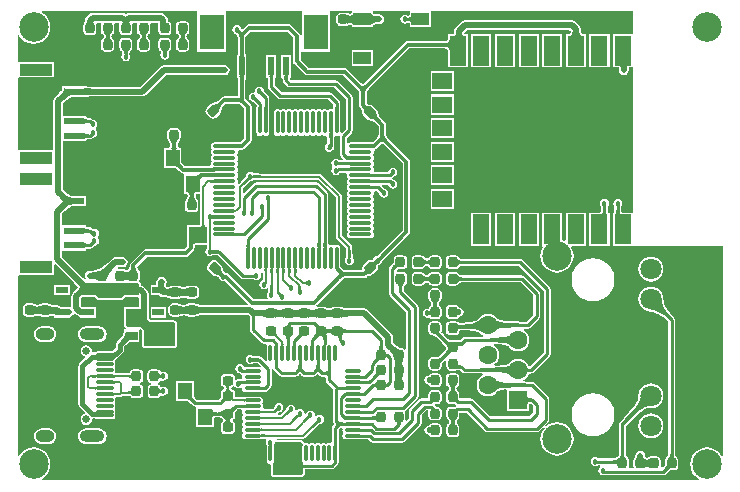
<source format=gtl>
G04*
G04 #@! TF.GenerationSoftware,Altium Limited,Altium Designer,20.0.2 (26)*
G04*
G04 Layer_Physical_Order=1*
G04 Layer_Color=255*
%FSLAX25Y25*%
%MOIN*%
G70*
G01*
G75*
%ADD10C,0.01000*%
%ADD18C,0.00800*%
%ADD19R,0.05906X0.03937*%
%ADD20R,0.01968X0.06299*%
%ADD21R,0.08268X0.11811*%
%ADD22R,0.10630X0.03937*%
%ADD23R,0.06693X0.02362*%
%ADD24R,0.05512X0.09843*%
%ADD25R,0.06693X0.05512*%
%ADD26O,0.05906X0.01063*%
%ADD27O,0.01063X0.05906*%
G04:AMPARAMS|DCode=28|XSize=31.73mil|YSize=34.02mil|CornerRadius=7.93mil|HoleSize=0mil|Usage=FLASHONLY|Rotation=0.000|XOffset=0mil|YOffset=0mil|HoleType=Round|Shape=RoundedRectangle|*
%AMROUNDEDRECTD28*
21,1,0.03173,0.01815,0,0,0.0*
21,1,0.01587,0.03402,0,0,0.0*
1,1,0.01587,0.00793,-0.00907*
1,1,0.01587,-0.00793,-0.00907*
1,1,0.01587,-0.00793,0.00907*
1,1,0.01587,0.00793,0.00907*
%
%ADD28ROUNDEDRECTD28*%
G04:AMPARAMS|DCode=29|XSize=31.73mil|YSize=34.02mil|CornerRadius=7.93mil|HoleSize=0mil|Usage=FLASHONLY|Rotation=270.000|XOffset=0mil|YOffset=0mil|HoleType=Round|Shape=RoundedRectangle|*
%AMROUNDEDRECTD29*
21,1,0.03173,0.01815,0,0,270.0*
21,1,0.01587,0.03402,0,0,270.0*
1,1,0.01587,-0.00907,-0.00793*
1,1,0.01587,-0.00907,0.00793*
1,1,0.01587,0.00907,0.00793*
1,1,0.01587,0.00907,-0.00793*
%
%ADD29ROUNDEDRECTD29*%
%ADD30R,0.04724X0.05512*%
%ADD31O,0.07874X0.01181*%
%ADD32O,0.01181X0.07874*%
%ADD33R,0.03937X0.02362*%
G04:AMPARAMS|DCode=34|XSize=31.73mil|YSize=34.02mil|CornerRadius=7.93mil|HoleSize=0mil|Usage=FLASHONLY|Rotation=225.000|XOffset=0mil|YOffset=0mil|HoleType=Round|Shape=RoundedRectangle|*
%AMROUNDEDRECTD34*
21,1,0.03173,0.01815,0,0,225.0*
21,1,0.01587,0.03402,0,0,225.0*
1,1,0.01587,-0.01203,0.00081*
1,1,0.01587,-0.00081,0.01203*
1,1,0.01587,0.01203,-0.00081*
1,1,0.01587,0.00081,-0.01203*
%
%ADD34ROUNDEDRECTD34*%
G04:AMPARAMS|DCode=35|XSize=31.73mil|YSize=34.02mil|CornerRadius=7.93mil|HoleSize=0mil|Usage=FLASHONLY|Rotation=135.000|XOffset=0mil|YOffset=0mil|HoleType=Round|Shape=RoundedRectangle|*
%AMROUNDEDRECTD35*
21,1,0.03173,0.01815,0,0,135.0*
21,1,0.01587,0.03402,0,0,135.0*
1,1,0.01587,0.00081,0.01203*
1,1,0.01587,0.01203,0.00081*
1,1,0.01587,-0.00081,-0.01203*
1,1,0.01587,-0.01203,-0.00081*
%
%ADD35ROUNDEDRECTD35*%
%ADD36R,0.06024X0.05354*%
G04:AMPARAMS|DCode=37|XSize=59.06mil|YSize=11.81mil|CornerRadius=2.95mil|HoleSize=0mil|Usage=FLASHONLY|Rotation=0.000|XOffset=0mil|YOffset=0mil|HoleType=Round|Shape=RoundedRectangle|*
%AMROUNDEDRECTD37*
21,1,0.05906,0.00591,0,0,0.0*
21,1,0.05315,0.01181,0,0,0.0*
1,1,0.00591,0.02657,-0.00295*
1,1,0.00591,-0.02657,-0.00295*
1,1,0.00591,-0.02657,0.00295*
1,1,0.00591,0.02657,0.00295*
%
%ADD37ROUNDEDRECTD37*%
%ADD38R,0.03937X0.02953*%
%ADD60C,0.02000*%
%ADD61C,0.01200*%
%ADD62C,0.00700*%
%ADD63C,0.01500*%
%ADD64C,0.09843*%
%ADD65C,0.09843*%
%ADD66C,0.07087*%
%ADD67C,0.06299*%
%ADD68R,0.06299X0.06299*%
%ADD69C,0.02559*%
%ADD70O,0.06299X0.03937*%
%ADD71O,0.08268X0.03937*%
%ADD72C,0.01800*%
G36*
X87500Y70478D02*
X80892D01*
Y59436D01*
X82755D01*
X82780Y59348D01*
X82807Y59206D01*
X82846Y58762D01*
X82851Y58488D01*
X82888Y58402D01*
X82993Y57876D01*
X83346Y57346D01*
X83876Y56993D01*
X84500Y56869D01*
X85124Y56993D01*
X85654Y57346D01*
X86007Y57876D01*
X86112Y58402D01*
X86149Y58488D01*
X86155Y58770D01*
X86169Y59004D01*
X86192Y59197D01*
X86220Y59348D01*
X86245Y59436D01*
X87500D01*
Y11021D01*
X84099D01*
X84054Y11044D01*
X83923Y11056D01*
X83874Y11069D01*
X83846Y11083D01*
X83823Y11102D01*
X83793Y11139D01*
X83755Y11209D01*
X83715Y11320D01*
X83681Y11474D01*
X83658Y11672D01*
X83649Y11932D01*
X83622Y11992D01*
Y12979D01*
X83913Y13415D01*
X84029Y14000D01*
X83913Y14585D01*
X83581Y15081D01*
X83085Y15413D01*
X82500Y15529D01*
X81915Y15413D01*
X81419Y15081D01*
X81087Y14585D01*
X80971Y14000D01*
X81087Y13415D01*
X81378Y12979D01*
Y11993D01*
X81351Y11933D01*
X81332Y11417D01*
X81312Y11237D01*
X81286Y11091D01*
X81267Y11021D01*
X80892D01*
Y10502D01*
X80855Y10412D01*
X80876Y10361D01*
X80863Y10307D01*
X80892Y10259D01*
Y-21D01*
X117569D01*
Y-70076D01*
X117079Y-70174D01*
X117027Y-70050D01*
X116142Y-68897D01*
X114989Y-68012D01*
X113646Y-67456D01*
X112205Y-67266D01*
X110763Y-67456D01*
X109420Y-68012D01*
X108267Y-68897D01*
X107382Y-70050D01*
X106826Y-71393D01*
X106636Y-72835D01*
X106826Y-74276D01*
X107382Y-75619D01*
X108267Y-76772D01*
X109420Y-77658D01*
X109544Y-77709D01*
X109446Y-78199D01*
X-109446D01*
X-109544Y-77709D01*
X-109420Y-77658D01*
X-108267Y-76772D01*
X-107382Y-75619D01*
X-106826Y-74276D01*
X-106636Y-72835D01*
X-106826Y-71393D01*
X-107382Y-70050D01*
X-108267Y-68897D01*
X-109420Y-68012D01*
X-110763Y-67456D01*
X-112205Y-67266D01*
X-113646Y-67456D01*
X-114989Y-68012D01*
X-116142Y-68897D01*
X-117027Y-70050D01*
X-117079Y-70174D01*
X-117569Y-70076D01*
Y-10083D01*
X-117069Y-9734D01*
X-105384D01*
Y-6378D01*
X-104922Y-6187D01*
X-98774Y-12335D01*
X-98768Y-12356D01*
X-98732Y-12378D01*
X-98716Y-12418D01*
X-98325Y-12828D01*
X-97986Y-13218D01*
X-97691Y-13599D01*
X-97562Y-13788D01*
X-97649Y-14000D01*
Y-14261D01*
X-99154Y-15765D01*
X-99507Y-16295D01*
X-99631Y-16919D01*
Y-20058D01*
X-100131Y-20468D01*
X-100332Y-20428D01*
X-102650D01*
X-102808Y-20459D01*
X-103093D01*
X-103241Y-20311D01*
X-103770Y-19957D01*
X-104291Y-19854D01*
X-104377Y-19815D01*
X-105150Y-19795D01*
X-105470Y-19771D01*
X-106058Y-19692D01*
X-106291Y-19643D01*
X-106500Y-19585D01*
X-106675Y-19523D01*
X-106817Y-19459D01*
X-106959Y-19375D01*
X-107042Y-19364D01*
X-107049Y-19359D01*
X-107169Y-19335D01*
X-107288Y-19286D01*
X-107329Y-19303D01*
X-107592Y-19251D01*
X-109407D01*
X-109671Y-19303D01*
X-109712Y-19286D01*
X-109830Y-19335D01*
X-109951Y-19359D01*
X-109954Y-19361D01*
X-110033Y-19371D01*
X-110176Y-19452D01*
X-110328Y-19515D01*
X-110529Y-19579D01*
X-110777Y-19638D01*
X-111000Y-19678D01*
X-111223Y-19638D01*
X-111471Y-19579D01*
X-111672Y-19515D01*
X-111824Y-19452D01*
X-111967Y-19371D01*
X-112046Y-19361D01*
X-112049Y-19359D01*
X-112170Y-19335D01*
X-112288Y-19286D01*
X-112329Y-19303D01*
X-112592Y-19251D01*
X-114408D01*
X-114951Y-19359D01*
X-115412Y-19667D01*
X-115720Y-20128D01*
X-115828Y-20671D01*
Y-22258D01*
X-115720Y-22802D01*
X-115412Y-23262D01*
X-114951Y-23570D01*
X-114408Y-23678D01*
X-112592D01*
X-112329Y-23626D01*
X-112288Y-23643D01*
X-112170Y-23594D01*
X-112049Y-23570D01*
X-112046Y-23568D01*
X-111967Y-23559D01*
X-111824Y-23477D01*
X-111672Y-23414D01*
X-111471Y-23350D01*
X-111223Y-23291D01*
X-111000Y-23251D01*
X-110777Y-23291D01*
X-110529Y-23350D01*
X-110328Y-23414D01*
X-110176Y-23477D01*
X-110033Y-23559D01*
X-109954Y-23568D01*
X-109951Y-23570D01*
X-109830Y-23594D01*
X-109712Y-23643D01*
X-109671Y-23626D01*
X-109407Y-23678D01*
X-107592D01*
X-107329Y-23626D01*
X-107288Y-23643D01*
X-107169Y-23594D01*
X-107049Y-23570D01*
X-107042Y-23565D01*
X-106959Y-23554D01*
X-106817Y-23471D01*
X-106675Y-23406D01*
X-106509Y-23347D01*
X-106067Y-23241D01*
X-106003Y-23252D01*
X-105736Y-23320D01*
X-105550Y-23392D01*
X-105450Y-23451D01*
X-105437Y-23462D01*
X-105428Y-23517D01*
X-105400Y-23562D01*
Y-24022D01*
X-104878D01*
X-104788Y-24059D01*
X-104736Y-24037D01*
X-104681Y-24050D01*
X-104635Y-24022D01*
X-100263D01*
Y-23677D01*
X-99708Y-23567D01*
X-99179Y-23213D01*
X-98913Y-22816D01*
X-98351Y-22670D01*
X-97810Y-23212D01*
X-97280Y-23566D01*
X-96738Y-23674D01*
Y-24021D01*
X-91601D01*
Y-20548D01*
X-91667Y-20458D01*
X-94193D01*
X-94350Y-20427D01*
X-95980D01*
X-96369Y-20039D01*
Y-17595D01*
X-95924Y-17149D01*
X-91769D01*
X-90959Y-17959D01*
X-90500Y-18149D01*
X-83000D01*
X-82541Y-17959D01*
X-81731Y-17149D01*
X-77500D01*
X-77131Y-17396D01*
Y-20351D01*
X-81500D01*
X-81760Y-20458D01*
X-81899D01*
Y-20516D01*
X-81959Y-20541D01*
X-82149Y-21000D01*
Y-26500D01*
X-81959Y-26959D01*
X-81493Y-27426D01*
X-81548Y-27675D01*
X-81650Y-27922D01*
X-81655Y-27924D01*
X-82185D01*
Y-28425D01*
X-82222Y-28501D01*
X-82236Y-28763D01*
X-82273Y-28996D01*
X-82336Y-29237D01*
X-82428Y-29485D01*
X-82548Y-29742D01*
X-82699Y-30008D01*
X-82876Y-30273D01*
X-83350Y-30857D01*
X-83634Y-31155D01*
X-83654Y-31208D01*
X-84473Y-32027D01*
X-84772Y-32473D01*
X-84876Y-33000D01*
Y-34123D01*
X-86006Y-35252D01*
X-91236D01*
X-91585Y-35322D01*
X-91882Y-35520D01*
X-92401Y-35519D01*
X-92726Y-35124D01*
X-92725Y-35122D01*
X-92871Y-34389D01*
X-93287Y-33767D01*
X-93908Y-33352D01*
X-94642Y-33206D01*
X-95375Y-33352D01*
X-95997Y-33767D01*
X-96412Y-34389D01*
X-96558Y-35122D01*
X-96412Y-35855D01*
X-95997Y-36477D01*
X-95375Y-36893D01*
X-95282Y-36911D01*
X-95137Y-37389D01*
X-96973Y-39226D01*
X-97272Y-39672D01*
X-97376Y-40199D01*
Y-52801D01*
X-97272Y-53328D01*
X-96973Y-53774D01*
X-95137Y-55611D01*
X-95282Y-56089D01*
X-95375Y-56107D01*
X-95997Y-56523D01*
X-96412Y-57145D01*
X-96558Y-57878D01*
X-96412Y-58611D01*
X-95997Y-59233D01*
X-95375Y-59648D01*
X-94642Y-59794D01*
X-93908Y-59648D01*
X-93287Y-59233D01*
X-92871Y-58611D01*
X-92725Y-57878D01*
X-92726Y-57876D01*
X-92401Y-57481D01*
X-91882Y-57480D01*
X-91585Y-57678D01*
X-91236Y-57748D01*
X-85921D01*
X-85572Y-57678D01*
X-85276Y-57480D01*
X-85078Y-57184D01*
X-85009Y-56835D01*
Y-56244D01*
X-85067Y-55949D01*
X-85009Y-55654D01*
Y-55063D01*
X-85078Y-54714D01*
X-85253Y-54374D01*
X-85078Y-54034D01*
X-85009Y-53685D01*
Y-53095D01*
X-85078Y-52745D01*
X-85276Y-52449D01*
Y-52362D01*
X-85078Y-52066D01*
X-85009Y-51717D01*
Y-51126D01*
X-85027Y-51032D01*
X-84702Y-50508D01*
X-84642Y-50504D01*
X-84448Y-50502D01*
X-84378Y-50472D01*
X-83469D01*
X-83078Y-50395D01*
X-82748Y-50174D01*
X-82578Y-50004D01*
X-80839D01*
X-80773Y-50033D01*
X-80592Y-50039D01*
X-80448Y-50052D01*
X-80321Y-50073D01*
X-80213Y-50100D01*
X-80123Y-50132D01*
X-80048Y-50167D01*
X-79988Y-50204D01*
X-79939Y-50243D01*
X-79898Y-50285D01*
X-79838Y-50364D01*
X-79769Y-50404D01*
X-79732Y-50474D01*
X-79619Y-50508D01*
X-79302Y-50720D01*
X-78758Y-50828D01*
X-77171D01*
X-76628Y-50720D01*
X-76167Y-50412D01*
X-75859Y-49951D01*
X-75751Y-49408D01*
Y-47592D01*
X-75859Y-47049D01*
X-76167Y-46588D01*
X-76628Y-46280D01*
X-76772Y-46251D01*
Y-45742D01*
X-76663Y-45720D01*
X-76202Y-45412D01*
X-75894Y-44951D01*
X-75786Y-44407D01*
Y-42592D01*
X-75894Y-42049D01*
X-76202Y-41588D01*
X-76663Y-41280D01*
X-77207Y-41172D01*
X-78793D01*
X-79337Y-41280D01*
X-79798Y-41588D01*
X-79985Y-41869D01*
X-79986Y-41869D01*
X-79987Y-41872D01*
X-80106Y-42049D01*
X-80137Y-42206D01*
X-80172Y-42275D01*
X-80179Y-42365D01*
X-80180Y-42367D01*
X-80189Y-42374D01*
X-80233Y-42397D01*
X-80314Y-42424D01*
X-80436Y-42450D01*
X-80595Y-42467D01*
X-80811Y-42474D01*
X-80876Y-42504D01*
X-84388D01*
X-84458Y-42474D01*
X-84656Y-42472D01*
X-84717Y-42436D01*
X-84973Y-42126D01*
X-85026Y-41960D01*
X-85009Y-41874D01*
Y-41283D01*
X-85078Y-40934D01*
X-85276Y-40638D01*
Y-40551D01*
X-85078Y-40255D01*
X-85009Y-39906D01*
Y-39315D01*
X-85078Y-38966D01*
X-85253Y-38626D01*
X-85078Y-38286D01*
X-85061Y-38200D01*
X-82527Y-35666D01*
X-82228Y-35220D01*
X-82124Y-34693D01*
Y-33570D01*
X-82098Y-33545D01*
X-82045Y-33524D01*
X-81537Y-33036D01*
X-81077Y-32636D01*
X-80660Y-32316D01*
X-80291Y-32076D01*
X-78854D01*
X-78797Y-32102D01*
X-78754Y-32085D01*
X-78710Y-32098D01*
X-78671Y-32076D01*
X-77048D01*
X-77048Y-28078D01*
X-76586Y-27833D01*
X-76149Y-28269D01*
Y-33000D01*
X-75959Y-33459D01*
X-75459Y-33959D01*
X-75000Y-34149D01*
X-65500D01*
X-65041Y-33959D01*
X-64541Y-33459D01*
X-64351Y-33000D01*
Y-26000D01*
X-64541Y-25541D01*
X-65041Y-25041D01*
X-65500Y-24851D01*
X-73231D01*
X-73851Y-24231D01*
Y-21000D01*
X-73869Y-20956D01*
Y-16000D01*
X-73993Y-15376D01*
X-74347Y-14846D01*
X-75405Y-13788D01*
X-75934Y-13434D01*
X-76351Y-13352D01*
Y-13000D01*
X-76541Y-12541D01*
X-77041Y-12041D01*
X-76951Y-11537D01*
X-76894Y-11451D01*
X-76786Y-10908D01*
Y-9093D01*
X-76894Y-8549D01*
X-77135Y-8188D01*
X-77184Y-8070D01*
X-77224Y-8053D01*
X-77246Y-8016D01*
X-77354Y-7932D01*
X-77421Y-7863D01*
X-77485Y-7778D01*
X-77546Y-7671D01*
X-77602Y-7541D01*
X-77652Y-7385D01*
X-77693Y-7203D01*
X-77724Y-6994D01*
X-77727Y-6958D01*
X-74493Y-3723D01*
X-61500D01*
X-61032Y-3630D01*
X-60635Y-3365D01*
X-59035Y-1765D01*
X-58769Y-1368D01*
X-58704Y-1039D01*
X-58651Y-922D01*
X-58640Y-617D01*
X-58613Y-379D01*
X-58571Y-188D01*
X-58522Y-46D01*
X-58471Y50D01*
X-58424Y108D01*
X-58383Y143D01*
X-58336Y167D01*
X-58266Y186D01*
X-58110Y200D01*
X-58065Y223D01*
X-54493D01*
Y-544D01*
X-54523Y-618D01*
X-54524Y-880D01*
X-54581Y-919D01*
X-54913Y-1415D01*
X-55029Y-2000D01*
X-54913Y-2585D01*
X-54581Y-3081D01*
X-54085Y-3413D01*
X-53500Y-3529D01*
X-52915Y-3413D01*
X-52653Y-3238D01*
X-50919Y-3167D01*
X-43293Y-10793D01*
X-43293Y-10793D01*
X-42929Y-11036D01*
X-42500Y-11122D01*
X-42500Y-11122D01*
X-39021D01*
X-38585Y-11413D01*
X-38000Y-11529D01*
X-37415Y-11413D01*
X-36919Y-11081D01*
X-36587Y-10585D01*
X-36471Y-10000D01*
X-36587Y-9415D01*
X-36369Y-8912D01*
X-36071Y-9044D01*
X-35878Y-9257D01*
Y-11546D01*
X-36085Y-11587D01*
X-36581Y-11919D01*
X-36913Y-12415D01*
X-37029Y-13000D01*
X-36913Y-13585D01*
X-36581Y-14081D01*
X-36085Y-14413D01*
X-35500Y-14529D01*
X-34915Y-14413D01*
X-34513Y-14144D01*
X-34172Y-14257D01*
X-34016Y-14368D01*
X-34025Y-14977D01*
X-34053Y-15389D01*
X-34054Y-15401D01*
X-34081Y-15419D01*
X-34413Y-15915D01*
X-34529Y-16500D01*
X-34413Y-17085D01*
X-34218Y-17377D01*
X-34471Y-17876D01*
X-38782D01*
X-47216Y-9442D01*
X-47613Y-9177D01*
X-48081Y-9084D01*
X-48131D01*
X-48415Y-8895D01*
X-48671Y-8843D01*
X-48709Y-8794D01*
X-48794Y-8658D01*
X-48879Y-8499D01*
X-48963Y-8316D01*
X-49039Y-8122D01*
X-49267Y-7339D01*
X-49330Y-7043D01*
X-49384Y-6966D01*
X-49389Y-6941D01*
X-49457Y-6839D01*
X-49506Y-6720D01*
X-49547Y-6703D01*
X-49697Y-6480D01*
X-50980Y-5197D01*
X-51441Y-4889D01*
X-51985Y-4781D01*
X-52528Y-4889D01*
X-52989Y-5197D01*
X-54111Y-6318D01*
X-54419Y-6779D01*
X-54527Y-7323D01*
X-54419Y-7867D01*
X-54111Y-8327D01*
X-52828Y-9611D01*
X-52604Y-9760D01*
X-52587Y-9802D01*
X-52469Y-9850D01*
X-52367Y-9919D01*
X-52342Y-9924D01*
X-52264Y-9977D01*
X-51957Y-10043D01*
X-51688Y-10111D01*
X-51192Y-10266D01*
X-50992Y-10345D01*
X-50809Y-10428D01*
X-50649Y-10513D01*
X-50514Y-10599D01*
X-50464Y-10636D01*
X-50413Y-10893D01*
X-50081Y-11389D01*
X-49585Y-11720D01*
X-49000Y-11837D01*
X-48415Y-11720D01*
X-48405Y-11714D01*
X-40783Y-19336D01*
X-40975Y-19798D01*
X-54788D01*
X-54830Y-19780D01*
X-55332Y-19775D01*
X-56213Y-19734D01*
X-56936Y-19654D01*
X-57223Y-19602D01*
X-57471Y-19543D01*
X-57672Y-19480D01*
X-57824Y-19417D01*
X-57967Y-19335D01*
X-58046Y-19325D01*
X-58049Y-19323D01*
X-58170Y-19299D01*
X-58288Y-19250D01*
X-58329Y-19268D01*
X-58592Y-19215D01*
X-60408D01*
X-60671Y-19268D01*
X-60712Y-19250D01*
X-60830Y-19299D01*
X-60951Y-19323D01*
X-60955Y-19326D01*
X-61035Y-19336D01*
X-61184Y-19421D01*
X-61340Y-19488D01*
X-61544Y-19554D01*
X-61794Y-19615D01*
X-62069Y-19665D01*
X-62345Y-19687D01*
X-62453Y-19676D01*
X-62740Y-19626D01*
X-62987Y-19569D01*
X-63185Y-19508D01*
X-63331Y-19447D01*
X-63469Y-19370D01*
X-63547Y-19360D01*
X-63549Y-19359D01*
X-63670Y-19335D01*
X-63788Y-19286D01*
X-63829Y-19303D01*
X-64092Y-19251D01*
X-65908D01*
X-66451Y-19359D01*
X-66912Y-19667D01*
X-67220Y-20128D01*
X-67328Y-20671D01*
Y-22258D01*
X-67220Y-22802D01*
X-66912Y-23262D01*
X-66451Y-23570D01*
X-65908Y-23678D01*
X-64092D01*
X-63829Y-23626D01*
X-63788Y-23643D01*
X-63670Y-23594D01*
X-63549Y-23570D01*
X-63545Y-23568D01*
X-63465Y-23558D01*
X-63316Y-23473D01*
X-63160Y-23406D01*
X-62956Y-23340D01*
X-62706Y-23279D01*
X-62431Y-23228D01*
X-62155Y-23207D01*
X-62047Y-23218D01*
X-61760Y-23268D01*
X-61513Y-23325D01*
X-61315Y-23386D01*
X-61169Y-23446D01*
X-61031Y-23524D01*
X-60953Y-23534D01*
X-60951Y-23535D01*
X-60830Y-23559D01*
X-60712Y-23608D01*
X-60671Y-23591D01*
X-60408Y-23643D01*
X-58592D01*
X-58329Y-23591D01*
X-58288Y-23608D01*
X-58170Y-23559D01*
X-58049Y-23535D01*
X-58046Y-23533D01*
X-57967Y-23523D01*
X-57824Y-23442D01*
X-57672Y-23378D01*
X-57471Y-23315D01*
X-57223Y-23256D01*
X-56947Y-23207D01*
X-55322Y-23084D01*
X-54830Y-23079D01*
X-54788Y-23061D01*
X-40747D01*
X-40254Y-23553D01*
X-40246Y-23587D01*
X-40151Y-25016D01*
X-40149Y-25370D01*
X-40122Y-25436D01*
Y-28000D01*
X-40122Y-28000D01*
X-40036Y-28429D01*
X-39793Y-28793D01*
X-36293Y-32293D01*
X-36293Y-32293D01*
X-35929Y-32536D01*
X-35500Y-32622D01*
X-35500Y-32622D01*
X-34759D01*
X-34436Y-33122D01*
X-34481Y-33347D01*
Y-38189D01*
X-34471Y-38235D01*
X-34932Y-38482D01*
X-36207Y-37207D01*
X-36571Y-36964D01*
X-36863Y-36906D01*
X-36991Y-36851D01*
X-38678Y-36827D01*
X-39024Y-36806D01*
X-39100Y-36797D01*
X-39415Y-36587D01*
X-40000Y-36471D01*
X-40585Y-36587D01*
X-41081Y-36919D01*
X-41413Y-37415D01*
X-41529Y-38000D01*
X-41413Y-38585D01*
X-41081Y-39081D01*
X-40585Y-39413D01*
X-40000Y-39529D01*
X-39415Y-39413D01*
X-39153Y-39238D01*
X-37419Y-39167D01*
X-36518Y-40068D01*
X-36765Y-40529D01*
X-36811Y-40519D01*
X-41653D01*
X-42087Y-40415D01*
X-42419Y-39919D01*
X-42915Y-39587D01*
X-43500Y-39471D01*
X-44085Y-39587D01*
X-44581Y-39919D01*
X-44913Y-40415D01*
X-45029Y-41000D01*
X-44913Y-41585D01*
X-44581Y-42081D01*
X-44085Y-42413D01*
X-43527Y-42524D01*
X-43268Y-42697D01*
X-43018Y-42747D01*
X-42768Y-43127D01*
X-42735Y-43282D01*
X-42807Y-43642D01*
X-42738Y-43988D01*
X-42919Y-44328D01*
X-43050Y-44488D01*
X-43610D01*
X-43610Y-44488D01*
X-43760Y-44518D01*
X-44000Y-44471D01*
X-44585Y-44587D01*
X-44672Y-44645D01*
X-45172Y-44378D01*
Y-44171D01*
X-45280Y-43628D01*
X-45588Y-43167D01*
X-46049Y-42859D01*
X-46593Y-42751D01*
X-48408D01*
X-48951Y-42859D01*
X-49412Y-43167D01*
X-49720Y-43628D01*
X-49828Y-44171D01*
Y-45758D01*
X-49720Y-46301D01*
X-49412Y-46762D01*
X-49163Y-46929D01*
X-49157Y-46944D01*
X-49114Y-46962D01*
X-48951Y-47070D01*
X-48862Y-47088D01*
X-48654Y-47500D01*
X-48862Y-47912D01*
X-48951Y-47930D01*
X-49114Y-48039D01*
X-49157Y-48056D01*
X-49163Y-48071D01*
X-49412Y-48238D01*
X-49720Y-48698D01*
X-49828Y-49242D01*
Y-49405D01*
X-49836Y-49419D01*
X-49828Y-49448D01*
Y-49472D01*
X-49841Y-49504D01*
X-49828Y-49536D01*
Y-50445D01*
X-49942Y-50621D01*
X-50409Y-51192D01*
X-50588Y-51378D01*
X-57819D01*
X-57985Y-51212D01*
X-58011Y-51148D01*
X-58329Y-50815D01*
X-58587Y-50520D01*
X-58790Y-50255D01*
X-58928Y-50042D01*
Y-49184D01*
X-58902Y-49123D01*
X-58920Y-49081D01*
X-58908Y-49037D01*
X-58928Y-49003D01*
Y-45144D01*
X-64852D01*
Y-51856D01*
X-61781D01*
X-61747Y-51876D01*
X-61703Y-51864D01*
X-61661Y-51881D01*
X-61600Y-51856D01*
X-60742D01*
X-60538Y-51988D01*
X-59962Y-52461D01*
X-59636Y-52773D01*
X-59571Y-52798D01*
X-59077Y-53293D01*
X-59077Y-53293D01*
X-58713Y-53536D01*
X-58378Y-53603D01*
X-57962Y-53805D01*
Y-60517D01*
X-52038D01*
Y-57562D01*
X-52014Y-57516D01*
X-52004Y-57385D01*
X-51991Y-57337D01*
X-51977Y-57310D01*
X-51959Y-57287D01*
X-51922Y-57257D01*
X-51852Y-57220D01*
X-51741Y-57180D01*
X-51586Y-57146D01*
X-51388Y-57123D01*
X-51127Y-57114D01*
X-51067Y-57086D01*
X-50788D01*
X-50729Y-57113D01*
X-50529Y-57121D01*
X-50369Y-57140D01*
X-50225Y-57171D01*
X-50096Y-57211D01*
X-49979Y-57262D01*
X-49872Y-57322D01*
X-49773Y-57392D01*
X-49681Y-57474D01*
X-49594Y-57571D01*
X-49493Y-57707D01*
X-49449Y-57734D01*
X-49430Y-57780D01*
X-49381Y-57801D01*
X-49353Y-57846D01*
X-49257Y-57916D01*
X-49220Y-57968D01*
X-49174Y-58109D01*
Y-58391D01*
X-49220Y-58532D01*
X-49257Y-58584D01*
X-49353Y-58653D01*
X-49381Y-58699D01*
X-49430Y-58720D01*
X-49479Y-58838D01*
X-49720Y-59198D01*
X-49828Y-59742D01*
Y-61329D01*
X-49720Y-61872D01*
X-49412Y-62333D01*
X-48951Y-62641D01*
X-48408Y-62749D01*
X-46593D01*
X-46049Y-62641D01*
X-45588Y-62333D01*
X-45280Y-61872D01*
X-45172Y-61329D01*
Y-59742D01*
X-45280Y-59198D01*
X-45521Y-58838D01*
X-45570Y-58720D01*
X-45619Y-58699D01*
X-45647Y-58653D01*
X-45743Y-58584D01*
X-45780Y-58532D01*
X-45826Y-58391D01*
Y-58109D01*
X-45780Y-57968D01*
X-45743Y-57916D01*
X-45647Y-57846D01*
X-45619Y-57801D01*
X-45570Y-57780D01*
X-45521Y-57662D01*
X-45280Y-57301D01*
X-45172Y-56758D01*
Y-56595D01*
X-45164Y-56581D01*
X-45172Y-56552D01*
Y-56528D01*
X-45158Y-56496D01*
X-45172Y-56463D01*
Y-55555D01*
X-45059Y-55379D01*
X-44591Y-54808D01*
X-44396Y-54606D01*
X-43049D01*
X-42917Y-54768D01*
X-42738Y-55106D01*
X-42807Y-55453D01*
X-42719Y-55895D01*
X-42591Y-56086D01*
X-42469Y-56605D01*
X-42719Y-56980D01*
X-42807Y-57421D01*
X-42719Y-57863D01*
X-42591Y-58054D01*
X-42509Y-58406D01*
X-42591Y-58757D01*
X-42719Y-58948D01*
X-42807Y-59390D01*
X-42719Y-59832D01*
X-42469Y-60206D01*
X-42591Y-60725D01*
X-42719Y-60917D01*
X-42807Y-61358D01*
X-42719Y-61800D01*
X-42591Y-61991D01*
X-42509Y-62343D01*
X-42591Y-62694D01*
X-42719Y-62885D01*
X-42807Y-63327D01*
X-42719Y-63769D01*
X-42469Y-64143D01*
X-42095Y-64393D01*
X-41653Y-64481D01*
X-36811D01*
X-36650Y-64449D01*
X-36608Y-64466D01*
X-36547Y-64441D01*
X-36527Y-64447D01*
X-35481Y-64377D01*
X-35272Y-64376D01*
X-35201Y-64347D01*
X-34930D01*
X-34663Y-64847D01*
X-34790Y-65037D01*
X-34907Y-65623D01*
X-34790Y-66208D01*
X-34510Y-66628D01*
X-34481Y-67505D01*
Y-71653D01*
X-34393Y-72095D01*
X-34143Y-72469D01*
X-33768Y-72719D01*
X-33327Y-72807D01*
X-33149Y-72953D01*
Y-76000D01*
X-32959Y-76459D01*
X-32459Y-76959D01*
X-32000Y-77149D01*
X-23000D01*
X-22541Y-76959D01*
X-22041Y-76459D01*
X-21851Y-76000D01*
Y-74406D01*
X-12785D01*
X-12785Y-74406D01*
X-12356Y-74321D01*
X-11992Y-74078D01*
X-10892Y-72978D01*
X-10892Y-72978D01*
X-10649Y-72614D01*
X-10564Y-72185D01*
Y-71875D01*
X-10519Y-71653D01*
Y-66811D01*
X-10551Y-66649D01*
Y-61138D01*
X-10509Y-61096D01*
X-10447Y-61072D01*
X-10321Y-60955D01*
X-10209Y-60865D01*
X-10096Y-60788D01*
X-9980Y-60723D01*
X-9861Y-60667D01*
X-9738Y-60622D01*
X-9642Y-60596D01*
X-9499Y-60692D01*
X-9345Y-60882D01*
X-9281Y-61041D01*
X-9280Y-61044D01*
X-9343Y-61358D01*
X-9255Y-61800D01*
X-9127Y-61991D01*
X-9045Y-62343D01*
X-9127Y-62694D01*
X-9255Y-62885D01*
X-9343Y-63327D01*
X-9255Y-63769D01*
X-9005Y-64143D01*
X-8631Y-64393D01*
X-8189Y-64481D01*
X-3347D01*
X-3185Y-64449D01*
X-663D01*
X181Y-65293D01*
X181Y-65293D01*
X545Y-65536D01*
X974Y-65622D01*
X10500D01*
X10500Y-65622D01*
X10929Y-65536D01*
X11293Y-65293D01*
X16793Y-59793D01*
X16793Y-59793D01*
X17036Y-59429D01*
X17121Y-59000D01*
Y-56465D01*
X18715Y-54871D01*
X19216D01*
X19357Y-55042D01*
Y-56858D01*
X19465Y-57401D01*
X19773Y-57862D01*
X20234Y-58170D01*
X20778Y-58278D01*
X22364D01*
X22908Y-58170D01*
X23369Y-57862D01*
X23677Y-57401D01*
X23785Y-56858D01*
Y-55042D01*
X23677Y-54499D01*
X23369Y-54038D01*
X22908Y-53730D01*
X22364Y-53622D01*
X21844D01*
X21812Y-53602D01*
X21751Y-53559D01*
X21375Y-53228D01*
X21563Y-52728D01*
X22329D01*
X22872Y-52620D01*
X23333Y-52312D01*
X23641Y-51851D01*
X23749Y-51307D01*
Y-49492D01*
X23641Y-48949D01*
X23333Y-48488D01*
X22872Y-48180D01*
X22329Y-48072D01*
X20742D01*
X20199Y-48180D01*
X19738Y-48488D01*
X19430Y-48949D01*
X19321Y-49492D01*
Y-50878D01*
X17000D01*
X17000Y-50878D01*
X16571Y-50964D01*
X16207Y-51207D01*
X13207Y-54207D01*
X12964Y-54571D01*
X12878Y-55000D01*
X12878Y-55000D01*
Y-57535D01*
X12109Y-58305D01*
X11648Y-58058D01*
X11678Y-57907D01*
Y-56093D01*
X11570Y-55549D01*
X11547Y-55513D01*
X11429Y-55036D01*
X11793Y-54793D01*
X15793Y-50793D01*
X15793Y-50793D01*
X16036Y-50429D01*
X16122Y-50000D01*
Y-20500D01*
X16122Y-20500D01*
X16036Y-20071D01*
X15793Y-19707D01*
X15793Y-19707D01*
X11157Y-15071D01*
Y-14288D01*
X11184Y-14229D01*
X11192Y-14029D01*
X11211Y-13869D01*
X11242Y-13725D01*
X11282Y-13596D01*
X11332Y-13479D01*
X11393Y-13372D01*
X11463Y-13273D01*
X11545Y-13181D01*
X11642Y-13094D01*
X11778Y-12993D01*
X11804Y-12949D01*
X11851Y-12930D01*
X11900Y-12812D01*
X12141Y-12451D01*
X12249Y-11908D01*
Y-10092D01*
X12141Y-9549D01*
X11833Y-9088D01*
X11372Y-8780D01*
X10829Y-8672D01*
X9242D01*
X9185Y-8683D01*
X8728Y-8332D01*
X8722Y-8171D01*
X9155Y-7811D01*
X9242Y-7828D01*
X9791D01*
X9793Y-7829D01*
X9799Y-7828D01*
X10829D01*
X11372Y-7720D01*
X11833Y-7412D01*
X12141Y-6951D01*
X12249Y-6408D01*
Y-4592D01*
X12141Y-4049D01*
X11833Y-3588D01*
X11372Y-3280D01*
X10829Y-3172D01*
X9242D01*
X8698Y-3280D01*
X8238Y-3588D01*
X7930Y-4049D01*
X7915Y-4121D01*
X7904Y-4132D01*
X7903Y-4167D01*
X7879Y-4194D01*
X7885Y-4271D01*
X7822Y-4592D01*
Y-5300D01*
X7759Y-5423D01*
X7616Y-5646D01*
X7430Y-5893D01*
X7199Y-6162D01*
X6915Y-6459D01*
X6890Y-6523D01*
X6832Y-6582D01*
X6816Y-6595D01*
X6816Y-6598D01*
X6556Y-6858D01*
X6313Y-7222D01*
X6227Y-7651D01*
X6227Y-7651D01*
Y-15849D01*
X6227Y-15849D01*
X6313Y-16278D01*
X6556Y-16642D01*
X11878Y-21965D01*
Y-34610D01*
X11378Y-34762D01*
X11262Y-34588D01*
X11026Y-34430D01*
X11003Y-34379D01*
X10884Y-34335D01*
X10802Y-34280D01*
X10789Y-34277D01*
X10719Y-34226D01*
X10440Y-34157D01*
X10177Y-34067D01*
X9900Y-33947D01*
X9619Y-33800D01*
X8986Y-33394D01*
X8672Y-33156D01*
X7979Y-32556D01*
X7681Y-32268D01*
Y-30549D01*
X7557Y-29925D01*
X7203Y-29396D01*
X-811Y-21382D01*
X-1340Y-21028D01*
X-1965Y-20904D01*
X-6288D01*
X-6330Y-20886D01*
X-6832Y-20881D01*
X-7713Y-20840D01*
X-8436Y-20760D01*
X-8723Y-20709D01*
X-8971Y-20650D01*
X-9172Y-20586D01*
X-9324Y-20523D01*
X-9467Y-20441D01*
X-9546Y-20432D01*
X-9549Y-20430D01*
X-9669Y-20406D01*
X-9788Y-20357D01*
X-9829Y-20374D01*
X-10092Y-20322D01*
X-11908D01*
X-12171Y-20374D01*
X-12212Y-20357D01*
X-12331Y-20406D01*
X-12451Y-20430D01*
X-12454Y-20432D01*
X-12533Y-20441D01*
X-12676Y-20523D01*
X-12828Y-20586D01*
X-13029Y-20650D01*
X-13277Y-20709D01*
X-13553Y-20758D01*
X-13791Y-20776D01*
X-13936Y-20760D01*
X-14223Y-20709D01*
X-14471Y-20650D01*
X-14672Y-20586D01*
X-14824Y-20523D01*
X-14967Y-20441D01*
X-15046Y-20432D01*
X-15049Y-20430D01*
X-15169Y-20406D01*
X-15288Y-20357D01*
X-15329Y-20374D01*
X-15593Y-20322D01*
X-17408D01*
X-17671Y-20374D01*
X-17712Y-20357D01*
X-17831Y-20406D01*
X-17845Y-20409D01*
X-18040Y-19938D01*
X-17932Y-19865D01*
X-9512Y-11445D01*
X-9455Y-11424D01*
X-9299Y-11279D01*
X-9157Y-11166D01*
X-9013Y-11068D01*
X-8864Y-10983D01*
X-8712Y-10913D01*
X-8554Y-10855D01*
X-8389Y-10809D01*
X-8218Y-10777D01*
X-8038Y-10757D01*
X-7825Y-10749D01*
X-7769Y-10723D01*
X-2000D01*
X-1532Y-10630D01*
X-1247Y-10440D01*
X-1126Y-10393D01*
X-963Y-10237D01*
X-826Y-10118D01*
X-708Y-10028D01*
X-614Y-9967D01*
X-576Y-9948D01*
X-283Y-10006D01*
X-251Y-10017D01*
X-244Y-10014D01*
X-177Y-10027D01*
X367Y-9919D01*
X828Y-9611D01*
X2111Y-8327D01*
X2419Y-7867D01*
X2503Y-7441D01*
X2552Y-7323D01*
X2535Y-7282D01*
X2547Y-7238D01*
X2529Y-7101D01*
X2529Y-7003D01*
X2542Y-6899D01*
X2571Y-6786D01*
X2618Y-6661D01*
X2685Y-6526D01*
X2721Y-6466D01*
X2989Y-6413D01*
X3485Y-6081D01*
X3817Y-5585D01*
X3883Y-5251D01*
X12865Y3731D01*
X13130Y4128D01*
X13224Y4596D01*
Y28000D01*
X13130Y28468D01*
X12865Y28865D01*
X5945Y35785D01*
X5924Y35842D01*
X5779Y35998D01*
X5666Y36140D01*
X5568Y36284D01*
X5483Y36432D01*
X5413Y36585D01*
X5355Y36743D01*
X5309Y36908D01*
X5277Y37079D01*
X5257Y37260D01*
X5249Y37472D01*
X5223Y37528D01*
Y40308D01*
X5130Y40776D01*
X4865Y41173D01*
X3307Y42731D01*
X3287Y42786D01*
X3183Y42901D01*
X3099Y43014D01*
X3013Y43149D01*
X2928Y43309D01*
X2844Y43492D01*
X2768Y43686D01*
X2541Y44469D01*
X2477Y44764D01*
X2424Y44842D01*
X2419Y44867D01*
X2351Y44969D01*
X2302Y45087D01*
X2260Y45104D01*
X2111Y45327D01*
X828Y46611D01*
X367Y46919D01*
X-59Y47003D01*
X-177Y47052D01*
X-219Y47035D01*
X-262Y47047D01*
X-399Y47029D01*
X-497Y47029D01*
X-601Y47042D01*
X-714Y47071D01*
X-839Y47118D01*
X-974Y47185D01*
X-1121Y47275D01*
X-1276Y47388D01*
Y50472D01*
X-1251Y50528D01*
X-1243Y50740D01*
X-1223Y50921D01*
X-1191Y51092D01*
X-1145Y51257D01*
X-1087Y51415D01*
X-1017Y51568D01*
X-932Y51716D01*
X-834Y51860D01*
X-721Y52002D01*
X-576Y52157D01*
X-555Y52215D01*
X13007Y65776D01*
X24507D01*
X24563Y65751D01*
X24879Y65740D01*
X25126Y65711D01*
X25323Y65667D01*
X25471Y65614D01*
X25572Y65559D01*
X25635Y65507D01*
X25675Y65459D01*
X25703Y65401D01*
X25725Y65319D01*
X25739Y65149D01*
X25774Y65079D01*
Y59433D01*
X32486D01*
Y70475D01*
X31415D01*
X31282Y70975D01*
X32176Y71869D01*
X66380D01*
X66572Y71715D01*
X66776Y71420D01*
X66738Y71228D01*
X66661Y70986D01*
X66575Y70807D01*
X66487Y70685D01*
X66400Y70606D01*
X66309Y70555D01*
X66193Y70520D01*
X65980Y70501D01*
X65936Y70478D01*
X65144D01*
Y59436D01*
X71856D01*
Y70478D01*
X71064D01*
X71020Y70501D01*
X70807Y70520D01*
X70691Y70555D01*
X70600Y70606D01*
X70513Y70685D01*
X70425Y70807D01*
X70339Y70986D01*
X70262Y71228D01*
X70201Y71534D01*
X70163Y71902D01*
X70149Y72349D01*
X70110Y72435D01*
X70007Y72953D01*
X69653Y73482D01*
X68482Y74654D01*
X67953Y75007D01*
X67328Y75131D01*
X31500D01*
X30876Y75007D01*
X30347Y74654D01*
X28346Y72654D01*
X27993Y72124D01*
X27888Y71599D01*
X27851Y71513D01*
X27845Y71215D01*
X27828Y70970D01*
X27802Y70767D01*
X27769Y70609D01*
X27735Y70501D01*
X27723Y70475D01*
X25774D01*
Y68921D01*
X25739Y68851D01*
X25725Y68682D01*
X25703Y68599D01*
X25675Y68541D01*
X25635Y68493D01*
X25572Y68441D01*
X25471Y68386D01*
X25323Y68333D01*
X25126Y68289D01*
X24879Y68260D01*
X24563Y68249D01*
X24507Y68224D01*
X12500D01*
X12032Y68130D01*
X11635Y67865D01*
X-2031Y54199D01*
X-2086Y54180D01*
X-2226Y54054D01*
X-2324Y53985D01*
X-2401Y53947D01*
X-2457Y53930D01*
X-2500Y53926D01*
X-2543Y53930D01*
X-2599Y53947D01*
X-2676Y53985D01*
X-2774Y54054D01*
X-2914Y54180D01*
X-2969Y54199D01*
X-7635Y58865D01*
X-8032Y59130D01*
X-8500Y59224D01*
X-20493D01*
X-23277Y62007D01*
Y64616D01*
X-22813Y64704D01*
X-22776Y64704D01*
X-13345D01*
Y77699D01*
X-13345Y77715D01*
X-13308Y78199D01*
X-6643D01*
X-6249Y78080D01*
X-6200Y77600D01*
X-6227Y77557D01*
X-6238Y77491D01*
X-6255Y77474D01*
X-6355Y77414D01*
X-6540Y77341D01*
X-6708Y77297D01*
X-6738Y77302D01*
X-6985Y77359D01*
X-7183Y77421D01*
X-7330Y77481D01*
X-7468Y77559D01*
X-7547Y77569D01*
X-7549Y77570D01*
X-7670Y77594D01*
X-7788Y77643D01*
X-7829Y77626D01*
X-8093Y77679D01*
X-9907D01*
X-10451Y77570D01*
X-10912Y77262D01*
X-11220Y76802D01*
X-11328Y76258D01*
Y74671D01*
X-11220Y74128D01*
X-10912Y73667D01*
X-10451Y73359D01*
X-9907Y73251D01*
X-8093D01*
X-7829Y73303D01*
X-7788Y73286D01*
X-7670Y73335D01*
X-7549Y73359D01*
X-7545Y73361D01*
X-7466Y73371D01*
X-7317Y73456D01*
X-7162Y73522D01*
X-6958Y73588D01*
X-6708Y73649D01*
X-6670Y73656D01*
X-6231Y73455D01*
X-6227Y73432D01*
X-6198Y73387D01*
Y72927D01*
X-5677D01*
X-5586Y72890D01*
X-5534Y72912D01*
X-5479Y72899D01*
X-5433Y72927D01*
X149D01*
X200Y72897D01*
X249Y72909D01*
X295Y72890D01*
X386Y72927D01*
X907D01*
Y73393D01*
X938Y73444D01*
X948Y73517D01*
X960Y73529D01*
X1038Y73581D01*
X1192Y73648D01*
X1421Y73714D01*
X1711Y73769D01*
X2521Y73842D01*
X3012Y73851D01*
X3098Y73888D01*
X3624Y73993D01*
X4154Y74347D01*
X4507Y74876D01*
X4631Y75500D01*
X4507Y76124D01*
X4154Y76653D01*
X3624Y77007D01*
X3098Y77112D01*
X3012Y77149D01*
X2512Y77159D01*
X2084Y77185D01*
X1719Y77228D01*
X1420Y77285D01*
X1191Y77351D01*
X1036Y77417D01*
X958Y77469D01*
X948Y77479D01*
X938Y77548D01*
X907Y77599D01*
X907Y78065D01*
X1352Y78199D01*
X12649D01*
X13093Y78065D01*
X13093Y77699D01*
Y77097D01*
X13069Y77052D01*
X13059Y76920D01*
X13046Y76872D01*
X13033Y76845D01*
X13014Y76823D01*
X12977Y76793D01*
X12907Y76755D01*
X12796Y76715D01*
X12641Y76681D01*
X12463Y76661D01*
X12085Y76913D01*
X11500Y77029D01*
X10915Y76913D01*
X10419Y76581D01*
X10087Y76085D01*
X9971Y75500D01*
X10087Y74915D01*
X10419Y74419D01*
X10915Y74087D01*
X11500Y73971D01*
X12085Y74087D01*
X12463Y74339D01*
X12641Y74319D01*
X12796Y74285D01*
X12907Y74245D01*
X12977Y74207D01*
X13014Y74177D01*
X13033Y74155D01*
X13046Y74128D01*
X13059Y74080D01*
X13069Y73949D01*
X13093Y73903D01*
Y72927D01*
X20198D01*
X20198Y78065D01*
X20642Y78199D01*
X87500D01*
Y70478D01*
D02*
G37*
G36*
X-5586Y76518D02*
X-4857Y76485D01*
X-4340Y76480D01*
X-4334Y74480D01*
X-4843Y74475D01*
X-5586Y74417D01*
Y73540D01*
X-5616Y73718D01*
X-5706Y73878D01*
X-5856Y74019D01*
X-6066Y74142D01*
X-6336Y74245D01*
X-6636Y74322D01*
X-6844Y74284D01*
X-7134Y74213D01*
X-7389Y74132D01*
X-7606Y74039D01*
X-7788Y73935D01*
Y74453D01*
X-8586Y74480D01*
Y76480D01*
X-8016Y76490D01*
X-7788Y76508D01*
Y76994D01*
X-7615Y76896D01*
X-7404Y76809D01*
X-7155Y76732D01*
X-6867Y76665D01*
X-6682Y76633D01*
X-6666Y76636D01*
X-6336Y76723D01*
X-6066Y76830D01*
X-5856Y76957D01*
X-5706Y77103D01*
X-5616Y77268D01*
X-5586Y77452D01*
Y76518D01*
D02*
G37*
G36*
X13717Y74000D02*
X13702Y74190D01*
X13656Y74360D01*
X13581Y74510D01*
X13475Y74640D01*
X13339Y74750D01*
X13172Y74840D01*
X12976Y74910D01*
X12749Y74960D01*
X12492Y74990D01*
X12205Y75000D01*
Y76000D01*
X12492Y76010D01*
X12749Y76040D01*
X12976Y76090D01*
X13172Y76160D01*
X13339Y76250D01*
X13475Y76360D01*
X13581Y76490D01*
X13656Y76640D01*
X13702Y76810D01*
X13717Y77000D01*
Y74000D01*
D02*
G37*
G36*
X322Y77271D02*
X403Y77110D01*
X539Y76967D01*
X728Y76843D01*
X971Y76738D01*
X1269Y76652D01*
X1621Y76586D01*
X2026Y76538D01*
X2486Y76509D01*
X3000Y76500D01*
Y74500D01*
X2486Y74490D01*
X1621Y74414D01*
X1269Y74346D01*
X971Y74260D01*
X728Y74154D01*
X539Y74029D01*
X403Y73885D01*
X322Y73722D01*
X295Y73540D01*
Y77452D01*
X322Y77271D01*
D02*
G37*
G36*
X69515Y71858D02*
X69559Y71438D01*
X69632Y71067D01*
X69734Y70745D01*
X69866Y70473D01*
X70026Y70250D01*
X70217Y70077D01*
X70436Y69953D01*
X70684Y69879D01*
X70962Y69854D01*
X66038D01*
X66316Y69879D01*
X66564Y69953D01*
X66783Y70077D01*
X66974Y70250D01*
X67134Y70473D01*
X67266Y70745D01*
X67368Y71067D01*
X67441Y71438D01*
X67485Y71858D01*
X67500Y72328D01*
X69500D01*
X69515Y71858D01*
D02*
G37*
G36*
X30506Y71187D02*
X30557Y70659D01*
X30602Y70445D01*
X30659Y70263D01*
X30729Y70115D01*
X30812Y70000D01*
X30907Y69917D01*
X31016Y69868D01*
X31137Y69851D01*
X27863D01*
X27984Y69868D01*
X28093Y69917D01*
X28188Y70000D01*
X28271Y70115D01*
X28341Y70263D01*
X28398Y70445D01*
X28443Y70659D01*
X28475Y70906D01*
X28494Y71187D01*
X28500Y71500D01*
X30500D01*
X30506Y71187D01*
D02*
G37*
G36*
X-43589Y72030D02*
X-43554Y71975D01*
X-43496Y71900D01*
X-43312Y71689D01*
X-42729Y71087D01*
X-42658Y71016D01*
X-42629Y70991D01*
X-42618Y70982D01*
X-42621Y70975D01*
X-42458Y70806D01*
X-42882Y70382D01*
X-43482Y68933D01*
X-43490Y69170D01*
X-43516Y69399D01*
X-43558Y69622D01*
X-43618Y69837D01*
X-43694Y70046D01*
X-43788Y70247D01*
X-43898Y70441D01*
X-43995Y70584D01*
X-44565Y71102D01*
X-43602Y72065D01*
X-43589Y72030D01*
D02*
G37*
G36*
X26386Y65200D02*
X26368Y65428D01*
X26314Y65632D01*
X26224Y65812D01*
X26098Y65968D01*
X25936Y66100D01*
X25738Y66208D01*
X25504Y66292D01*
X25234Y66352D01*
X24928Y66388D01*
X24586Y66400D01*
Y67600D01*
X24928Y67612D01*
X25234Y67648D01*
X25504Y67708D01*
X25738Y67792D01*
X25936Y67900D01*
X26098Y68032D01*
X26224Y68188D01*
X26314Y68368D01*
X26368Y68572D01*
X26386Y68800D01*
Y65200D01*
D02*
G37*
G36*
X27842Y67092D02*
X29102Y65969D01*
X29149Y65954D01*
X28130Y64935D01*
X28115Y64982D01*
X28073Y65054D01*
X28002Y65150D01*
X27777Y65416D01*
X26992Y66242D01*
X26726Y66510D01*
X27574Y67358D01*
X27842Y67092D01*
D02*
G37*
G36*
X-22813Y77715D02*
X-22813Y77699D01*
Y70232D01*
X-23313Y70183D01*
X-23370Y70468D01*
X-23635Y70865D01*
X-26135Y73365D01*
X-26532Y73630D01*
X-27000Y73724D01*
X-40500D01*
X-40968Y73630D01*
X-41365Y73365D01*
X-42410Y72320D01*
X-42887Y72314D01*
X-42988Y72341D01*
X-43044Y72383D01*
X-43047Y72385D01*
X-43087Y72585D01*
X-43419Y73081D01*
X-43915Y73413D01*
X-44500Y73529D01*
X-45085Y73413D01*
X-45581Y73081D01*
X-45913Y72585D01*
X-46029Y72000D01*
X-45913Y71415D01*
X-45581Y70919D01*
X-45085Y70587D01*
X-44929Y70556D01*
X-44488Y70155D01*
X-44450Y70098D01*
X-44365Y69950D01*
X-44295Y69797D01*
X-44237Y69639D01*
X-44191Y69475D01*
X-44159Y69303D01*
X-44139Y69122D01*
X-44131Y68910D01*
X-44105Y68854D01*
Y64796D01*
X-44131Y64736D01*
X-44135Y64407D01*
X-44163Y63863D01*
X-44185Y63667D01*
X-44206Y63541D01*
X-44466D01*
Y63019D01*
X-44504Y62929D01*
X-44472Y62851D01*
X-44484Y62768D01*
X-44466Y62745D01*
Y56837D01*
X-44484Y56814D01*
X-44472Y56731D01*
X-44504Y56653D01*
X-44466Y56563D01*
Y56041D01*
X-44206D01*
X-44187Y55929D01*
X-44135Y55169D01*
X-44131Y54846D01*
X-44105Y54786D01*
Y49724D01*
X-48807D01*
X-49276Y49630D01*
X-49673Y49365D01*
X-50731Y48307D01*
X-50786Y48287D01*
X-50901Y48183D01*
X-51014Y48099D01*
X-51149Y48013D01*
X-51309Y47928D01*
X-51492Y47844D01*
X-51686Y47769D01*
X-52469Y47541D01*
X-52764Y47477D01*
X-52842Y47424D01*
X-52867Y47419D01*
X-52969Y47350D01*
X-53087Y47302D01*
X-53104Y47260D01*
X-53328Y47111D01*
X-54611Y45827D01*
X-54919Y45367D01*
X-55027Y44823D01*
X-54919Y44279D01*
X-54611Y43819D01*
X-53489Y42697D01*
X-53028Y42389D01*
X-52485Y42281D01*
X-51941Y42389D01*
X-51480Y42697D01*
X-50197Y43980D01*
X-50047Y44203D01*
X-50006Y44220D01*
X-49957Y44339D01*
X-49889Y44441D01*
X-49884Y44466D01*
X-49830Y44543D01*
X-49764Y44851D01*
X-49697Y45120D01*
X-49541Y45616D01*
X-49463Y45816D01*
X-49379Y45999D01*
X-49294Y46158D01*
X-49209Y46294D01*
X-49124Y46406D01*
X-49020Y46522D01*
X-49000Y46577D01*
X-48301Y47276D01*
X-44528D01*
X-44472Y47251D01*
X-44260Y47243D01*
X-44079Y47223D01*
X-43907Y47191D01*
X-43743Y47145D01*
X-43585Y47087D01*
X-43433Y47017D01*
X-43284Y46932D01*
X-43139Y46834D01*
X-42998Y46721D01*
X-42843Y46576D01*
X-42785Y46555D01*
X-41987Y45757D01*
Y41137D01*
Y35743D01*
X-43243Y34488D01*
X-48637D01*
X-48686Y34478D01*
X-51983D01*
X-52448Y34385D01*
X-52842Y34122D01*
X-53105Y33729D01*
X-53197Y33264D01*
X-53105Y32800D01*
X-53003Y32647D01*
X-52883Y32280D01*
X-53003Y31912D01*
X-53105Y31760D01*
X-53197Y31295D01*
X-53105Y30830D01*
X-52842Y30437D01*
Y30185D01*
X-53105Y29792D01*
X-53197Y29327D01*
X-53105Y28863D01*
X-53003Y28710D01*
X-52883Y28343D01*
X-53003Y27975D01*
X-53105Y27823D01*
X-53197Y27358D01*
X-53146Y27098D01*
X-53463Y26598D01*
X-61848D01*
X-61854Y26612D01*
X-62228Y27002D01*
X-62533Y27351D01*
X-62777Y27665D01*
X-62960Y27941D01*
X-62983Y27984D01*
Y28949D01*
X-62957Y29011D01*
X-62976Y29054D01*
X-62964Y29100D01*
X-62983Y29133D01*
Y32686D01*
X-63567D01*
X-63613Y32710D01*
X-63782Y32723D01*
X-63864Y32745D01*
X-63922Y32774D01*
X-63970Y32814D01*
X-64022Y32877D01*
X-64078Y32980D01*
X-64131Y33130D01*
X-64175Y33330D01*
X-64204Y33579D01*
X-64206Y33632D01*
X-64188Y33758D01*
X-64153Y33914D01*
X-64100Y34087D01*
X-64030Y34276D01*
X-63947Y34466D01*
X-63554Y35181D01*
X-63390Y35435D01*
X-63373Y35528D01*
X-63359Y35549D01*
X-63335Y35669D01*
X-63286Y35788D01*
X-63303Y35829D01*
X-63251Y36092D01*
Y37907D01*
X-63359Y38451D01*
X-63667Y38912D01*
X-64128Y39220D01*
X-64671Y39328D01*
X-66258D01*
X-66802Y39220D01*
X-67262Y38912D01*
X-67570Y38451D01*
X-67678Y37907D01*
Y36092D01*
X-67626Y35829D01*
X-67643Y35788D01*
X-67594Y35669D01*
X-67570Y35549D01*
X-67556Y35528D01*
X-67539Y35435D01*
X-67369Y35171D01*
X-67226Y34933D01*
X-66985Y34473D01*
X-66899Y34276D01*
X-66829Y34087D01*
X-66776Y33914D01*
X-66741Y33758D01*
X-66723Y33632D01*
X-66725Y33579D01*
X-66754Y33330D01*
X-66798Y33130D01*
X-66851Y32980D01*
X-66907Y32877D01*
X-66959Y32814D01*
X-67008Y32774D01*
X-67065Y32745D01*
X-67147Y32723D01*
X-67316Y32710D01*
X-67362Y32686D01*
X-68907D01*
Y25975D01*
X-66141D01*
X-66108Y25955D01*
X-66062Y25967D01*
X-66019Y25949D01*
X-65957Y25975D01*
X-64993D01*
X-64950Y25952D01*
X-64682Y25775D01*
X-64003Y25214D01*
X-63621Y24846D01*
X-63561Y24822D01*
X-63248Y24509D01*
X-62851Y24244D01*
X-62459Y24166D01*
X-62017Y24025D01*
Y17314D01*
X-61433D01*
X-61387Y17290D01*
X-61218Y17277D01*
X-61136Y17255D01*
X-61078Y17226D01*
X-61030Y17187D01*
X-60978Y17123D01*
X-60922Y17020D01*
X-60869Y16870D01*
X-60826Y16678D01*
X-60847Y16586D01*
X-60900Y16413D01*
X-60970Y16224D01*
X-61053Y16034D01*
X-61446Y15319D01*
X-61610Y15065D01*
X-61627Y14972D01*
X-61641Y14951D01*
X-61665Y14830D01*
X-61714Y14712D01*
X-61697Y14671D01*
X-61749Y14408D01*
Y12593D01*
X-61641Y12049D01*
X-61333Y11588D01*
X-60872Y11280D01*
X-60329Y11172D01*
X-58742D01*
X-58198Y11280D01*
X-57738Y11588D01*
X-57430Y12049D01*
X-57322Y12593D01*
Y14408D01*
X-57374Y14671D01*
X-57357Y14712D01*
X-57406Y14830D01*
X-57430Y14951D01*
X-57444Y14972D01*
X-57461Y15065D01*
X-57631Y15329D01*
X-57774Y15567D01*
X-58015Y16027D01*
X-58101Y16224D01*
X-58171Y16413D01*
X-58224Y16586D01*
X-58245Y16678D01*
X-58202Y16870D01*
X-58148Y17020D01*
X-58093Y17123D01*
X-58041Y17187D01*
X-57992Y17226D01*
X-57935Y17255D01*
X-57853Y17277D01*
X-57684Y17290D01*
X-57638Y17314D01*
X-56712D01*
Y7452D01*
X-56742Y7388D01*
X-56749Y7186D01*
X-56766Y7042D01*
X-56790Y6934D01*
X-56815Y6864D01*
X-56834Y6829D01*
X-56839Y6823D01*
X-56850Y6820D01*
X-56944Y6813D01*
X-57013Y6777D01*
X-61100D01*
Y1541D01*
X-61123Y1423D01*
Y872D01*
X-61137Y839D01*
X-61146Y-416D01*
X-62007Y-1276D01*
X-75000D01*
X-75468Y-1370D01*
X-75865Y-1635D01*
X-79865Y-5635D01*
X-80130Y-6032D01*
X-80197Y-6365D01*
X-80249Y-6483D01*
X-80256Y-6759D01*
X-80276Y-6994D01*
X-80307Y-7203D01*
X-80348Y-7385D01*
X-80398Y-7541D01*
X-80454Y-7671D01*
X-80515Y-7778D01*
X-80579Y-7863D01*
X-80625Y-7911D01*
X-80790Y-7987D01*
X-81000Y-8062D01*
X-81287Y-8133D01*
X-81526Y-8066D01*
X-81745Y-7987D01*
X-81928Y-7902D01*
X-82108Y-7797D01*
X-82191Y-7785D01*
X-82199Y-7780D01*
X-82319Y-7756D01*
X-82437Y-7707D01*
X-82479Y-7724D01*
X-82742Y-7672D01*
X-83732D01*
X-84006Y-7304D01*
X-84012Y-7172D01*
X-83957Y-7131D01*
X-82500D01*
X-81876Y-7007D01*
X-81346Y-6654D01*
X-80993Y-6124D01*
X-80869Y-5500D01*
X-80993Y-4876D01*
X-81346Y-4346D01*
X-81876Y-3993D01*
X-82500Y-3869D01*
X-85079D01*
X-85703Y-3993D01*
X-86232Y-4346D01*
X-87577Y-5691D01*
X-87619Y-5708D01*
X-87983Y-6060D01*
X-88325Y-6368D01*
X-88999Y-6903D01*
X-89307Y-7114D01*
X-89610Y-7296D01*
X-89900Y-7447D01*
X-90177Y-7567D01*
X-90440Y-7657D01*
X-90719Y-7726D01*
X-90789Y-7778D01*
X-90802Y-7780D01*
X-90813Y-7788D01*
X-90898Y-7800D01*
X-91077Y-7908D01*
X-91252Y-7994D01*
X-91450Y-8073D01*
X-91663Y-8140D01*
X-92197Y-8257D01*
X-92475Y-8296D01*
X-93144Y-8344D01*
X-93511Y-8351D01*
X-93597Y-8388D01*
X-94124Y-8493D01*
X-94653Y-8846D01*
X-95007Y-9376D01*
X-95131Y-10000D01*
X-95007Y-10624D01*
X-94900Y-10784D01*
X-95277Y-11121D01*
X-95635Y-10819D01*
X-96172Y-10297D01*
X-96214Y-10280D01*
X-102869Y-3626D01*
Y-2072D01*
X-102647Y-1663D01*
X-102369Y-1663D01*
X-95502D01*
X-95443Y-1696D01*
X-95404Y-1685D01*
X-95367Y-1701D01*
X-95276Y-1663D01*
X-94754D01*
Y-1186D01*
X-94733Y-1148D01*
X-94723Y-1143D01*
X-94639Y-1112D01*
X-94508Y-1080D01*
X-94333Y-1054D01*
X-94118Y-1037D01*
X-93851Y-1031D01*
X-93789Y-1004D01*
X-93382D01*
X-93382Y-1004D01*
X-92953Y-918D01*
X-92703Y-751D01*
X-92573Y-699D01*
X-92425Y-553D01*
X-92164Y-313D01*
X-91951Y-140D01*
X-91877Y-88D01*
X-91817Y-51D01*
X-91784Y-34D01*
X-91764Y-30D01*
X-91753Y-22D01*
X-91738Y-16D01*
X-91719Y2D01*
X-91668Y37D01*
X-91415Y87D01*
X-90919Y419D01*
X-90587Y915D01*
X-90471Y1500D01*
X-90587Y2085D01*
X-90919Y2581D01*
Y2919D01*
X-90587Y3415D01*
X-90471Y4000D01*
X-90587Y4585D01*
X-90919Y5081D01*
X-91415Y5413D01*
X-92000Y5529D01*
X-92281Y5474D01*
X-92303Y5486D01*
X-92345Y5515D01*
X-92624Y5753D01*
X-92732Y5858D01*
X-92862Y5909D01*
X-93110Y6075D01*
X-93539Y6161D01*
X-93539Y6160D01*
X-93789D01*
X-93851Y6188D01*
X-94118Y6194D01*
X-94333Y6211D01*
X-94508Y6237D01*
X-94639Y6269D01*
X-94723Y6300D01*
X-94733Y6305D01*
X-94754Y6343D01*
Y6820D01*
X-95276D01*
X-95367Y6858D01*
X-95404Y6842D01*
X-95443Y6853D01*
X-95502Y6820D01*
X-102369D01*
X-102647Y6820D01*
X-102869Y7228D01*
Y10573D01*
X-102336Y11106D01*
X-102294Y11122D01*
X-101695Y11693D01*
X-101138Y12169D01*
X-100616Y12560D01*
X-100131Y12865D01*
X-99688Y13086D01*
X-99646Y13101D01*
X-97719D01*
X-97612Y13089D01*
X-97597Y13101D01*
X-94754D01*
Y16663D01*
X-97923D01*
X-97947Y16681D01*
X-98067Y16663D01*
X-99676D01*
X-99785Y16705D01*
X-100202Y16925D01*
X-100656Y17221D01*
X-101715Y18087D01*
X-102293Y18641D01*
X-102335Y18658D01*
X-102369Y18691D01*
Y34837D01*
X-95502D01*
X-95443Y34804D01*
X-95404Y34815D01*
X-95367Y34800D01*
X-95276Y34837D01*
X-94754D01*
Y35314D01*
X-94733Y35352D01*
X-94723Y35357D01*
X-94639Y35388D01*
X-94508Y35420D01*
X-94333Y35446D01*
X-94118Y35462D01*
X-93851Y35469D01*
X-93789Y35496D01*
X-93382D01*
X-93382Y35496D01*
X-92953Y35582D01*
X-92589Y35825D01*
X-92429Y35985D01*
X-91915Y36087D01*
X-91419Y36419D01*
X-91087Y36915D01*
X-90971Y37500D01*
X-91087Y38085D01*
X-91419Y38581D01*
X-91595Y38699D01*
Y39301D01*
X-91419Y39419D01*
X-91087Y39915D01*
X-90971Y40500D01*
X-91087Y41085D01*
X-91419Y41581D01*
X-91915Y41913D01*
X-92429Y42015D01*
X-92746Y42332D01*
X-93110Y42575D01*
X-93539Y42661D01*
X-93539Y42661D01*
X-93789D01*
X-93851Y42688D01*
X-94118Y42695D01*
X-94333Y42711D01*
X-94508Y42737D01*
X-94639Y42769D01*
X-94723Y42800D01*
X-94733Y42805D01*
X-94754Y42843D01*
Y43320D01*
X-95276D01*
X-95367Y43358D01*
X-95404Y43342D01*
X-95443Y43353D01*
X-95502Y43320D01*
X-102369D01*
Y47573D01*
X-102335Y47606D01*
X-102293Y47623D01*
X-101708Y48183D01*
X-101168Y48652D01*
X-100665Y49037D01*
X-100202Y49339D01*
X-99785Y49559D01*
X-99676Y49601D01*
X-98067D01*
X-97947Y49583D01*
X-97923Y49601D01*
X-95457D01*
X-95367Y49564D01*
X-95355Y49568D01*
X-95344Y49564D01*
X-95268Y49598D01*
X-95224Y49601D01*
X-94754D01*
Y49627D01*
X-92917Y49731D01*
X-92365Y49733D01*
X-92321Y49751D01*
X-75986D01*
X-75362Y49875D01*
X-74833Y50229D01*
X-68192Y56869D01*
X-48500D01*
X-47876Y56993D01*
X-47346Y57346D01*
X-46993Y57876D01*
X-46869Y58500D01*
X-46993Y59124D01*
X-47346Y59654D01*
X-47876Y60007D01*
X-48500Y60131D01*
X-68868D01*
X-69493Y60007D01*
X-70022Y59654D01*
X-76662Y53013D01*
X-92318D01*
X-92360Y53031D01*
X-93878Y53047D01*
X-94754Y53087D01*
Y53163D01*
X-95263D01*
X-95344Y53200D01*
X-95355Y53196D01*
X-95367Y53201D01*
X-95457Y53163D01*
X-101904D01*
X-101966Y53197D01*
X-102079Y53164D01*
X-102195Y53181D01*
X-102647Y53163D01*
Y53085D01*
X-102647D01*
Y53084D01*
X-102681Y52619D01*
X-102696Y52480D01*
X-102733Y52354D01*
X-102810Y52176D01*
X-102932Y51955D01*
X-103100Y51698D01*
X-103306Y51418D01*
X-104231Y50359D01*
X-104621Y49960D01*
X-104638Y49917D01*
X-105154Y49402D01*
X-105507Y48873D01*
X-105631Y48248D01*
Y31903D01*
X-117069D01*
X-117214Y31903D01*
X-117569Y32253D01*
Y55747D01*
X-117069Y56097D01*
X-105384D01*
Y61234D01*
X-117069D01*
X-117214Y61234D01*
X-117569Y61583D01*
Y70076D01*
X-117079Y70174D01*
X-117027Y70050D01*
X-116142Y68897D01*
X-114989Y68012D01*
X-113646Y67456D01*
X-112205Y67266D01*
X-110763Y67456D01*
X-109420Y68012D01*
X-108267Y68897D01*
X-107382Y70050D01*
X-106826Y71393D01*
X-106636Y72835D01*
X-106826Y74276D01*
X-107382Y75619D01*
X-108267Y76772D01*
X-109420Y77658D01*
X-109544Y77709D01*
X-109446Y78199D01*
X-57692D01*
X-57655Y77715D01*
X-57655Y77699D01*
Y64704D01*
X-48187D01*
Y77699D01*
X-48187Y77715D01*
X-48150Y78199D01*
X-22850D01*
X-22813Y77715D01*
D02*
G37*
G36*
X-42278Y64387D02*
X-42222Y63577D01*
X-42189Y63379D01*
X-42148Y63217D01*
X-42100Y63091D01*
X-42044Y63001D01*
X-41980Y62947D01*
X-41910Y62929D01*
X-43854D01*
X-43784Y62947D01*
X-43720Y63001D01*
X-43664Y63091D01*
X-43616Y63217D01*
X-43575Y63379D01*
X-43542Y63577D01*
X-43516Y63811D01*
X-43486Y64387D01*
X-43482Y64729D01*
X-42282D01*
X-42278Y64387D01*
D02*
G37*
G36*
X85944Y60044D02*
X85851Y59997D01*
X85768Y59919D01*
X85697Y59810D01*
X85637Y59670D01*
X85588Y59498D01*
X85549Y59295D01*
X85522Y59061D01*
X85505Y58796D01*
X85500Y58500D01*
X83500D01*
X83495Y58796D01*
X83451Y59295D01*
X83412Y59498D01*
X83363Y59670D01*
X83303Y59810D01*
X83232Y59919D01*
X83149Y59997D01*
X83056Y60044D01*
X82952Y60060D01*
X86048D01*
X85944Y60044D01*
D02*
G37*
G36*
X-27235Y56638D02*
X-27316Y56593D01*
X-27387Y56518D01*
X-27448Y56413D01*
X-27500Y56278D01*
X-27542Y56113D01*
X-27575Y55918D01*
X-27599Y55693D01*
X-27618Y55153D01*
X-28618D01*
X-28623Y55438D01*
X-28661Y55918D01*
X-28694Y56113D01*
X-28736Y56278D01*
X-28788Y56413D01*
X-28849Y56518D01*
X-28920Y56593D01*
X-29000Y56638D01*
X-29090Y56653D01*
X-27146D01*
X-27235Y56638D01*
D02*
G37*
G36*
X-32157D02*
X-32237Y56593D01*
X-32308Y56518D01*
X-32369Y56413D01*
X-32421Y56278D01*
X-32463Y56113D01*
X-32497Y55918D01*
X-32520Y55693D01*
X-32539Y55153D01*
X-33539D01*
X-33544Y55438D01*
X-33582Y55918D01*
X-33615Y56113D01*
X-33657Y56278D01*
X-33709Y56413D01*
X-33770Y56518D01*
X-33841Y56593D01*
X-33922Y56638D01*
X-34011Y56653D01*
X-32067D01*
X-32157Y56638D01*
D02*
G37*
G36*
X-41980Y56635D02*
X-42044Y56581D01*
X-42100Y56491D01*
X-42148Y56365D01*
X-42189Y56203D01*
X-42222Y56005D01*
X-42248Y55771D01*
X-42278Y55195D01*
X-42282Y54853D01*
X-43482D01*
X-43486Y55195D01*
X-43542Y56005D01*
X-43575Y56203D01*
X-43616Y56365D01*
X-43664Y56491D01*
X-43720Y56581D01*
X-43784Y56635D01*
X-43854Y56653D01*
X-41910D01*
X-41980Y56635D01*
D02*
G37*
G36*
X-1051Y52600D02*
X-1213Y52427D01*
X-1357Y52246D01*
X-1484Y52059D01*
X-1595Y51865D01*
X-1688Y51664D01*
X-1764Y51455D01*
X-1824Y51240D01*
X-1866Y51017D01*
X-1891Y50788D01*
X-1900Y50551D01*
X-3100D01*
X-3108Y50788D01*
X-3134Y51017D01*
X-3176Y51240D01*
X-3236Y51455D01*
X-3312Y51664D01*
X-3405Y51865D01*
X-3516Y52059D01*
X-3643Y52246D01*
X-3787Y52427D01*
X-3949Y52600D01*
X-3348Y53697D01*
X-3179Y53544D01*
X-3009Y53426D01*
X-2839Y53341D01*
X-2670Y53290D01*
X-2500Y53273D01*
X-2330Y53290D01*
X-2161Y53341D01*
X-1991Y53426D01*
X-1821Y53544D01*
X-1651Y53697D01*
X-1051Y52600D01*
D02*
G37*
G36*
X-95337Y52519D02*
X-95247Y52490D01*
X-95097Y52465D01*
X-94886Y52443D01*
X-93897Y52397D01*
X-92366Y52382D01*
Y50382D01*
X-92936Y50380D01*
X-95337Y50245D01*
X-95367Y50213D01*
Y52551D01*
X-95337Y52519D01*
D02*
G37*
G36*
X-98106Y50213D02*
X-98436Y50361D01*
X-98796Y50428D01*
X-99186Y50416D01*
X-99605Y50324D01*
X-100054Y50152D01*
X-100532Y49900D01*
X-101040Y49567D01*
X-101578Y49156D01*
X-102146Y48663D01*
X-102743Y48092D01*
X-104157Y49506D01*
X-103754Y49918D01*
X-102799Y51011D01*
X-102566Y51328D01*
X-102375Y51620D01*
X-102226Y51889D01*
X-102120Y52134D01*
X-102057Y52354D01*
X-102035Y52551D01*
X-98106Y50213D01*
D02*
G37*
G36*
X-42400Y47052D02*
X-42573Y47213D01*
X-42753Y47357D01*
X-42941Y47484D01*
X-43135Y47594D01*
X-43336Y47688D01*
X-43545Y47764D01*
X-43760Y47824D01*
X-43983Y47866D01*
X-44212Y47892D01*
X-44449Y47900D01*
X-43000Y48500D01*
X-42400Y47052D01*
D02*
G37*
G36*
X-10691Y44709D02*
X-11781D01*
X-11772Y44737D01*
X-11765Y44793D01*
X-11758Y44879D01*
X-11738Y45734D01*
X-11736Y46277D01*
X-10736D01*
X-10691Y44709D01*
D02*
G37*
G36*
X-49502Y46957D02*
X-49626Y46820D01*
X-49744Y46662D01*
X-49856Y46485D01*
X-49962Y46287D01*
X-50061Y46069D01*
X-50154Y45832D01*
X-50322Y45296D01*
X-50397Y44998D01*
X-50465Y44680D01*
X-52628Y46842D01*
X-52310Y46911D01*
X-51476Y47153D01*
X-51238Y47246D01*
X-51020Y47346D01*
X-50823Y47451D01*
X-50645Y47563D01*
X-50488Y47681D01*
X-50350Y47806D01*
X-49502Y46957D01*
D02*
G37*
G36*
X-1876Y47042D02*
X-1678Y46877D01*
X-1482Y46734D01*
X-1289Y46616D01*
X-1098Y46521D01*
X-909Y46450D01*
X-723Y46403D01*
X-538Y46379D01*
X-357Y46379D01*
X-177Y46403D01*
X-2096Y44484D01*
X-2072Y44664D01*
X-2072Y44846D01*
X-2096Y45030D01*
X-2143Y45217D01*
X-2214Y45405D01*
X-2309Y45596D01*
X-2427Y45790D01*
X-2569Y45985D01*
X-2735Y46183D01*
X-2924Y46383D01*
X-2076Y47232D01*
X-1876Y47042D01*
D02*
G37*
G36*
X1911Y44310D02*
X2153Y43476D01*
X2246Y43238D01*
X2346Y43020D01*
X2451Y42823D01*
X2563Y42645D01*
X2681Y42488D01*
X2806Y42350D01*
X1957Y41502D01*
X1820Y41626D01*
X1662Y41744D01*
X1485Y41856D01*
X1287Y41962D01*
X1069Y42061D01*
X831Y42154D01*
X296Y42322D01*
X-2Y42397D01*
X-320Y42465D01*
X1842Y44628D01*
X1911Y44310D01*
D02*
G37*
G36*
X-95351Y42581D02*
X-95306Y42467D01*
X-95231Y42367D01*
X-95126Y42280D01*
X-94991Y42206D01*
X-94827Y42146D01*
X-94631Y42099D01*
X-94406Y42066D01*
X-94152Y42046D01*
X-93866Y42039D01*
Y41039D01*
X-94152Y41032D01*
X-94406Y41012D01*
X-94631Y40979D01*
X-94827Y40932D01*
X-94991Y40872D01*
X-95126Y40798D01*
X-95231Y40711D01*
X-95306Y40611D01*
X-95351Y40497D01*
X-95367Y40370D01*
Y42708D01*
X-95351Y42581D01*
D02*
G37*
G36*
X-12669Y37537D02*
X-12676Y37481D01*
X-12683Y37396D01*
X-12703Y36540D01*
X-12705Y35998D01*
X-13705D01*
X-13750Y37565D01*
X-12660D01*
X-12669Y37537D01*
D02*
G37*
G36*
X-95351Y37660D02*
X-95307Y37546D01*
X-95232Y37446D01*
X-95126Y37359D01*
X-94991Y37285D01*
X-94827Y37225D01*
X-94632Y37178D01*
X-94407Y37145D01*
X-94152Y37125D01*
X-93866Y37118D01*
Y36118D01*
X-94152Y36111D01*
X-94407Y36091D01*
X-94632Y36058D01*
X-94827Y36011D01*
X-94991Y35951D01*
X-95126Y35877D01*
X-95232Y35790D01*
X-95307Y35690D01*
X-95351Y35576D01*
X-95367Y35449D01*
Y37787D01*
X-95351Y37660D01*
D02*
G37*
G36*
X4609Y37212D02*
X4634Y36983D01*
X4676Y36760D01*
X4736Y36545D01*
X4812Y36336D01*
X4905Y36135D01*
X5016Y35941D01*
X5143Y35754D01*
X5287Y35573D01*
X5449Y35400D01*
X4848Y34303D01*
X4679Y34456D01*
X4509Y34574D01*
X4339Y34659D01*
X4170Y34710D01*
X4000Y34727D01*
X3830Y34710D01*
X3661Y34659D01*
X3491Y34574D01*
X3321Y34456D01*
X3151Y34303D01*
X2551Y35400D01*
X2713Y35573D01*
X2857Y35754D01*
X2984Y35941D01*
X3094Y36135D01*
X3188Y36336D01*
X3264Y36545D01*
X3324Y36760D01*
X3366Y36983D01*
X3391Y37212D01*
X3400Y37448D01*
X4600D01*
X4609Y37212D01*
D02*
G37*
G36*
X-25723Y69493D02*
Y61500D01*
X-25630Y61032D01*
X-25365Y60635D01*
X-21865Y57135D01*
X-21468Y56870D01*
X-21000Y56776D01*
X-9007D01*
X-4445Y52215D01*
X-4424Y52157D01*
X-4279Y52002D01*
X-4166Y51860D01*
X-4068Y51716D01*
X-3983Y51568D01*
X-3913Y51415D01*
X-3855Y51257D01*
X-3809Y51092D01*
X-3777Y50921D01*
X-3757Y50740D01*
X-3749Y50528D01*
X-3723Y50472D01*
Y46808D01*
X-3630Y46339D01*
X-3442Y46057D01*
X-3396Y45937D01*
X-3220Y45751D01*
X-3081Y45585D01*
X-2967Y45429D01*
X-2878Y45282D01*
X-2810Y45146D01*
X-2763Y45022D01*
X-2735Y44908D01*
X-2721Y44804D01*
X-2721Y44707D01*
X-2739Y44569D01*
X-2728Y44526D01*
X-2745Y44484D01*
X-2696Y44366D01*
X-2611Y43941D01*
X-2303Y43480D01*
X-1020Y42197D01*
X-797Y42047D01*
X-780Y42006D01*
X-661Y41957D01*
X-559Y41889D01*
X-534Y41884D01*
X-457Y41830D01*
X-149Y41764D01*
X120Y41697D01*
X616Y41541D01*
X816Y41463D01*
X999Y41379D01*
X1158Y41294D01*
X1294Y41209D01*
X1406Y41124D01*
X1522Y41020D01*
X1577Y41000D01*
X2777Y39801D01*
Y37528D01*
X2751Y37472D01*
X2743Y37260D01*
X2723Y37079D01*
X2691Y36908D01*
X2645Y36743D01*
X2587Y36585D01*
X2517Y36432D01*
X2432Y36284D01*
X2334Y36140D01*
X2221Y35998D01*
X2076Y35842D01*
X2055Y35785D01*
X757Y34488D01*
X-3363D01*
X-3412Y34478D01*
X-6709D01*
X-7174Y34385D01*
X-7378Y34249D01*
X-7878Y34489D01*
Y36035D01*
X-6207Y37707D01*
X-6207Y37707D01*
X-5964Y38071D01*
X-5878Y38500D01*
X-5878Y38500D01*
Y49500D01*
X-5878Y49500D01*
X-5964Y49929D01*
X-6207Y50293D01*
X-6207Y50293D01*
X-10707Y54793D01*
X-11071Y55036D01*
X-11500Y55122D01*
X-11500Y55122D01*
X-26535D01*
X-26955Y55541D01*
X-26951Y55648D01*
X-26932Y55830D01*
X-26907Y55978D01*
X-26890Y56041D01*
X-26534D01*
Y56563D01*
X-26496Y56653D01*
X-26518Y56705D01*
X-26505Y56761D01*
X-26534Y56806D01*
Y63541D01*
X-29702D01*
Y56806D01*
X-29731Y56761D01*
X-29718Y56705D01*
X-29740Y56653D01*
X-29702Y56563D01*
Y56041D01*
X-29346D01*
X-29329Y55978D01*
X-29306Y55839D01*
X-29272Y55408D01*
X-29267Y55143D01*
X-29225Y55045D01*
X-29154Y54689D01*
X-28911Y54325D01*
X-27793Y53207D01*
X-27429Y52964D01*
X-27000Y52878D01*
X-27000Y52878D01*
X-11965D01*
X-8122Y49035D01*
Y38965D01*
X-9566Y37520D01*
X-10027Y37766D01*
X-10022Y37791D01*
Y44483D01*
X-10059Y44668D01*
X-10042Y44709D01*
X-10045Y44719D01*
X-10042Y44728D01*
X-10087Y46295D01*
X-10114Y46357D01*
Y47650D01*
X-10200Y48079D01*
X-10443Y48443D01*
X-10443Y48443D01*
X-12793Y50793D01*
X-13157Y51036D01*
X-13586Y51122D01*
X-13586Y51122D01*
X-29535D01*
X-31918Y53504D01*
Y55070D01*
X-31890Y55131D01*
X-31872Y55648D01*
X-31853Y55830D01*
X-31828Y55978D01*
X-31811Y56041D01*
X-31455D01*
Y56563D01*
X-31417Y56653D01*
X-31439Y56705D01*
X-31426Y56761D01*
X-31455Y56806D01*
Y63541D01*
X-34623D01*
Y56806D01*
X-34652Y56761D01*
X-34639Y56705D01*
X-34661Y56653D01*
X-34623Y56563D01*
Y56041D01*
X-34267D01*
X-34250Y55978D01*
X-34227Y55839D01*
X-34193Y55408D01*
X-34188Y55143D01*
X-34161Y55079D01*
Y53039D01*
X-34161Y53039D01*
X-34075Y52610D01*
X-33832Y52246D01*
X-30793Y49207D01*
X-30793Y49207D01*
X-30429Y48964D01*
X-30000Y48878D01*
X-30000Y48878D01*
X-14050D01*
X-12358Y47186D01*
Y46345D01*
X-12385Y46279D01*
X-12387Y45970D01*
X-12511Y45842D01*
X-12790Y45656D01*
X-12890Y45635D01*
X-13205Y45697D01*
X-13669Y45605D01*
X-14063Y45342D01*
X-14315D01*
X-14708Y45605D01*
X-15173Y45697D01*
X-15638Y45605D01*
X-15790Y45503D01*
X-16158Y45383D01*
X-16525Y45503D01*
X-16678Y45605D01*
X-17142Y45697D01*
X-17606Y45605D01*
X-18000Y45342D01*
X-18252D01*
X-18645Y45605D01*
X-19110Y45697D01*
X-19575Y45605D01*
X-19727Y45503D01*
X-20095Y45383D01*
X-20462Y45503D01*
X-20615Y45605D01*
X-21079Y45697D01*
X-21543Y45605D01*
X-21937Y45342D01*
X-22189D01*
X-22582Y45605D01*
X-23047Y45697D01*
X-23512Y45605D01*
X-23664Y45503D01*
X-24032Y45383D01*
X-24399Y45503D01*
X-24552Y45605D01*
X-25016Y45697D01*
X-25480Y45605D01*
X-25874Y45342D01*
X-26126D01*
X-26520Y45605D01*
X-26984Y45697D01*
X-27448Y45605D01*
X-27601Y45503D01*
X-27968Y45383D01*
X-28336Y45503D01*
X-28488Y45605D01*
X-28953Y45697D01*
X-29417Y45605D01*
X-29811Y45342D01*
X-30063D01*
X-30457Y45605D01*
X-30921Y45697D01*
X-31385Y45605D01*
X-31779Y45342D01*
X-32043Y44948D01*
X-32135Y44483D01*
Y37791D01*
X-32043Y37326D01*
X-31779Y36932D01*
X-31385Y36669D01*
X-30921Y36577D01*
X-30457Y36669D01*
X-30063Y36932D01*
X-29811D01*
X-29417Y36669D01*
X-28953Y36577D01*
X-28488Y36669D01*
X-28336Y36771D01*
X-27968Y36891D01*
X-27601Y36771D01*
X-27448Y36669D01*
X-26984Y36577D01*
X-26520Y36669D01*
X-26126Y36932D01*
X-25874D01*
X-25480Y36669D01*
X-25016Y36577D01*
X-24552Y36669D01*
X-24399Y36771D01*
X-24032Y36891D01*
X-23664Y36771D01*
X-23512Y36669D01*
X-23047Y36577D01*
X-22582Y36669D01*
X-22189Y36932D01*
X-21937D01*
X-21543Y36669D01*
X-21079Y36577D01*
X-20615Y36669D01*
X-20462Y36771D01*
X-20095Y36891D01*
X-19727Y36771D01*
X-19575Y36669D01*
X-19110Y36577D01*
X-18645Y36669D01*
X-18252Y36932D01*
X-18000D01*
X-17606Y36669D01*
X-17142Y36577D01*
X-16678Y36669D01*
X-16525Y36771D01*
X-16158Y36891D01*
X-15790Y36771D01*
X-15638Y36669D01*
X-15173Y36577D01*
X-14873Y36636D01*
X-14365Y36343D01*
X-14354Y35979D01*
X-14326Y35917D01*
Y34218D01*
X-14684Y33979D01*
X-15015Y33483D01*
X-15132Y32897D01*
X-15087Y32673D01*
X-15122Y32500D01*
X-15036Y32071D01*
X-14793Y31707D01*
X-14429Y31464D01*
X-14000Y31378D01*
X-13827Y31413D01*
X-13602Y31368D01*
X-13017Y31484D01*
X-12521Y31816D01*
X-12190Y32312D01*
X-12073Y32897D01*
X-12118Y33122D01*
X-12083Y33295D01*
X-12083Y33295D01*
Y35929D01*
X-12055Y35995D01*
X-12054Y36304D01*
X-11930Y36432D01*
X-11651Y36618D01*
X-11551Y36639D01*
X-11236Y36577D01*
X-10772Y36669D01*
X-10571Y36803D01*
X-10121Y36502D01*
X-10122Y36500D01*
X-10122Y36500D01*
Y30500D01*
X-10122Y30500D01*
X-10036Y30071D01*
X-9793Y29707D01*
X-9084Y28998D01*
X-9294Y28501D01*
X-9967Y28512D01*
X-10377Y28543D01*
X-10394Y28545D01*
X-10419Y28581D01*
X-10915Y28913D01*
X-11500Y29029D01*
X-12085Y28913D01*
X-12581Y28581D01*
X-12913Y28085D01*
X-13029Y27500D01*
X-12913Y26915D01*
X-12704Y26601D01*
X-12621Y26250D01*
X-12704Y25899D01*
X-12913Y25585D01*
X-13029Y25000D01*
X-12913Y24415D01*
X-12581Y23919D01*
X-12085Y23587D01*
X-11500Y23471D01*
X-10915Y23587D01*
X-10419Y23919D01*
X-10286Y24117D01*
X-10237Y24146D01*
X-10168Y24172D01*
X-10019Y24210D01*
X-9821Y24244D01*
X-8371Y24337D01*
X-8174Y24338D01*
X-8130Y24338D01*
X-7857Y23925D01*
X-7842Y23831D01*
X-7923Y23421D01*
X-7831Y22956D01*
X-7568Y22563D01*
Y22311D01*
X-7831Y21917D01*
X-7923Y21453D01*
X-7831Y20989D01*
X-7729Y20836D01*
X-7609Y20469D01*
X-7729Y20101D01*
X-7831Y19949D01*
X-7923Y19484D01*
X-7831Y19019D01*
X-7568Y18626D01*
Y18374D01*
X-7831Y17980D01*
X-7923Y17516D01*
X-7831Y17052D01*
X-7729Y16899D01*
X-7609Y16532D01*
X-7729Y16164D01*
X-7831Y16012D01*
X-7923Y15547D01*
X-7831Y15082D01*
X-7568Y14689D01*
Y14437D01*
X-7831Y14043D01*
X-7923Y13579D01*
X-7831Y13115D01*
X-7729Y12962D01*
X-7609Y12595D01*
X-7729Y12227D01*
X-7831Y12075D01*
X-7923Y11610D01*
X-7831Y11146D01*
X-7568Y10752D01*
Y10500D01*
X-7831Y10107D01*
X-7923Y9642D01*
X-7831Y9178D01*
X-7729Y9025D01*
X-7609Y8658D01*
X-7729Y8290D01*
X-7831Y8138D01*
X-7923Y7673D01*
X-7831Y7209D01*
X-7729Y7057D01*
X-7609Y6689D01*
X-7729Y6321D01*
X-7831Y6169D01*
X-7923Y5705D01*
X-7831Y5240D01*
X-7729Y5088D01*
X-7609Y4721D01*
X-7729Y4353D01*
X-7831Y4200D01*
X-7923Y3736D01*
X-7831Y3272D01*
X-7568Y2878D01*
X-7174Y2615D01*
X-6709Y2522D01*
X-17D01*
X448Y2615D01*
X842Y2878D01*
X1105Y3272D01*
X1197Y3736D01*
X1105Y4200D01*
X1003Y4353D01*
X883Y4721D01*
X1003Y5088D01*
X1105Y5240D01*
X1197Y5705D01*
X1105Y6169D01*
X1003Y6321D01*
X883Y6689D01*
X1003Y7057D01*
X1105Y7209D01*
X1197Y7673D01*
X1105Y8138D01*
X1003Y8290D01*
X883Y8658D01*
X1003Y9025D01*
X1105Y9178D01*
X1197Y9642D01*
X1105Y10107D01*
X842Y10500D01*
Y10752D01*
X1105Y11146D01*
X1197Y11610D01*
X1105Y12075D01*
X1003Y12227D01*
X883Y12595D01*
X1003Y12962D01*
X1105Y13115D01*
X1197Y13579D01*
X1105Y14043D01*
X842Y14437D01*
Y14689D01*
X1105Y15082D01*
X1197Y15547D01*
X1105Y16012D01*
X1003Y16164D01*
X883Y16532D01*
X1003Y16899D01*
X1105Y17052D01*
X1197Y17516D01*
X1138Y17816D01*
X1431Y18324D01*
X1795Y18335D01*
X1857Y18362D01*
X2008D01*
X2759Y17573D01*
X2962Y17333D01*
X3001Y17280D01*
X3021Y17245D01*
X3087Y16915D01*
X3419Y16419D01*
X3915Y16087D01*
X4500Y15971D01*
X5085Y16087D01*
X5581Y16419D01*
X5913Y16915D01*
X6029Y17500D01*
X5913Y18085D01*
X5581Y18581D01*
X5085Y18913D01*
X4783Y18973D01*
X3821Y19831D01*
X4011Y20332D01*
X6004D01*
X6087Y19915D01*
X6419Y19419D01*
X6915Y19087D01*
X7500Y18971D01*
X8085Y19087D01*
X8581Y19419D01*
X8913Y19915D01*
X9029Y20500D01*
X8913Y21085D01*
X8581Y21581D01*
X8085Y21913D01*
X7571Y22015D01*
X7421Y22165D01*
X7348Y22328D01*
X7396Y22810D01*
X7571Y22985D01*
X8085Y23087D01*
X8581Y23419D01*
X8913Y23915D01*
X9029Y24500D01*
X8913Y25085D01*
X8581Y25581D01*
X8085Y25913D01*
X7500Y26029D01*
X6915Y25913D01*
X6419Y25581D01*
X6087Y25085D01*
X5985Y24571D01*
X5956Y24543D01*
X1845D01*
X1779Y24570D01*
X1470Y24572D01*
X1342Y24696D01*
X1156Y24975D01*
X1135Y25075D01*
X1197Y25390D01*
X1105Y25855D01*
X842Y26248D01*
Y26500D01*
X1105Y26893D01*
X1197Y27358D01*
X1105Y27823D01*
X1003Y27975D01*
X883Y28343D01*
X1003Y28710D01*
X1105Y28863D01*
X1197Y29327D01*
X1105Y29792D01*
X1003Y29943D01*
X883Y30311D01*
X1003Y30679D01*
X1105Y30830D01*
X1197Y31295D01*
X1149Y31541D01*
X1174Y31651D01*
X1411Y32019D01*
X1489Y32085D01*
X1732Y32134D01*
X2129Y32399D01*
X3531Y33801D01*
X3586Y33820D01*
X3726Y33946D01*
X3824Y34015D01*
X3901Y34053D01*
X3957Y34070D01*
X4000Y34075D01*
X4043Y34070D01*
X4099Y34053D01*
X4176Y34015D01*
X4274Y33946D01*
X4414Y33820D01*
X4469Y33801D01*
X10776Y27493D01*
Y5103D01*
X2153Y-3520D01*
X1819Y-3587D01*
X1322Y-3919D01*
X991Y-4415D01*
X974Y-4500D01*
X929Y-4532D01*
X782Y-4622D01*
X646Y-4690D01*
X522Y-4737D01*
X408Y-4765D01*
X304Y-4779D01*
X207Y-4779D01*
X69Y-4761D01*
X26Y-4772D01*
X-16Y-4755D01*
X-134Y-4804D01*
X-559Y-4889D01*
X-1020Y-5197D01*
X-2303Y-6480D01*
X-2611Y-6941D01*
X-2719Y-7485D01*
X-2661Y-7777D01*
X-2980Y-8245D01*
X-3033Y-8276D01*
X-7773D01*
X-7830Y-8251D01*
X-8045Y-8245D01*
X-8228Y-8228D01*
X-8397Y-8202D01*
X-8553Y-8165D01*
X-8697Y-8120D01*
X-8828Y-8067D01*
X-8950Y-8005D01*
X-9061Y-7935D01*
X-9165Y-7856D01*
X-9177Y-7845D01*
X-9209Y-7797D01*
X-9257Y-7677D01*
X-9458Y-7471D01*
X-9779Y-7114D01*
X-9889Y-6978D01*
X-9972Y-6862D01*
X-10012Y-6795D01*
Y-4137D01*
X-10022Y-4089D01*
Y-791D01*
X-10114Y-326D01*
X-10378Y68D01*
X-10772Y331D01*
X-11236Y423D01*
X-11700Y331D01*
X-11853Y229D01*
X-12220Y109D01*
X-12588Y229D01*
X-12741Y331D01*
X-13205Y423D01*
X-13505Y364D01*
X-14013Y657D01*
X-14024Y1021D01*
X-14051Y1083D01*
Y17173D01*
X-14137Y17602D01*
X-14380Y17966D01*
X-14380Y17966D01*
X-17207Y20793D01*
X-17571Y21036D01*
X-18000Y21122D01*
X-18000Y21122D01*
X-38000D01*
X-38429Y21036D01*
X-38793Y20793D01*
X-38793Y20793D01*
X-42018Y17568D01*
X-42480Y17759D01*
Y19078D01*
X-41811Y19747D01*
X-41740Y19776D01*
X-40765Y20740D01*
X-39988Y21473D01*
X-39415Y21587D01*
X-38981Y21877D01*
X-36474Y21951D01*
X-36409Y21980D01*
X-17422D01*
X-11520Y16078D01*
Y3000D01*
X-11442Y2610D01*
X-11221Y2279D01*
X-8020Y-922D01*
Y-1419D01*
X-8049Y-1490D01*
X-8057Y-2861D01*
X-8088Y-3929D01*
X-8413Y-4415D01*
X-8529Y-5000D01*
X-8413Y-5585D01*
X-8081Y-6081D01*
X-7585Y-6413D01*
X-7000Y-6529D01*
X-6415Y-6413D01*
X-5919Y-6081D01*
X-5587Y-5585D01*
X-5471Y-5000D01*
X-5587Y-4415D01*
X-5877Y-3981D01*
X-5951Y-1474D01*
X-5980Y-1409D01*
Y-500D01*
X-6058Y-110D01*
X-6279Y221D01*
X-9480Y3422D01*
Y16500D01*
X-9558Y16890D01*
X-9779Y17221D01*
X-16279Y23721D01*
X-16610Y23942D01*
X-17000Y24020D01*
X-36419D01*
X-36490Y24049D01*
X-37861Y24057D01*
X-38929Y24088D01*
X-39415Y24413D01*
X-40000Y24529D01*
X-40585Y24413D01*
X-41081Y24081D01*
X-41413Y23585D01*
X-41515Y23074D01*
X-43235Y21249D01*
X-43260Y21182D01*
X-43798Y20644D01*
X-44186Y20963D01*
X-44169Y20989D01*
X-44077Y21453D01*
X-44169Y21917D01*
X-44432Y22311D01*
Y22563D01*
X-44169Y22956D01*
X-44077Y23421D01*
X-44169Y23886D01*
X-44271Y24038D01*
X-44391Y24406D01*
X-44271Y24773D01*
X-44169Y24926D01*
X-44077Y25390D01*
X-44169Y25855D01*
X-44432Y26248D01*
Y26500D01*
X-44169Y26893D01*
X-44077Y27358D01*
X-44169Y27823D01*
X-44271Y27975D01*
X-44391Y28343D01*
X-44271Y28710D01*
X-44169Y28863D01*
X-44077Y29327D01*
X-44169Y29792D01*
X-44432Y30185D01*
Y30437D01*
X-44169Y30830D01*
X-44077Y31295D01*
X-44126Y31541D01*
X-43801Y32041D01*
X-42736D01*
X-42268Y32134D01*
X-41871Y32399D01*
X-39899Y34371D01*
X-39634Y34768D01*
X-39540Y35236D01*
Y41137D01*
Y46264D01*
X-39634Y46732D01*
X-39899Y47129D01*
X-41658Y48889D01*
Y54786D01*
X-41633Y54846D01*
X-41629Y55175D01*
X-41601Y55719D01*
X-41579Y55915D01*
X-41558Y56041D01*
X-41298D01*
Y56563D01*
X-41260Y56653D01*
X-41292Y56731D01*
X-41280Y56814D01*
X-41298Y56837D01*
Y62745D01*
X-41280Y62768D01*
X-41292Y62851D01*
X-41260Y62929D01*
X-41298Y63019D01*
Y63541D01*
X-41558D01*
X-41577Y63653D01*
X-41629Y64412D01*
X-41633Y64736D01*
X-41658Y64796D01*
Y69611D01*
X-39993Y71276D01*
X-27507D01*
X-25723Y69493D01*
D02*
G37*
G36*
X-64112Y35514D02*
X-64530Y34753D01*
X-64632Y34519D01*
X-64716Y34295D01*
X-64781Y34081D01*
X-64827Y33876D01*
X-64855Y33681D01*
X-64857Y33651D01*
X-64853Y33530D01*
X-64817Y33222D01*
X-64757Y32950D01*
X-64673Y32715D01*
X-64565Y32515D01*
X-64433Y32352D01*
X-64277Y32225D01*
X-64097Y32135D01*
X-63893Y32081D01*
X-63665Y32062D01*
X-67265D01*
X-67037Y32081D01*
X-66833Y32135D01*
X-66653Y32225D01*
X-66497Y32352D01*
X-66365Y32515D01*
X-66257Y32715D01*
X-66173Y32950D01*
X-66113Y33222D01*
X-66077Y33530D01*
X-66072Y33651D01*
X-66074Y33681D01*
X-66102Y33876D01*
X-66148Y34081D01*
X-66213Y34295D01*
X-66297Y34519D01*
X-66399Y34753D01*
X-66659Y35251D01*
X-66817Y35514D01*
X-66994Y35788D01*
X-63935D01*
X-64112Y35514D01*
D02*
G37*
G36*
X-6944Y28802D02*
X-6953Y28814D01*
X-6981Y28824D01*
X-7027Y28833D01*
X-7091Y28840D01*
X-7274Y28852D01*
X-7862Y28862D01*
Y29862D01*
X-6935Y29872D01*
X-6944Y28802D01*
D02*
G37*
G36*
X-10688Y27940D02*
X-10593Y27917D01*
X-10446Y27896D01*
X-9997Y27863D01*
X-8014Y27830D01*
X-6968Y27889D01*
X-6935Y27903D01*
Y26813D01*
X-7008Y26854D01*
X-7097Y26891D01*
X-7202Y26923D01*
X-7322Y26951D01*
X-7459Y26975D01*
X-7782Y27010D01*
X-8168Y27027D01*
X-8214Y27027D01*
X-10750Y27003D01*
X-10730Y27967D01*
X-10688Y27940D01*
D02*
G37*
G36*
X-63735Y28841D02*
X-63806Y28646D01*
X-63819Y28426D01*
X-63776Y28180D01*
X-63677Y27908D01*
X-63520Y27610D01*
X-63306Y27287D01*
X-63035Y26938D01*
X-62707Y26563D01*
X-62322Y26162D01*
X-63170Y25314D01*
X-63571Y25699D01*
X-64295Y26297D01*
X-64618Y26511D01*
X-64916Y26668D01*
X-65188Y26768D01*
X-65434Y26811D01*
X-65655Y26797D01*
X-65850Y26726D01*
X-66019Y26599D01*
X-63607Y29011D01*
X-63735Y28841D01*
D02*
G37*
G36*
X-6935Y24845D02*
X-6988Y24873D01*
X-7061Y24897D01*
X-7153Y24919D01*
X-7264Y24938D01*
X-7544Y24967D01*
X-7902Y24984D01*
X-8172Y24988D01*
X-8395Y24986D01*
X-9897Y24890D01*
X-10153Y24846D01*
X-10361Y24794D01*
X-10521Y24734D01*
X-10634Y24665D01*
X-10699Y24589D01*
X-10809Y25576D01*
X-8338Y25764D01*
Y25790D01*
X-8111Y25791D01*
X-7264Y25842D01*
X-7153Y25861D01*
X-7061Y25883D01*
X-6988Y25907D01*
X-6935Y25935D01*
Y24845D01*
D02*
G37*
G36*
X237Y23957D02*
X293Y23950D01*
X378Y23943D01*
X1234Y23923D01*
X1777Y23921D01*
Y22921D01*
X209Y22876D01*
Y23966D01*
X237Y23957D01*
D02*
G37*
G36*
X-39203Y23466D02*
X-39113Y23452D01*
X-38971Y23440D01*
X-37872Y23407D01*
X-36494Y23400D01*
Y22600D01*
X-39239Y22519D01*
Y23481D01*
X-39203Y23466D01*
D02*
G37*
G36*
X-55879Y22997D02*
X-56717Y22217D01*
X-57114Y23401D01*
X-57112Y23414D01*
X-57103Y23433D01*
X-57085Y23460D01*
X-57059Y23493D01*
X-56982Y23582D01*
X-56728Y23845D01*
X-55879Y22997D01*
D02*
G37*
G36*
X237Y21989D02*
X293Y21982D01*
X378Y21975D01*
X1234Y21955D01*
X1777Y21953D01*
Y20953D01*
X209Y20908D01*
Y21998D01*
X237Y21989D01*
D02*
G37*
G36*
X-52209Y20908D02*
X-52262Y20936D01*
X-52335Y20960D01*
X-52427Y20982D01*
X-52538Y21001D01*
X-52818Y21030D01*
X-53176Y21047D01*
X-53612Y21053D01*
Y21853D01*
X-53385Y21854D01*
X-52538Y21905D01*
X-52427Y21924D01*
X-52335Y21946D01*
X-52262Y21970D01*
X-52209Y21998D01*
Y20908D01*
D02*
G37*
G36*
X-40197Y22122D02*
X-40234Y22107D01*
X-40307Y22053D01*
X-40417Y21961D01*
X-41216Y21208D01*
X-42196Y20238D01*
X-42762Y20804D01*
X-40878Y22803D01*
X-40197Y22122D01*
D02*
G37*
G36*
X237Y20020D02*
X293Y20013D01*
X378Y20006D01*
X1234Y19986D01*
X1777Y19984D01*
Y18984D01*
X209Y18939D01*
Y20029D01*
X237Y20020D01*
D02*
G37*
G36*
X3145Y19564D02*
X4435Y18414D01*
X4482Y18400D01*
X3600Y17518D01*
X3586Y17565D01*
X3544Y17638D01*
X3472Y17735D01*
X3243Y18007D01*
X2436Y18855D01*
X2162Y19130D01*
X2870Y19838D01*
X3145Y19564D01*
D02*
G37*
G36*
X-57963Y17920D02*
X-58167Y17865D01*
X-58347Y17774D01*
X-58503Y17648D01*
X-58635Y17485D01*
X-58743Y17285D01*
X-58827Y17050D01*
X-58887Y16778D01*
X-58902Y16652D01*
X-58898Y16624D01*
X-58852Y16419D01*
X-58787Y16205D01*
X-58703Y15981D01*
X-58601Y15747D01*
X-58341Y15249D01*
X-58183Y14986D01*
X-58006Y14712D01*
X-61065D01*
X-60888Y14986D01*
X-60470Y15747D01*
X-60368Y15981D01*
X-60284Y16205D01*
X-60219Y16419D01*
X-60173Y16624D01*
X-60169Y16652D01*
X-60183Y16778D01*
X-60243Y17050D01*
X-60327Y17285D01*
X-60435Y17485D01*
X-60567Y17648D01*
X-60723Y17774D01*
X-60903Y17865D01*
X-61107Y17920D01*
X-61335Y17938D01*
X-57735D01*
X-57963Y17920D01*
D02*
G37*
G36*
X-102146Y17601D02*
X-101040Y16696D01*
X-100532Y16364D01*
X-100054Y16112D01*
X-99605Y15940D01*
X-99186Y15848D01*
X-98796Y15836D01*
X-98436Y15903D01*
X-98106Y16051D01*
X-99995Y14927D01*
X-97793Y13713D01*
X-98171Y13873D01*
X-98574Y13950D01*
X-99004Y13944D01*
X-99460Y13856D01*
X-99942Y13685D01*
X-100450Y13432D01*
X-100984Y13095D01*
X-101544Y12677D01*
X-102130Y12175D01*
X-102743Y11592D01*
X-104157Y13006D01*
X-103754Y13418D01*
X-102799Y14511D01*
X-102566Y14828D01*
X-102530Y14882D01*
X-102566Y14936D01*
X-102799Y15253D01*
X-103393Y15958D01*
X-104157Y16758D01*
X-102743Y18172D01*
X-102146Y17601D01*
D02*
G37*
G36*
X83010Y11623D02*
X83040Y11366D01*
X83090Y11140D01*
X83160Y10944D01*
X83250Y10778D01*
X83360Y10642D01*
X83490Y10535D01*
X83640Y10459D01*
X83810Y10413D01*
X84000Y10397D01*
X81504Y10409D01*
X81598Y10424D01*
X81683Y10469D01*
X81757Y10544D01*
X81822Y10649D01*
X81876Y10784D01*
X81921Y10949D01*
X81955Y11144D01*
X81980Y11369D01*
X82000Y11909D01*
X83000D01*
X83010Y11623D01*
D02*
G37*
G36*
X-35423Y12287D02*
X-35439Y12205D01*
X-35453Y12081D01*
X-35476Y11702D01*
X-35500Y10000D01*
X-36500D01*
X-36595Y12325D01*
X-35405D01*
X-35423Y12287D01*
D02*
G37*
G36*
X-52209Y9097D02*
X-52224Y9099D01*
X-52262Y9101D01*
X-53393Y9107D01*
Y10107D01*
X-53189Y10108D01*
X-52242Y10172D01*
X-52209Y10187D01*
Y9097D01*
D02*
G37*
G36*
X-55285Y7137D02*
X-55261Y6933D01*
X-55221Y6753D01*
X-55165Y6597D01*
X-55093Y6465D01*
X-55005Y6357D01*
X-54901Y6273D01*
X-54781Y6213D01*
X-54645Y6177D01*
X-54493Y6165D01*
X-56893D01*
X-56741Y6177D01*
X-56605Y6213D01*
X-56485Y6273D01*
X-56381Y6357D01*
X-56293Y6465D01*
X-56221Y6597D01*
X-56165Y6753D01*
X-56125Y6933D01*
X-56101Y7137D01*
X-56093Y7365D01*
X-55293D01*
X-55285Y7137D01*
D02*
G37*
G36*
X-95351Y6081D02*
X-95306Y5967D01*
X-95231Y5867D01*
X-95126Y5780D01*
X-94991Y5706D01*
X-94827Y5646D01*
X-94631Y5599D01*
X-94406Y5566D01*
X-94152Y5546D01*
X-93866Y5539D01*
Y4712D01*
X-93186Y5393D01*
X-93062Y5272D01*
X-92741Y4999D01*
X-92650Y4936D01*
X-92567Y4889D01*
X-92492Y4855D01*
X-92426Y4836D01*
X-92367Y4832D01*
X-92317Y4842D01*
X-92855Y3720D01*
X-93866Y4661D01*
Y4539D01*
X-94152Y4532D01*
X-94406Y4512D01*
X-94631Y4479D01*
X-94827Y4432D01*
X-94991Y4372D01*
X-95126Y4298D01*
X-95231Y4211D01*
X-95306Y4111D01*
X-95351Y3997D01*
X-95367Y3870D01*
Y6208D01*
X-95351Y6081D01*
D02*
G37*
G36*
X-56040Y4382D02*
X-56888Y3500D01*
X-57488Y4100D01*
X-57473Y4109D01*
X-57442Y4134D01*
X-57331Y4236D01*
X-56606Y4948D01*
X-56040Y4382D01*
D02*
G37*
G36*
X-45037Y4272D02*
X-44981Y4265D01*
X-44895Y4258D01*
X-44040Y4238D01*
X-43497Y4236D01*
Y3236D01*
X-45065Y3191D01*
Y4281D01*
X-45037Y4272D01*
D02*
G37*
G36*
X-91900Y605D02*
X-91970Y591D01*
X-92049Y560D01*
X-92137Y515D01*
X-92236Y454D01*
X-92344Y377D01*
X-92589Y178D01*
X-92872Y-82D01*
X-93028Y-236D01*
X-93736Y471D01*
X-93582Y628D01*
X-93123Y1156D01*
X-93046Y1264D01*
X-92985Y1362D01*
X-92940Y1451D01*
X-92909Y1530D01*
X-92895Y1600D01*
X-91900Y605D01*
D02*
G37*
G36*
X-14628Y-565D02*
X-15718D01*
X-15709Y-537D01*
X-15702Y-481D01*
X-15695Y-396D01*
X-15675Y460D01*
X-15673Y1003D01*
X-14673D01*
X-14628Y-565D01*
D02*
G37*
G36*
X-16597D02*
X-17687D01*
X-17678Y-537D01*
X-17671Y-481D01*
X-17664Y-396D01*
X-17644Y460D01*
X-17642Y1003D01*
X-16642D01*
X-16597Y-565D01*
D02*
G37*
G36*
X-40219D02*
X-41309D01*
X-41300Y-537D01*
X-41293Y-481D01*
X-41286Y-396D01*
X-41266Y460D01*
X-41264Y1003D01*
X-40264D01*
X-40219Y-565D01*
D02*
G37*
G36*
X-58381Y828D02*
X-58574Y775D01*
X-58744Y687D01*
X-58891Y565D01*
X-59016Y407D01*
X-59118Y215D01*
X-59198Y-12D01*
X-59254Y-273D01*
X-59289Y-569D01*
X-59300Y-900D01*
X-60500D01*
X-60488Y835D01*
X-58165Y847D01*
X-58381Y828D01*
D02*
G37*
G36*
X-95351Y1160D02*
X-95307Y1046D01*
X-95232Y946D01*
X-95126Y859D01*
X-94991Y785D01*
X-94827Y725D01*
X-94632Y678D01*
X-94407Y645D01*
X-94152Y625D01*
X-93866Y618D01*
Y-382D01*
X-94152Y-389D01*
X-94407Y-409D01*
X-94632Y-442D01*
X-94827Y-489D01*
X-94991Y-549D01*
X-95126Y-623D01*
X-95232Y-710D01*
X-95307Y-810D01*
X-95351Y-924D01*
X-95367Y-1051D01*
Y1287D01*
X-95351Y1160D01*
D02*
G37*
G36*
X-53170Y-1623D02*
X-53878D01*
X-53877Y-1612D01*
X-53875Y-1460D01*
X-53874Y-619D01*
X-53174D01*
X-53170Y-1623D01*
D02*
G37*
G36*
X-52787Y-1423D02*
X-52705Y-1439D01*
X-52580Y-1453D01*
X-52202Y-1476D01*
X-50500Y-1500D01*
Y-2500D01*
X-52825Y-2595D01*
Y-1405D01*
X-52787Y-1423D01*
D02*
G37*
G36*
X-6519Y-4239D02*
X-7481D01*
X-7466Y-4203D01*
X-7452Y-4113D01*
X-7440Y-3971D01*
X-7407Y-2873D01*
X-7400Y-1494D01*
X-6600D01*
X-6519Y-4239D01*
D02*
G37*
G36*
X2732Y-5424D02*
X2542Y-5624D01*
X2377Y-5822D01*
X2235Y-6018D01*
X2116Y-6211D01*
X2021Y-6402D01*
X1950Y-6591D01*
X1903Y-6777D01*
X1879Y-6961D01*
X1879Y-7143D01*
X1903Y-7323D01*
X-16Y-5404D01*
X164Y-5428D01*
X346Y-5428D01*
X530Y-5404D01*
X717Y-5357D01*
X905Y-5286D01*
X1096Y-5191D01*
X1290Y-5073D01*
X1485Y-4931D01*
X1683Y-4765D01*
X1883Y-4576D01*
X2732Y-5424D01*
D02*
G37*
G36*
X9917Y-7192D02*
X9810Y-7033D01*
X9678Y-6927D01*
X9520Y-6875D01*
X9336Y-6876D01*
X9127Y-6930D01*
X8893Y-7038D01*
X8634Y-7200D01*
X8349Y-7415D01*
X8038Y-7683D01*
X7702Y-8005D01*
X7385Y-6908D01*
X7681Y-6598D01*
X7936Y-6301D01*
X8150Y-6017D01*
X8323Y-5746D01*
X8455Y-5488D01*
X8545Y-5243D01*
X8595Y-5012D01*
X8603Y-4794D01*
X8571Y-4588D01*
X8497Y-4396D01*
X9917Y-7192D01*
D02*
G37*
G36*
X-78392Y-6795D02*
X-78370Y-7069D01*
X-78332Y-7323D01*
X-78279Y-7556D01*
X-78211Y-7769D01*
X-78128Y-7962D01*
X-78029Y-8134D01*
X-77916Y-8286D01*
X-77787Y-8418D01*
X-77643Y-8529D01*
X-78332D01*
X-78292Y-9293D01*
X-79000D01*
Y-11000D01*
X-79480Y-11006D01*
X-80098Y-11054D01*
Y-11643D01*
X-80306Y-11521D01*
X-80544Y-11412D01*
X-80812Y-11315D01*
X-81110Y-11232D01*
X-81256Y-11200D01*
X-81723Y-11315D01*
X-81992Y-11412D01*
X-82230Y-11521D01*
X-82437Y-11643D01*
Y-11039D01*
X-82606Y-11026D01*
X-83535Y-11000D01*
Y-9000D01*
X-83056Y-8994D01*
X-82437Y-8946D01*
Y-8357D01*
X-82230Y-8479D01*
X-81992Y-8588D01*
X-81723Y-8685D01*
X-81425Y-8768D01*
X-81279Y-8800D01*
X-80812Y-8685D01*
X-80544Y-8588D01*
X-80306Y-8479D01*
X-80246Y-8443D01*
X-80213Y-8418D01*
X-80084Y-8286D01*
X-79971Y-8134D01*
X-79872Y-7962D01*
X-79789Y-7769D01*
X-79721Y-7556D01*
X-79668Y-7323D01*
X-79630Y-7069D01*
X-79608Y-6795D01*
X-79600Y-6500D01*
X-78400D01*
X-78392Y-6795D01*
D02*
G37*
G36*
X-10681Y-6790D02*
X-10678Y-6872D01*
X-10649Y-6972D01*
X-10594Y-7088D01*
X-10514Y-7221D01*
X-10407Y-7370D01*
X-10274Y-7535D01*
X-9932Y-7916D01*
X-9721Y-8131D01*
X-10570Y-8979D01*
X-11462Y-8028D01*
X-10658Y-6723D01*
X-10681Y-6790D01*
D02*
G37*
G36*
X-24499Y-7762D02*
X-24523Y-7835D01*
X-24545Y-7927D01*
X-24564Y-8038D01*
X-24593Y-8318D01*
X-24610Y-8676D01*
X-24616Y-9112D01*
X-25416D01*
X-25417Y-8884D01*
X-25468Y-8038D01*
X-25487Y-7927D01*
X-25509Y-7835D01*
X-25533Y-7762D01*
X-25561Y-7709D01*
X-24471D01*
X-24499Y-7762D01*
D02*
G37*
G36*
X-26467D02*
X-26491Y-7835D01*
X-26513Y-7927D01*
X-26532Y-8038D01*
X-26561Y-8318D01*
X-26578Y-8676D01*
X-26584Y-9112D01*
X-27384D01*
X-27385Y-8884D01*
X-27436Y-8038D01*
X-27455Y-7927D01*
X-27477Y-7835D01*
X-27501Y-7762D01*
X-27529Y-7709D01*
X-26439D01*
X-26467Y-7762D01*
D02*
G37*
G36*
X-28436D02*
X-28460Y-7835D01*
X-28482Y-7927D01*
X-28501Y-8038D01*
X-28530Y-8318D01*
X-28547Y-8676D01*
X-28553Y-9112D01*
X-29353D01*
X-29355Y-8884D01*
X-29405Y-8038D01*
X-29424Y-7927D01*
X-29446Y-7835D01*
X-29470Y-7762D01*
X-29498Y-7709D01*
X-28408D01*
X-28436Y-7762D01*
D02*
G37*
G36*
X-30404D02*
X-30428Y-7835D01*
X-30450Y-7927D01*
X-30469Y-8038D01*
X-30498Y-8318D01*
X-30515Y-8676D01*
X-30521Y-9112D01*
X-31321D01*
X-31322Y-8884D01*
X-31373Y-8038D01*
X-31392Y-7927D01*
X-31414Y-7835D01*
X-31438Y-7762D01*
X-31466Y-7709D01*
X-30376D01*
X-30404Y-7762D01*
D02*
G37*
G36*
X-34341D02*
X-34365Y-7835D01*
X-34387Y-7927D01*
X-34406Y-8038D01*
X-34435Y-8318D01*
X-34452Y-8676D01*
X-34458Y-9112D01*
X-35258D01*
X-35259Y-8884D01*
X-35310Y-8038D01*
X-35329Y-7927D01*
X-35351Y-7835D01*
X-35375Y-7762D01*
X-35403Y-7709D01*
X-34313D01*
X-34341Y-7762D01*
D02*
G37*
G36*
X-32383Y-7778D02*
X-32417Y-7863D01*
X-32447Y-7964D01*
X-32473Y-8083D01*
X-32495Y-8219D01*
X-32527Y-8540D01*
X-32543Y-8929D01*
X-32545Y-9149D01*
X-33345Y-9044D01*
X-33346Y-8815D01*
X-33418Y-7747D01*
X-33435Y-7709D01*
X-32345D01*
X-32383Y-7778D01*
D02*
G37*
G36*
X-288Y-9369D02*
X-371Y-9312D01*
X-463Y-9280D01*
X-567Y-9274D01*
X-680Y-9292D01*
X-804Y-9335D01*
X-937Y-9403D01*
X-1082Y-9496D01*
X-1236Y-9614D01*
X-1401Y-9757D01*
X-1576Y-9924D01*
X-2424Y-9076D01*
X-2266Y-8910D01*
X-2133Y-8755D01*
X-2025Y-8610D01*
X-1942Y-8475D01*
X-1883Y-8350D01*
X-1849Y-8235D01*
X-1840Y-8130D01*
X-1856Y-8035D01*
X-1897Y-7950D01*
X-1963Y-7876D01*
X-288Y-9369D01*
D02*
G37*
G36*
X-49897Y-7498D02*
X-49654Y-8331D01*
X-49561Y-8569D01*
X-49462Y-8787D01*
X-49356Y-8985D01*
X-49244Y-9162D01*
X-49126Y-9320D01*
X-49002Y-9457D01*
X-49850Y-10306D01*
X-49988Y-10181D01*
X-50145Y-10063D01*
X-50323Y-9951D01*
X-50520Y-9846D01*
X-50738Y-9746D01*
X-50976Y-9653D01*
X-51512Y-9485D01*
X-51810Y-9411D01*
X-52128Y-9342D01*
X-49965Y-7180D01*
X-49897Y-7498D01*
D02*
G37*
G36*
X-9582Y-8355D02*
X-9431Y-8469D01*
X-9270Y-8570D01*
X-9099Y-8658D01*
X-8917Y-8732D01*
X-8724Y-8792D01*
X-8521Y-8839D01*
X-8307Y-8873D01*
X-8083Y-8893D01*
X-7848Y-8900D01*
Y-10100D01*
X-8085Y-10108D01*
X-8315Y-10134D01*
X-8537Y-10176D01*
X-8752Y-10236D01*
X-8961Y-10312D01*
X-9162Y-10406D01*
X-9356Y-10516D01*
X-9544Y-10643D01*
X-9724Y-10787D01*
X-9897Y-10949D01*
X-10994Y-10349D01*
X-10837Y-10183D01*
X-10706Y-10026D01*
X-10599Y-9878D01*
X-10519Y-9738D01*
X-10464Y-9606D01*
X-10434Y-9483D01*
X-10430Y-9369D01*
X-10451Y-9262D01*
X-10498Y-9165D01*
X-10570Y-9076D01*
X-9721Y-8227D01*
X-9582Y-8355D01*
D02*
G37*
G36*
X-85753Y-7589D02*
X-86103Y-7953D01*
X-86716Y-8681D01*
X-86978Y-9044D01*
X-87211Y-9407D01*
X-87414Y-9769D01*
X-87589Y-10130D01*
X-87734Y-10492D01*
X-87849Y-10852D01*
X-87935Y-11212D01*
X-90563Y-8357D01*
X-90256Y-8281D01*
X-89942Y-8173D01*
X-89621Y-8034D01*
X-89293Y-7863D01*
X-88957Y-7660D01*
X-88613Y-7426D01*
X-87905Y-6864D01*
X-87540Y-6535D01*
X-87168Y-6175D01*
X-85753Y-7589D01*
D02*
G37*
G36*
X-90563Y-11643D02*
X-90765Y-11521D01*
X-90988Y-11412D01*
X-91232Y-11315D01*
X-91495Y-11232D01*
X-91778Y-11161D01*
X-92082Y-11103D01*
X-92751Y-11026D01*
X-93115Y-11006D01*
X-93500Y-11000D01*
Y-9000D01*
X-93115Y-8994D01*
X-92406Y-8942D01*
X-92082Y-8897D01*
X-91495Y-8768D01*
X-91232Y-8685D01*
X-90988Y-8588D01*
X-90765Y-8479D01*
X-90563Y-8357D01*
Y-11643D01*
D02*
G37*
G36*
X-21103Y-13168D02*
X-21192Y-13098D01*
X-21294Y-13035D01*
X-21409Y-12980D01*
X-21538Y-12932D01*
X-21681Y-12892D01*
X-21837Y-12859D01*
X-22008Y-12833D01*
X-22389Y-12804D01*
X-22600Y-12800D01*
Y-12000D01*
X-22357Y-11998D01*
X-21577Y-11945D01*
X-21430Y-11920D01*
X-21303Y-11891D01*
X-21195Y-11858D01*
X-21107Y-11820D01*
X-21037Y-11778D01*
X-21103Y-13168D01*
D02*
G37*
G36*
X-26663Y-13115D02*
X-27385Y-13837D01*
X-27399Y-13793D01*
X-27451Y-13714D01*
X-27541Y-13601D01*
X-27836Y-13269D01*
X-29236Y-11830D01*
X-28670Y-11264D01*
X-26663Y-13115D01*
D02*
G37*
G36*
X11229Y-12591D02*
X11084Y-12723D01*
X10955Y-12867D01*
X10844Y-13023D01*
X10750Y-13190D01*
X10672Y-13370D01*
X10612Y-13561D01*
X10570Y-13763D01*
X10544Y-13978D01*
X10535Y-14204D01*
X9535D01*
X9527Y-13978D01*
X9501Y-13763D01*
X9458Y-13561D01*
X9398Y-13370D01*
X9321Y-13190D01*
X9227Y-13023D01*
X9116Y-12867D01*
X8987Y-12723D01*
X8842Y-12591D01*
X8679Y-12471D01*
X11392D01*
X11229Y-12591D01*
D02*
G37*
G36*
X-23196Y-13611D02*
X-23167Y-13992D01*
X-23141Y-14163D01*
X-23108Y-14319D01*
X-23068Y-14462D01*
X-23020Y-14591D01*
X-22965Y-14706D01*
X-22902Y-14808D01*
X-22832Y-14897D01*
X-24222Y-14963D01*
X-24180Y-14893D01*
X-24142Y-14805D01*
X-24109Y-14697D01*
X-24080Y-14570D01*
X-24056Y-14423D01*
X-24020Y-14072D01*
X-24002Y-13643D01*
X-24000Y-13400D01*
X-23200D01*
X-23196Y-13611D01*
D02*
G37*
G36*
X-32545Y-13024D02*
X-32507Y-15747D01*
X-33470Y-15732D01*
X-33446Y-15691D01*
X-33425Y-15597D01*
X-33406Y-15452D01*
X-33376Y-15003D01*
X-33345Y-12969D01*
X-32545Y-13024D01*
D02*
G37*
G36*
X-30466Y-15337D02*
X-29879Y-15847D01*
X-29757Y-15933D01*
X-29646Y-16002D01*
X-29545Y-16054D01*
X-29454Y-16090D01*
X-29373Y-16109D01*
X-30399Y-17050D01*
X-30412Y-16939D01*
X-30440Y-16824D01*
X-30484Y-16704D01*
X-30542Y-16580D01*
X-30615Y-16451D01*
X-30703Y-16317D01*
X-30806Y-16178D01*
X-31056Y-15887D01*
X-31204Y-15734D01*
X-30638Y-15168D01*
X-30466Y-15337D01*
D02*
G37*
G36*
X-96071Y-11300D02*
X-94648Y-12500D01*
X-77500D01*
X-77000Y-13000D01*
Y-16000D01*
X-77500Y-16500D01*
X-82000D01*
X-83000Y-17500D01*
X-90500D01*
X-91500Y-16500D01*
X-96500D01*
X-97000Y-16000D01*
Y-14000D01*
X-96790Y-13790D01*
X-96890Y-13621D01*
X-97165Y-13216D01*
X-97483Y-12806D01*
X-97844Y-12390D01*
X-98247Y-11969D01*
X-96625Y-10763D01*
X-96071Y-11300D01*
D02*
G37*
G36*
X-109712Y-20443D02*
X-109350Y-20459D01*
X-108837Y-20465D01*
Y-22465D01*
X-109350Y-22470D01*
X-109712Y-22497D01*
Y-22994D01*
X-109889Y-22893D01*
X-110104Y-22803D01*
X-110356Y-22724D01*
X-110645Y-22655D01*
X-110971Y-22597D01*
X-110995Y-22594D01*
X-111029Y-22597D01*
X-111355Y-22655D01*
X-111644Y-22724D01*
X-111896Y-22803D01*
X-112111Y-22893D01*
X-112288Y-22994D01*
Y-22487D01*
X-112650Y-22470D01*
X-113163Y-22465D01*
Y-20465D01*
X-112650Y-20459D01*
X-112288Y-20432D01*
Y-19935D01*
X-112111Y-20036D01*
X-111896Y-20126D01*
X-111644Y-20205D01*
X-111355Y-20274D01*
X-111029Y-20332D01*
X-111005Y-20335D01*
X-110971Y-20332D01*
X-110645Y-20274D01*
X-110356Y-20205D01*
X-110104Y-20126D01*
X-109889Y-20036D01*
X-109712Y-19935D01*
Y-20443D01*
D02*
G37*
G36*
X-60712Y-20443D02*
X-60340Y-20447D01*
X-60334Y-22447D01*
X-60712Y-22451D01*
Y-22958D01*
X-60885Y-22861D01*
X-61095Y-22774D01*
X-61344Y-22697D01*
X-61631Y-22631D01*
X-61957Y-22575D01*
X-62145Y-22555D01*
X-62515Y-22584D01*
X-62842Y-22644D01*
X-63133Y-22715D01*
X-63388Y-22797D01*
X-63606Y-22890D01*
X-63788Y-22994D01*
Y-22451D01*
X-64160Y-22447D01*
X-64166Y-20447D01*
X-63788Y-20443D01*
Y-19935D01*
X-63615Y-20032D01*
X-63405Y-20120D01*
X-63156Y-20196D01*
X-62869Y-20263D01*
X-62543Y-20319D01*
X-62355Y-20339D01*
X-61985Y-20310D01*
X-61658Y-20250D01*
X-61367Y-20179D01*
X-61112Y-20097D01*
X-60894Y-20004D01*
X-60712Y-19900D01*
Y-20443D01*
D02*
G37*
G36*
X-107116Y-20036D02*
X-106919Y-20126D01*
X-106695Y-20205D01*
X-106445Y-20274D01*
X-106168Y-20332D01*
X-105537Y-20417D01*
X-105183Y-20443D01*
X-104395Y-20465D01*
Y-22465D01*
X-104788Y-22470D01*
Y-23410D01*
X-104818Y-23230D01*
X-104908Y-23069D01*
X-105058Y-22928D01*
X-105268Y-22805D01*
X-105538Y-22701D01*
X-105868Y-22616D01*
X-106070Y-22581D01*
X-106168Y-22597D01*
X-106695Y-22724D01*
X-106919Y-22803D01*
X-107116Y-22893D01*
X-107288Y-22994D01*
Y-22482D01*
X-107788Y-22465D01*
Y-20465D01*
X-107288Y-20566D01*
Y-19935D01*
X-107116Y-20036D01*
D02*
G37*
G36*
X-12212Y-21531D02*
X-11837Y-21535D01*
X-11837Y-23535D01*
X-12212Y-23539D01*
Y-24065D01*
X-12389Y-23964D01*
X-12604Y-23874D01*
X-12856Y-23795D01*
X-13145Y-23726D01*
X-13471Y-23668D01*
X-13698Y-23643D01*
X-14029Y-23668D01*
X-14355Y-23726D01*
X-14644Y-23795D01*
X-14896Y-23874D01*
X-15111Y-23964D01*
X-15288Y-24065D01*
Y-23539D01*
X-15663Y-23535D01*
Y-21535D01*
X-15288Y-21531D01*
Y-21006D01*
X-15111Y-21107D01*
X-14896Y-21197D01*
X-14644Y-21276D01*
X-14355Y-21345D01*
X-14029Y-21403D01*
X-13803Y-21428D01*
X-13471Y-21403D01*
X-13145Y-21345D01*
X-12856Y-21276D01*
X-12604Y-21197D01*
X-12389Y-21107D01*
X-12212Y-21006D01*
Y-21531D01*
D02*
G37*
G36*
X-17712Y-21532D02*
X-17337Y-21535D01*
Y-23535D01*
X-17712Y-23539D01*
Y-24065D01*
X-17889Y-23964D01*
X-18104Y-23874D01*
X-18356Y-23795D01*
X-18645Y-23726D01*
X-18971Y-23668D01*
X-19197Y-23643D01*
X-19529Y-23668D01*
X-19855Y-23726D01*
X-20144Y-23795D01*
X-20396Y-23874D01*
X-20611Y-23964D01*
X-20788Y-24065D01*
Y-23539D01*
X-21163Y-23535D01*
Y-21535D01*
X-20788Y-21532D01*
Y-21006D01*
X-20611Y-21107D01*
X-20396Y-21197D01*
X-20144Y-21276D01*
X-19855Y-21345D01*
X-19529Y-21403D01*
X-19302Y-21428D01*
X-18971Y-21403D01*
X-18645Y-21345D01*
X-18356Y-21276D01*
X-18104Y-21197D01*
X-17889Y-21107D01*
X-17712Y-21006D01*
Y-21532D01*
D02*
G37*
G36*
X-23212D02*
X-22837Y-21535D01*
X-22837Y-23535D01*
X-23212Y-23539D01*
Y-24065D01*
X-23389Y-23964D01*
X-23604Y-23874D01*
X-23856Y-23795D01*
X-24145Y-23726D01*
X-24471Y-23668D01*
X-24698Y-23643D01*
X-25029Y-23668D01*
X-25355Y-23726D01*
X-25644Y-23795D01*
X-25896Y-23874D01*
X-26111Y-23964D01*
X-26288Y-24065D01*
Y-23539D01*
X-26663Y-23535D01*
Y-21535D01*
X-26288Y-21532D01*
Y-21006D01*
X-26111Y-21107D01*
X-25896Y-21197D01*
X-25644Y-21276D01*
X-25355Y-21345D01*
X-25029Y-21403D01*
X-24803Y-21428D01*
X-24471Y-21403D01*
X-24145Y-21345D01*
X-23856Y-21276D01*
X-23604Y-21197D01*
X-23389Y-21107D01*
X-23212Y-21006D01*
Y-21532D01*
D02*
G37*
G36*
X-58111Y-20000D02*
X-57896Y-20090D01*
X-57644Y-20170D01*
X-57355Y-20239D01*
X-57029Y-20297D01*
X-56264Y-20381D01*
X-55350Y-20424D01*
X-54837Y-20429D01*
Y-22429D01*
X-55350Y-22434D01*
X-57029Y-22561D01*
X-57355Y-22620D01*
X-57644Y-22689D01*
X-57896Y-22768D01*
X-58111Y-22858D01*
X-58288Y-22958D01*
Y-19900D01*
X-58111Y-20000D01*
D02*
G37*
G36*
X-9611Y-21107D02*
X-9396Y-21197D01*
X-9144Y-21276D01*
X-8855Y-21345D01*
X-8529Y-21403D01*
X-7764Y-21488D01*
X-6850Y-21530D01*
X-6337Y-21535D01*
Y-23535D01*
X-6850Y-23541D01*
X-8529Y-23668D01*
X-8855Y-23726D01*
X-9144Y-23795D01*
X-9396Y-23874D01*
X-9611Y-23964D01*
X-9788Y-24065D01*
Y-21006D01*
X-9611Y-21107D01*
D02*
G37*
G36*
X-34212Y-24065D02*
X-34399Y-23957D01*
X-34621Y-23861D01*
X-34879Y-23777D01*
X-35171Y-23703D01*
X-35499Y-23641D01*
X-36262Y-23551D01*
X-36696Y-23523D01*
X-37670Y-23500D01*
X-37656Y-21500D01*
X-37135Y-21495D01*
X-35443Y-21376D01*
X-35118Y-21322D01*
X-34833Y-21258D01*
X-34587Y-21184D01*
X-34380Y-21100D01*
X-34212Y-21006D01*
Y-24065D01*
D02*
G37*
G36*
X-31611Y-21107D02*
X-31396Y-21197D01*
X-31144Y-21276D01*
X-30855Y-21345D01*
X-30529Y-21403D01*
X-30303Y-21428D01*
X-29971Y-21403D01*
X-29645Y-21345D01*
X-29356Y-21276D01*
X-29104Y-21197D01*
X-28889Y-21107D01*
X-28712Y-21006D01*
Y-21532D01*
X-28337Y-21535D01*
X-28337Y-23535D01*
X-28712Y-23539D01*
Y-24065D01*
X-28889Y-23964D01*
X-29104Y-23874D01*
X-29356Y-23795D01*
X-29645Y-23726D01*
X-29971Y-23668D01*
X-30198Y-23643D01*
X-30529Y-23668D01*
X-30855Y-23726D01*
X-31144Y-23795D01*
X-31396Y-23874D01*
X-31611Y-23964D01*
X-31788Y-24065D01*
Y-23539D01*
X-32163Y-23535D01*
X-32163Y-21535D01*
X-31788Y-21532D01*
Y-21006D01*
X-31611Y-21107D01*
D02*
G37*
G36*
X-38332Y-23266D02*
X-38367Y-23359D01*
X-38398Y-23488D01*
X-38425Y-23652D01*
X-38467Y-24084D01*
X-38498Y-24993D01*
X-38500Y-25366D01*
X-39500D01*
X-39502Y-24993D01*
X-39602Y-23488D01*
X-39633Y-23359D01*
X-39668Y-23266D01*
X-39707Y-23207D01*
X-38293D01*
X-38332Y-23266D01*
D02*
G37*
G36*
X-17667Y-26112D02*
X-17369Y-26368D01*
X-17084Y-26583D01*
X-16814Y-26755D01*
X-16558Y-26885D01*
X-16315Y-26974D01*
X-16086Y-27020D01*
X-15872Y-27025D01*
X-15671Y-26988D01*
X-15484Y-26908D01*
X-17881Y-28244D01*
X-16221Y-29904D01*
X-15029Y-29606D01*
Y-27108D01*
X-14909Y-27271D01*
X-14777Y-27416D01*
X-14633Y-27545D01*
X-14477Y-27656D01*
X-14310Y-27750D01*
X-14130Y-27828D01*
X-13939Y-27887D01*
X-13750Y-27928D01*
X-13561Y-27887D01*
X-13370Y-27828D01*
X-13190Y-27750D01*
X-13023Y-27656D01*
X-12867Y-27545D01*
X-12723Y-27416D01*
X-12591Y-27271D01*
X-12471Y-27108D01*
Y-29821D01*
X-12591Y-29658D01*
X-12723Y-29513D01*
X-12867Y-29384D01*
X-13023Y-29273D01*
X-13190Y-29179D01*
X-13370Y-29102D01*
X-13561Y-29042D01*
X-13750Y-29002D01*
X-13939Y-29042D01*
X-14130Y-29102D01*
X-14310Y-29179D01*
X-14477Y-29273D01*
X-14633Y-29384D01*
X-14777Y-29513D01*
X-14835Y-29577D01*
X-14827Y-29600D01*
X-14814Y-29684D01*
X-14803Y-29811D01*
X-14777Y-30753D01*
X-14773Y-31484D01*
X-15774Y-31554D01*
X-15784Y-31222D01*
X-15813Y-30930D01*
X-15864Y-30678D01*
X-15934Y-30467D01*
X-16024Y-30295D01*
X-16134Y-30164D01*
X-16263Y-30073D01*
X-16413Y-30023D01*
X-16583Y-30013D01*
X-16773Y-30042D01*
X-16264Y-29915D01*
X-16406Y-29860D01*
X-16599Y-29843D01*
X-16813Y-29875D01*
X-17048Y-29956D01*
X-17305Y-30087D01*
X-17583Y-30266D01*
X-17882Y-30495D01*
X-18202Y-30773D01*
X-18543Y-31100D01*
X-19250Y-30393D01*
X-18923Y-30052D01*
X-18416Y-29433D01*
X-18236Y-29155D01*
X-18106Y-28899D01*
X-18025Y-28663D01*
X-17993Y-28449D01*
X-18005Y-28313D01*
X-18192Y-28417D01*
X-18039Y-28304D01*
X-18009Y-28263D01*
X-18010Y-28256D01*
X-18077Y-28084D01*
X-18192Y-27933D01*
X-17948Y-28177D01*
X-17939Y-28165D01*
X-17893Y-28001D01*
X-17901Y-27811D01*
X-17963Y-27595D01*
X-18078Y-27354D01*
X-18247Y-27086D01*
X-18469Y-26794D01*
X-18746Y-26476D01*
X-19076Y-26131D01*
X-17979Y-25814D01*
X-17667Y-26112D01*
D02*
G37*
G36*
X-21433Y-30042D02*
X-21593Y-29936D01*
X-21772Y-29877D01*
X-21971Y-29865D01*
X-22189Y-29901D01*
X-22427Y-29985D01*
X-22684Y-30116D01*
X-22961Y-30294D01*
X-23257Y-30520D01*
X-23573Y-30794D01*
X-23908Y-31115D01*
X-24725Y-30518D01*
X-24394Y-30173D01*
X-23883Y-29550D01*
X-23704Y-29272D01*
X-23575Y-29017D01*
X-23497Y-28785D01*
X-23470Y-28576D01*
X-23493Y-28389D01*
X-23567Y-28224D01*
X-23692Y-28083D01*
X-21433Y-30042D01*
D02*
G37*
G36*
X-31400Y-28478D02*
X-31454Y-28614D01*
X-31469Y-28767D01*
X-31445Y-28937D01*
X-31382Y-29123D01*
X-31281Y-29325D01*
X-31140Y-29544D01*
X-30961Y-29779D01*
X-30743Y-30031D01*
X-30486Y-30299D01*
X-31051Y-30865D01*
X-31319Y-30608D01*
X-31806Y-30210D01*
X-32025Y-30070D01*
X-32228Y-29968D01*
X-32414Y-29905D01*
X-32583Y-29881D01*
X-32736Y-29896D01*
X-32873Y-29950D01*
X-32993Y-30042D01*
X-31308Y-28357D01*
X-31400Y-28478D01*
D02*
G37*
G36*
X-78782Y-31452D02*
X-79005Y-31274D01*
X-79261Y-31172D01*
X-79550Y-31144D01*
X-79871Y-31191D01*
X-80226Y-31314D01*
X-80614Y-31512D01*
X-81035Y-31785D01*
X-81488Y-32133D01*
X-81975Y-32557D01*
X-82495Y-33055D01*
X-83164Y-31603D01*
X-82862Y-31286D01*
X-82353Y-30659D01*
X-82146Y-30349D01*
X-81971Y-30041D01*
X-81828Y-29735D01*
X-81716Y-29432D01*
X-81637Y-29131D01*
X-81589Y-28832D01*
X-81573Y-28536D01*
X-78782Y-31452D01*
D02*
G37*
G36*
X-9409Y-27271D02*
X-9277Y-27416D01*
X-9133Y-27545D01*
X-8977Y-27656D01*
X-8810Y-27750D01*
X-8630Y-27828D01*
X-8439Y-27887D01*
X-8237Y-27930D01*
X-8022Y-27956D01*
X-7796Y-27965D01*
Y-28965D01*
X-8022Y-28973D01*
X-8237Y-28999D01*
X-8439Y-29042D01*
X-8630Y-29102D01*
X-8810Y-29179D01*
X-8977Y-29273D01*
X-9133Y-29384D01*
X-9277Y-29513D01*
X-9386Y-29633D01*
X-9401Y-29689D01*
X-9420Y-29792D01*
X-9436Y-29921D01*
X-9469Y-30466D01*
X-9480Y-31248D01*
X-10480Y-31520D01*
X-10490Y-31199D01*
X-10520Y-30916D01*
X-10569Y-30672D01*
X-10638Y-30467D01*
X-10727Y-30300D01*
X-10836Y-30171D01*
X-10964Y-30081D01*
X-11112Y-30030D01*
X-11280Y-30017D01*
X-11468Y-30042D01*
X-9529Y-29602D01*
Y-27108D01*
X-9409Y-27271D01*
D02*
G37*
G36*
X-26201Y-29947D02*
X-26355Y-30084D01*
X-26490Y-30231D01*
X-26608Y-30388D01*
X-26707Y-30556D01*
X-26788Y-30735D01*
X-26852Y-30924D01*
X-26897Y-31124D01*
X-26924Y-31334D01*
X-26933Y-31554D01*
X-27933D01*
X-27943Y-31227D01*
X-27973Y-30934D01*
X-28023Y-30676D01*
X-28092Y-30452D01*
X-28181Y-30263D01*
X-28291Y-30109D01*
X-28420Y-29989D01*
X-28569Y-29903D01*
X-28738Y-29853D01*
X-28926Y-29836D01*
X-26029Y-29821D01*
X-26201Y-29947D01*
D02*
G37*
G36*
X-28989Y-32161D02*
X-28933Y-33054D01*
X-28918Y-33108D01*
X-28901Y-33144D01*
X-29879D01*
X-29862Y-33108D01*
X-29847Y-33054D01*
X-29834Y-32981D01*
X-29822Y-32890D01*
X-29798Y-32508D01*
X-29790Y-31960D01*
X-28990D01*
X-28989Y-32161D01*
D02*
G37*
G36*
X-74500Y-24500D02*
X-73500Y-25500D01*
X-65500D01*
X-65000Y-26000D01*
Y-33000D01*
X-65500Y-33500D01*
X-75000D01*
X-75500Y-33000D01*
Y-28000D01*
X-76500Y-27000D01*
X-81000D01*
X-81500Y-26500D01*
Y-21000D01*
X-74500D01*
Y-24500D01*
D02*
G37*
G36*
X4044Y-33522D02*
X4070Y-33737D01*
X4112Y-33939D01*
X4172Y-34130D01*
X4250Y-34310D01*
X4344Y-34477D01*
X4455Y-34633D01*
X4584Y-34777D01*
X4729Y-34909D01*
X4892Y-35029D01*
X2179D01*
X2342Y-34909D01*
X2487Y-34777D01*
X2616Y-34633D01*
X2727Y-34477D01*
X2821Y-34310D01*
X2898Y-34130D01*
X2958Y-33939D01*
X3001Y-33737D01*
X3027Y-33522D01*
X3035Y-33296D01*
X4035D01*
X4044Y-33522D01*
D02*
G37*
G36*
X4067Y-38192D02*
X3916Y-38076D01*
X3744Y-38010D01*
X3551Y-37993D01*
X3337Y-38025D01*
X3101Y-38106D01*
X2845Y-38236D01*
X2567Y-38416D01*
X2268Y-38645D01*
X1948Y-38923D01*
X1607Y-39250D01*
X900Y-38543D01*
X1227Y-38202D01*
X1734Y-37583D01*
X1913Y-37305D01*
X2044Y-37048D01*
X2125Y-36813D01*
X2157Y-36599D01*
X2139Y-36406D01*
X2073Y-36234D01*
X1957Y-36083D01*
X4067Y-38192D01*
D02*
G37*
G36*
X-39287Y-37423D02*
X-39205Y-37439D01*
X-39081Y-37453D01*
X-38702Y-37476D01*
X-37000Y-37500D01*
Y-38500D01*
X-39325Y-38595D01*
Y-37405D01*
X-39287Y-37423D01*
D02*
G37*
G36*
X7540Y-33035D02*
X8263Y-33661D01*
X8613Y-33926D01*
X9292Y-34363D01*
X9621Y-34534D01*
X9942Y-34673D01*
X10256Y-34780D01*
X10563Y-34857D01*
X8738Y-36840D01*
X10482Y-36834D01*
X10488Y-37342D01*
X10517Y-37712D01*
X10994D01*
X10897Y-37885D01*
X10810Y-38095D01*
X10733Y-38344D01*
X10667Y-38631D01*
X10613Y-38940D01*
X10619Y-39015D01*
X10679Y-39342D01*
X10750Y-39633D01*
X10832Y-39887D01*
X10925Y-40106D01*
X11029Y-40288D01*
X10503D01*
X10487Y-40642D01*
X10482Y-41159D01*
X8482Y-41166D01*
X8477Y-40658D01*
X8448Y-40288D01*
X7971D01*
X8068Y-40115D01*
X8155Y-39905D01*
X8232Y-39656D01*
X8298Y-39369D01*
X8351Y-39060D01*
X8345Y-38985D01*
X8285Y-38658D01*
X8214Y-38367D01*
X8132Y-38113D01*
X8039Y-37894D01*
X7935Y-37712D01*
X7849Y-37352D01*
X7734Y-36992D01*
X7589Y-36630D01*
X7414Y-36269D01*
X7211Y-35907D01*
X6978Y-35544D01*
X6716Y-35181D01*
X6103Y-34453D01*
X5753Y-34089D01*
X7168Y-32675D01*
X7540Y-33035D01*
D02*
G37*
G36*
X-22977Y-39974D02*
X-22956Y-40165D01*
X-22920Y-40350D01*
X-22871Y-40530D01*
X-22807Y-40704D01*
X-22729Y-40872D01*
X-22637Y-41033D01*
X-22532Y-41189D01*
X-22411Y-41340D01*
X-22277Y-41484D01*
X-22777Y-42398D01*
X-22918Y-42271D01*
X-23060Y-42172D01*
X-23201Y-42101D01*
X-23343Y-42059D01*
X-23484Y-42045D01*
X-23625Y-42059D01*
X-23767Y-42101D01*
X-23908Y-42172D01*
X-24050Y-42271D01*
X-24191Y-42398D01*
X-24691Y-41484D01*
X-24557Y-41340D01*
X-24437Y-41189D01*
X-24330Y-41033D01*
X-24239Y-40872D01*
X-24161Y-40704D01*
X-24097Y-40530D01*
X-24048Y-40350D01*
X-24012Y-40165D01*
X-23991Y-39974D01*
X-23984Y-39777D01*
X-22984D01*
X-22977Y-39974D01*
D02*
G37*
G36*
X-17072Y-40069D02*
X-17051Y-40260D01*
X-17015Y-40446D01*
X-16966Y-40625D01*
X-16902Y-40799D01*
X-16824Y-40966D01*
X-16733Y-41128D01*
X-16626Y-41284D01*
X-16506Y-41435D01*
X-16372Y-41579D01*
X-16872Y-42493D01*
X-17013Y-42366D01*
X-17155Y-42267D01*
X-17296Y-42196D01*
X-17438Y-42154D01*
X-17579Y-42140D01*
X-17720Y-42154D01*
X-17862Y-42196D01*
X-18003Y-42267D01*
X-18145Y-42366D01*
X-18286Y-42493D01*
X-18786Y-41579D01*
X-18652Y-41435D01*
X-18531Y-41284D01*
X-18426Y-41128D01*
X-18334Y-40966D01*
X-18256Y-40799D01*
X-18192Y-40625D01*
X-18143Y-40446D01*
X-18107Y-40260D01*
X-18086Y-40069D01*
X-18079Y-39872D01*
X-17079D01*
X-17072Y-40069D01*
D02*
G37*
G36*
X4102Y-43192D02*
X3951Y-43077D01*
X3779Y-43010D01*
X3586Y-42993D01*
X3372Y-43025D01*
X3137Y-43106D01*
X2880Y-43236D01*
X2602Y-43416D01*
X2303Y-43645D01*
X1983Y-43923D01*
X1642Y-44250D01*
X935Y-43543D01*
X1262Y-43202D01*
X1769Y-42583D01*
X1949Y-42305D01*
X2079Y-42048D01*
X2160Y-41813D01*
X2192Y-41599D01*
X2175Y-41405D01*
X2109Y-41234D01*
X1993Y-41083D01*
X4102Y-43192D01*
D02*
G37*
G36*
X-13142Y-42500D02*
X-14142Y-44000D01*
X-14152Y-43810D01*
X-14182Y-43640D01*
X-14232Y-43490D01*
X-14302Y-43360D01*
X-14392Y-43250D01*
X-14502Y-43160D01*
X-14632Y-43090D01*
X-14782Y-43040D01*
X-14952Y-43010D01*
X-15142Y-43000D01*
Y-42000D01*
X-14952Y-41990D01*
X-14782Y-41960D01*
X-14632Y-41910D01*
X-14502Y-41840D01*
X-14392Y-41750D01*
X-14302Y-41640D01*
X-14232Y-41510D01*
X-14182Y-41360D01*
X-14152Y-41190D01*
X-14142Y-41000D01*
X-13142Y-42500D01*
D02*
G37*
G36*
X-85760Y-43011D02*
X-85691Y-43035D01*
X-85603Y-43056D01*
X-85496Y-43074D01*
X-85227Y-43101D01*
X-84884Y-43118D01*
X-84466Y-43124D01*
X-84449Y-43924D01*
X-84657Y-43925D01*
X-85331Y-43970D01*
X-85459Y-43990D01*
X-85571Y-44015D01*
X-85667Y-44043D01*
X-85747Y-44074D01*
X-85811Y-44109D01*
Y-42985D01*
X-85760Y-43011D01*
D02*
G37*
G36*
X-91347Y-44109D02*
X-91404Y-44078D01*
X-91479Y-44051D01*
X-91571Y-44027D01*
X-91680Y-44006D01*
X-91952Y-43973D01*
X-92293Y-43954D01*
X-92704Y-43947D01*
Y-43147D01*
X-92490Y-43146D01*
X-91680Y-43089D01*
X-91571Y-43068D01*
X-91479Y-43044D01*
X-91404Y-43016D01*
X-91347Y-42985D01*
Y-44109D01*
D02*
G37*
G36*
X-79512Y-44717D02*
X-79525Y-44566D01*
X-79564Y-44431D01*
X-79629Y-44312D01*
X-79718Y-44209D01*
X-79833Y-44122D01*
X-79974Y-44050D01*
X-80140Y-43995D01*
X-80331Y-43955D01*
X-80548Y-43931D01*
X-80790Y-43924D01*
Y-43124D01*
X-80549Y-43116D01*
X-80333Y-43092D01*
X-80143Y-43052D01*
X-79978Y-42996D01*
X-79839Y-42924D01*
X-79725Y-42836D01*
X-79637Y-42733D01*
X-79574Y-42613D01*
X-79536Y-42478D01*
X-79525Y-42326D01*
X-79512Y-44717D01*
D02*
G37*
G36*
X-85754Y-44984D02*
X-85679Y-45012D01*
X-85587Y-45036D01*
X-85477Y-45057D01*
X-85206Y-45090D01*
X-84864Y-45109D01*
X-84453Y-45116D01*
Y-45916D01*
X-84667Y-45917D01*
X-85477Y-45974D01*
X-85587Y-45995D01*
X-85679Y-46020D01*
X-85754Y-46047D01*
X-85811Y-46078D01*
Y-44954D01*
X-85754Y-44984D01*
D02*
G37*
G36*
X10482Y-41841D02*
X10487Y-42358D01*
X10513Y-42712D01*
X11029D01*
X10925Y-42894D01*
X10832Y-43112D01*
X10750Y-43367D01*
X10679Y-43658D01*
X10619Y-43985D01*
X10611Y-44051D01*
X10666Y-44369D01*
X10733Y-44656D01*
X10810Y-44905D01*
X10897Y-45115D01*
X10994Y-45288D01*
X10505D01*
X10488Y-45658D01*
X10482Y-46167D01*
X8482Y-46159D01*
X8477Y-45642D01*
X8451Y-45288D01*
X7935D01*
X8039Y-45106D01*
X8132Y-44888D01*
X8214Y-44633D01*
X8285Y-44342D01*
X8345Y-44015D01*
X8353Y-43949D01*
X8298Y-43631D01*
X8232Y-43344D01*
X8155Y-43095D01*
X8068Y-42885D01*
X7971Y-42712D01*
X8459D01*
X8477Y-42342D01*
X8482Y-41833D01*
X10482Y-41841D01*
D02*
G37*
G36*
X1975Y-47495D02*
X1965Y-47401D01*
X1934Y-47317D01*
X1883Y-47243D01*
X1811Y-47178D01*
X1718Y-47124D01*
X1605Y-47079D01*
X1472Y-47045D01*
X1318Y-47020D01*
X1143Y-47005D01*
X948Y-47000D01*
Y-46000D01*
X1143Y-45995D01*
X1318Y-45980D01*
X1472Y-45955D01*
X1605Y-45921D01*
X1718Y-45876D01*
X1811Y-45822D01*
X1883Y-45757D01*
X1934Y-45683D01*
X1965Y-45599D01*
X1975Y-45505D01*
Y-47495D01*
D02*
G37*
G36*
X-91347Y-48046D02*
X-91404Y-48016D01*
X-91479Y-47988D01*
X-91571Y-47964D01*
X-91680Y-47943D01*
X-91952Y-47910D01*
X-92293Y-47891D01*
X-92704Y-47884D01*
Y-47084D01*
X-92490Y-47083D01*
X-91680Y-47026D01*
X-91571Y-47005D01*
X-91479Y-46981D01*
X-91404Y-46953D01*
X-91347Y-46922D01*
Y-48046D01*
D02*
G37*
G36*
X-11277Y-46506D02*
X-11126Y-46626D01*
X-10970Y-46733D01*
X-10808Y-46824D01*
X-10641Y-46902D01*
X-10467Y-46966D01*
X-10288Y-47015D01*
X-10102Y-47051D01*
X-9911Y-47072D01*
X-9714Y-47079D01*
X-10921Y-48079D01*
Y-47579D01*
X-11421Y-46372D01*
X-11277Y-46506D01*
D02*
G37*
G36*
X-46454Y-46497D02*
X-46589Y-46535D01*
X-46709Y-46599D01*
X-46813Y-46688D01*
X-46901Y-46802D01*
X-46972Y-46942D01*
X-47028Y-47107D01*
X-47068Y-47297D01*
X-47091Y-47500D01*
X-47068Y-47703D01*
X-47028Y-47893D01*
X-46972Y-48058D01*
X-46901Y-48198D01*
X-46813Y-48312D01*
X-46709Y-48401D01*
X-46589Y-48465D01*
X-46454Y-48503D01*
X-46302Y-48515D01*
X-48698Y-48515D01*
X-48546Y-48503D01*
X-48410Y-48465D01*
X-48291Y-48401D01*
X-48187Y-48312D01*
X-48099Y-48198D01*
X-48028Y-48058D01*
X-47972Y-47893D01*
X-47932Y-47703D01*
X-47909Y-47500D01*
X-47932Y-47297D01*
X-47972Y-47107D01*
X-48028Y-46942D01*
X-48099Y-46802D01*
X-48187Y-46688D01*
X-48291Y-46599D01*
X-48410Y-46535D01*
X-48546Y-46497D01*
X-48698Y-46485D01*
X-46302D01*
X-46454Y-46497D01*
D02*
G37*
G36*
X-32378Y-41095D02*
X-32151Y-41435D01*
X-30293Y-43293D01*
X-30293Y-43293D01*
X-29929Y-43536D01*
X-29500Y-43622D01*
X-25000D01*
X-25000Y-43622D01*
X-24571Y-43536D01*
X-24207Y-43293D01*
X-23882Y-42968D01*
X-23879Y-42968D01*
X-23870Y-42956D01*
X-23816Y-42902D01*
X-23757Y-42881D01*
X-23645Y-42780D01*
X-23575Y-42731D01*
X-23527Y-42707D01*
X-23499Y-42699D01*
X-23484Y-42697D01*
X-23469Y-42699D01*
X-23441Y-42707D01*
X-23393Y-42731D01*
X-23323Y-42780D01*
X-23211Y-42881D01*
X-23152Y-42902D01*
X-23098Y-42956D01*
X-23088Y-42968D01*
X-23086Y-42968D01*
X-22761Y-43293D01*
X-22761Y-43293D01*
X-22397Y-43536D01*
X-21968Y-43622D01*
X-19000D01*
X-19000Y-43622D01*
X-18571Y-43536D01*
X-18207Y-43293D01*
X-17977Y-43063D01*
X-17975Y-43063D01*
X-17965Y-43051D01*
X-17911Y-42997D01*
X-17852Y-42976D01*
X-17740Y-42875D01*
X-17670Y-42826D01*
X-17621Y-42802D01*
X-17594Y-42794D01*
X-17579Y-42792D01*
X-17564Y-42794D01*
X-17537Y-42802D01*
X-17488Y-42826D01*
X-17418Y-42875D01*
X-17306Y-42976D01*
X-17247Y-42997D01*
X-17193Y-43051D01*
X-17184Y-43063D01*
X-17181Y-43063D01*
X-16951Y-43293D01*
X-16951Y-43293D01*
X-16587Y-43536D01*
X-16158Y-43622D01*
X-16158Y-43622D01*
X-15233D01*
X-15176Y-43648D01*
X-15026Y-43657D01*
X-15019Y-43658D01*
X-14775Y-44107D01*
X-14779Y-44127D01*
X-14764Y-44150D01*
Y-44858D01*
X-14764Y-44858D01*
X-14678Y-45287D01*
X-14435Y-45651D01*
X-12467Y-47620D01*
X-12542Y-48000D01*
X-12542Y-48000D01*
Y-58359D01*
X-12542Y-58359D01*
X-12457Y-58789D01*
X-12345Y-58956D01*
X-12331Y-59047D01*
X-12281Y-59084D01*
X-12211Y-59579D01*
X-12286Y-59662D01*
X-12307Y-59721D01*
X-12362Y-59776D01*
X-12374Y-59785D01*
X-12374Y-59788D01*
X-12466Y-59880D01*
X-12709Y-60244D01*
X-12795Y-60673D01*
X-12795Y-60673D01*
Y-65415D01*
X-12957Y-65547D01*
X-13295Y-65726D01*
X-13642Y-65657D01*
X-14084Y-65745D01*
X-14275Y-65873D01*
X-14626Y-65955D01*
X-14977Y-65873D01*
X-15168Y-65745D01*
X-15610Y-65657D01*
X-16051Y-65745D01*
X-16243Y-65873D01*
X-16594Y-65955D01*
X-16946Y-65873D01*
X-17138Y-65745D01*
X-17579Y-65657D01*
X-18021Y-65745D01*
X-18395Y-65995D01*
X-18914Y-65873D01*
X-19105Y-65745D01*
X-19547Y-65657D01*
X-19988Y-65745D01*
X-20180Y-65873D01*
X-20531Y-65955D01*
X-20883Y-65873D01*
X-21075Y-65745D01*
X-21516Y-65657D01*
X-21956Y-65745D01*
X-22041Y-65541D01*
X-22541Y-65041D01*
X-23000Y-64851D01*
X-31527D01*
X-31530Y-64847D01*
X-31270Y-64347D01*
X-22327D01*
X-21937Y-64269D01*
X-21606Y-64048D01*
X-18811Y-61253D01*
X-18740Y-61224D01*
X-17765Y-60260D01*
X-16988Y-59527D01*
X-16415Y-59413D01*
X-15919Y-59081D01*
X-15587Y-58585D01*
X-15471Y-58000D01*
X-15587Y-57415D01*
X-15919Y-56919D01*
X-16415Y-56587D01*
X-17000Y-56471D01*
X-17585Y-56587D01*
X-18038Y-56890D01*
X-18202Y-56839D01*
X-18499Y-56644D01*
X-18471Y-56500D01*
X-18587Y-55915D01*
X-18919Y-55419D01*
X-19415Y-55087D01*
X-20000Y-54971D01*
X-20585Y-55087D01*
X-21081Y-55419D01*
X-21413Y-55915D01*
X-21424Y-55972D01*
X-21498Y-56007D01*
X-21504Y-56007D01*
X-22029Y-55708D01*
X-22087Y-55415D01*
X-22419Y-54919D01*
X-22915Y-54587D01*
X-23500Y-54471D01*
X-24085Y-54587D01*
X-24538Y-54890D01*
X-24702Y-54839D01*
X-24999Y-54644D01*
X-24971Y-54500D01*
X-25087Y-53915D01*
X-25419Y-53419D01*
X-25915Y-53087D01*
X-26500Y-52971D01*
X-27085Y-53087D01*
X-27581Y-53419D01*
X-27913Y-53915D01*
X-28015Y-54426D01*
X-29735Y-56251D01*
X-29760Y-56318D01*
X-29843Y-56401D01*
X-30705D01*
X-30887Y-56046D01*
X-30894Y-55901D01*
X-30695Y-55739D01*
X-30599Y-55671D01*
X-30512Y-55617D01*
X-30439Y-55578D01*
X-30385Y-55555D01*
X-30351Y-55545D01*
X-30294Y-55535D01*
X-30188Y-55467D01*
X-29915Y-55413D01*
X-29419Y-55081D01*
X-29087Y-54585D01*
X-28971Y-54000D01*
X-29087Y-53415D01*
X-29419Y-52919D01*
X-29915Y-52587D01*
X-30500Y-52471D01*
X-31085Y-52587D01*
X-31581Y-52919D01*
X-31913Y-53415D01*
X-31967Y-53688D01*
X-32035Y-53794D01*
X-32045Y-53851D01*
X-32055Y-53885D01*
X-32078Y-53939D01*
X-32117Y-54011D01*
X-32171Y-54099D01*
X-32235Y-54189D01*
X-32443Y-54433D01*
X-35199D01*
X-35269Y-54404D01*
X-35462Y-54402D01*
X-35740Y-53933D01*
X-35739Y-53898D01*
X-35657Y-53484D01*
X-35745Y-53043D01*
X-35873Y-52851D01*
X-35995Y-52332D01*
X-35745Y-51957D01*
X-35657Y-51516D01*
X-35745Y-51074D01*
X-35995Y-50700D01*
X-36369Y-50450D01*
X-36811Y-50362D01*
X-41653D01*
X-41814Y-50394D01*
X-41856Y-50377D01*
X-41917Y-50402D01*
X-41937Y-50396D01*
X-42983Y-50466D01*
X-43192Y-50467D01*
X-43264Y-50496D01*
X-45172D01*
Y-49242D01*
X-45280Y-48698D01*
X-45588Y-48238D01*
X-45837Y-48071D01*
X-45843Y-48056D01*
X-45886Y-48039D01*
X-46049Y-47930D01*
X-46138Y-47912D01*
X-46345Y-47500D01*
X-46138Y-47088D01*
X-46049Y-47070D01*
X-45886Y-46962D01*
X-45843Y-46944D01*
X-45375Y-46872D01*
X-45141Y-46993D01*
X-45081Y-47081D01*
X-44585Y-47413D01*
X-44000Y-47529D01*
X-43415Y-47413D01*
X-43264Y-47312D01*
X-42807Y-47579D01*
X-42719Y-48020D01*
X-42469Y-48395D01*
X-42095Y-48645D01*
X-41653Y-48733D01*
X-36811D01*
X-36649Y-48700D01*
X-35079D01*
X-35079Y-48701D01*
X-34650Y-48615D01*
X-34286Y-48372D01*
X-33207Y-47293D01*
X-33207Y-47293D01*
X-32964Y-46929D01*
X-32878Y-46500D01*
X-32878Y-46500D01*
Y-41267D01*
X-32416Y-41088D01*
X-32378Y-41095D01*
D02*
G37*
G36*
X-79321Y-49971D02*
X-79406Y-49859D01*
X-79504Y-49760D01*
X-79615Y-49672D01*
X-79739Y-49595D01*
X-79875Y-49531D01*
X-80025Y-49478D01*
X-80188Y-49437D01*
X-80364Y-49408D01*
X-80553Y-49390D01*
X-80755Y-49384D01*
Y-48584D01*
X-80510Y-48576D01*
X-80292Y-48552D01*
X-80102Y-48512D01*
X-79940Y-48456D01*
X-79805Y-48384D01*
X-79698Y-48296D01*
X-79618Y-48192D01*
X-79565Y-48072D01*
X-79540Y-47936D01*
X-79542Y-47784D01*
X-79321Y-49971D01*
D02*
G37*
G36*
X-85754Y-48921D02*
X-85679Y-48949D01*
X-85587Y-48973D01*
X-85477Y-48994D01*
X-85206Y-49027D01*
X-84864Y-49046D01*
X-84453Y-49053D01*
Y-49853D01*
X-84667Y-49854D01*
X-85477Y-49911D01*
X-85587Y-49932D01*
X-85679Y-49957D01*
X-85754Y-49984D01*
X-85811Y-50015D01*
Y-48891D01*
X-85754Y-48921D01*
D02*
G37*
G36*
X-47083Y-51613D02*
X-47234Y-51498D01*
X-47405Y-51431D01*
X-47599Y-51414D01*
X-47813Y-51446D01*
X-48048Y-51527D01*
X-48305Y-51658D01*
X-48583Y-51837D01*
X-48882Y-52066D01*
X-49202Y-52344D01*
X-49543Y-52671D01*
X-50250Y-51964D01*
X-49923Y-51623D01*
X-49416Y-51004D01*
X-49236Y-50726D01*
X-49106Y-50470D01*
X-49025Y-50234D01*
X-48993Y-50020D01*
X-49010Y-49827D01*
X-49077Y-49655D01*
X-49192Y-49504D01*
X-47083Y-51613D01*
D02*
G37*
G36*
X-41856Y-52005D02*
X-41893Y-51988D01*
X-41952Y-51973D01*
X-42032Y-51960D01*
X-42256Y-51938D01*
X-42752Y-51920D01*
X-43190Y-51916D01*
Y-51116D01*
X-42960Y-51115D01*
X-41893Y-51044D01*
X-41856Y-51027D01*
Y-52005D01*
D02*
G37*
G36*
X-59667Y-49273D02*
X-59733Y-49446D01*
X-59750Y-49640D01*
X-59717Y-49855D01*
X-59634Y-50092D01*
X-59502Y-50350D01*
X-59321Y-50630D01*
X-59090Y-50931D01*
X-58809Y-51253D01*
X-58479Y-51597D01*
X-59186Y-52305D01*
X-59530Y-51975D01*
X-60154Y-51463D01*
X-60434Y-51281D01*
X-60692Y-51149D01*
X-60929Y-51067D01*
X-61144Y-51034D01*
X-61338Y-51051D01*
X-61510Y-51116D01*
X-61661Y-51232D01*
X-59552Y-49123D01*
X-59667Y-49273D01*
D02*
G37*
G36*
X-44750Y-54036D02*
X-45077Y-54377D01*
X-45584Y-54996D01*
X-45764Y-55274D01*
X-45894Y-55530D01*
X-45975Y-55766D01*
X-46007Y-55980D01*
X-45990Y-56173D01*
X-45924Y-56345D01*
X-45808Y-56496D01*
X-47917Y-54387D01*
X-47766Y-54502D01*
X-47594Y-54569D01*
X-47401Y-54586D01*
X-47187Y-54554D01*
X-46952Y-54473D01*
X-46695Y-54342D01*
X-46417Y-54163D01*
X-46119Y-53934D01*
X-45798Y-53656D01*
X-45457Y-53329D01*
X-44750Y-54036D01*
D02*
G37*
G36*
X20779Y-53569D02*
X21347Y-54069D01*
X21455Y-54145D01*
X21549Y-54203D01*
X21630Y-54240D01*
X21697Y-54259D01*
X21750Y-54258D01*
X20129Y-54629D01*
X20169Y-54614D01*
X20196Y-54591D01*
X20208Y-54559D01*
X20206Y-54519D01*
X20190Y-54470D01*
X20159Y-54413D01*
X20115Y-54348D01*
X20056Y-54275D01*
X19983Y-54193D01*
X19896Y-54103D01*
X20603Y-53396D01*
X20779Y-53569D01*
D02*
G37*
G36*
X-30407Y-54895D02*
X-30504Y-54912D01*
X-30608Y-54944D01*
X-30719Y-54992D01*
X-30835Y-55053D01*
X-30959Y-55130D01*
X-31088Y-55221D01*
X-31366Y-55449D01*
X-31515Y-55585D01*
X-31670Y-55736D01*
X-32236Y-55170D01*
X-32085Y-55015D01*
X-31721Y-54588D01*
X-31630Y-54458D01*
X-31553Y-54335D01*
X-31492Y-54219D01*
X-31444Y-54108D01*
X-31412Y-54004D01*
X-31395Y-53907D01*
X-30407Y-54895D01*
D02*
G37*
G36*
X-36571Y-54981D02*
X-36512Y-54996D01*
X-36432Y-55009D01*
X-36208Y-55031D01*
X-35712Y-55049D01*
X-35274Y-55053D01*
Y-55853D01*
X-35504Y-55854D01*
X-36571Y-55925D01*
X-36608Y-55942D01*
Y-54964D01*
X-36571Y-54981D01*
D02*
G37*
G36*
X-26697Y-55378D02*
X-26734Y-55393D01*
X-26807Y-55447D01*
X-26917Y-55539D01*
X-27716Y-56292D01*
X-28696Y-57262D01*
X-29262Y-56696D01*
X-27378Y-54697D01*
X-26697Y-55378D01*
D02*
G37*
G36*
X-52647Y-54655D02*
X-52601Y-54825D01*
X-52526Y-54975D01*
X-52420Y-55105D01*
X-52284Y-55215D01*
X-52118Y-55305D01*
X-51921Y-55375D01*
X-51694Y-55425D01*
X-51437Y-55455D01*
X-51150Y-55465D01*
Y-56465D01*
X-51437Y-56475D01*
X-51694Y-56505D01*
X-51921Y-56555D01*
X-52118Y-56625D01*
X-52284Y-56715D01*
X-52420Y-56825D01*
X-52526Y-56955D01*
X-52601Y-57105D01*
X-52647Y-57275D01*
X-52662Y-57465D01*
Y-54465D01*
X-52647Y-54655D01*
D02*
G37*
G36*
X-36571Y-56949D02*
X-36512Y-56964D01*
X-36432Y-56977D01*
X-36208Y-56999D01*
X-35712Y-57017D01*
X-35274Y-57021D01*
Y-57821D01*
X-35504Y-57822D01*
X-36571Y-57893D01*
X-36608Y-57910D01*
Y-56932D01*
X-36571Y-56949D01*
D02*
G37*
G36*
X2437Y-58643D02*
X2220Y-58504D01*
X1796Y-58269D01*
X1591Y-58173D01*
X1390Y-58093D01*
X1193Y-58026D01*
X1000Y-57975D01*
X811Y-57938D01*
X626Y-57916D01*
X446Y-57909D01*
X446Y-56909D01*
X769Y-56899D01*
X1055Y-56869D01*
X1303Y-56819D01*
X1514Y-56749D01*
X1688Y-56660D01*
X1824Y-56550D01*
X1922Y-56420D01*
X1984Y-56270D01*
X2008Y-56101D01*
X1994Y-55911D01*
X2437Y-58643D01*
D02*
G37*
G36*
X-23697Y-56878D02*
X-23734Y-56893D01*
X-23807Y-56947D01*
X-23917Y-57039D01*
X-24716Y-57792D01*
X-25696Y-58762D01*
X-26262Y-58196D01*
X-24378Y-56197D01*
X-23697Y-56878D01*
D02*
G37*
G36*
X-48971Y-57321D02*
X-46029D01*
X-46214Y-57455D01*
X-46379Y-57598D01*
X-46524Y-57750D01*
X-46650Y-57910D01*
X-46757Y-58079D01*
X-46841Y-58250D01*
X-46757Y-58421D01*
X-46650Y-58590D01*
X-46524Y-58750D01*
X-46379Y-58902D01*
X-46214Y-59045D01*
X-46029Y-59179D01*
X-48971D01*
X-48786Y-59045D01*
X-48621Y-58902D01*
X-48476Y-58750D01*
X-48349Y-58590D01*
X-48243Y-58421D01*
X-48158Y-58250D01*
X-48243Y-58079D01*
X-48349Y-57910D01*
X-48476Y-57750D01*
X-48621Y-57598D01*
X-48786Y-57455D01*
X-48971Y-57321D01*
X-49091Y-57158D01*
X-49223Y-57013D01*
X-49367Y-56884D01*
X-49523Y-56773D01*
X-49690Y-56679D01*
X-49869Y-56602D01*
X-50060Y-56542D01*
X-50263Y-56499D01*
X-50478Y-56473D01*
X-50704Y-56465D01*
Y-55465D01*
X-50478Y-55456D01*
X-50263Y-55430D01*
X-50060Y-55388D01*
X-49869Y-55327D01*
X-49690Y-55250D01*
X-49523Y-55156D01*
X-49367Y-55045D01*
X-49223Y-54916D01*
X-49091Y-54771D01*
X-48971Y-54608D01*
Y-57321D01*
D02*
G37*
G36*
X-20197Y-57378D02*
X-20234Y-57393D01*
X-20307Y-57447D01*
X-20417Y-57539D01*
X-21216Y-58292D01*
X-22196Y-59262D01*
X-22762Y-58696D01*
X-20878Y-56697D01*
X-20197Y-57378D01*
D02*
G37*
G36*
X10231Y-58693D02*
X10175Y-58719D01*
X10126Y-58761D01*
X10083Y-58821D01*
X10047Y-58897D01*
X10017Y-58991D01*
X9994Y-59102D01*
X9978Y-59229D01*
X9968Y-59374D01*
X9965Y-59535D01*
X8965D01*
X8961Y-59374D01*
X8935Y-59102D01*
X8912Y-58991D01*
X8882Y-58897D01*
X8846Y-58821D01*
X8803Y-58761D01*
X8754Y-58719D01*
X8698Y-58693D01*
X8636Y-58685D01*
X10294D01*
X10231Y-58693D01*
D02*
G37*
G36*
X-36571Y-58918D02*
X-36512Y-58933D01*
X-36432Y-58946D01*
X-36208Y-58968D01*
X-35712Y-58986D01*
X-35274Y-58990D01*
Y-59790D01*
X-35504Y-59791D01*
X-36571Y-59862D01*
X-36608Y-59879D01*
Y-58901D01*
X-36571Y-58918D01*
D02*
G37*
G36*
X-10746Y-58317D02*
X-10595Y-58438D01*
X-10439Y-58543D01*
X-10278Y-58635D01*
X-10110Y-58713D01*
X-9936Y-58777D01*
X-9757Y-58826D01*
X-9571Y-58862D01*
X-9380Y-58883D01*
X-9183Y-58890D01*
Y-59890D01*
X-9380Y-59897D01*
X-9571Y-59918D01*
X-9757Y-59954D01*
X-9936Y-60003D01*
X-10110Y-60067D01*
X-10278Y-60145D01*
X-10439Y-60237D01*
X-10595Y-60343D01*
X-10746Y-60463D01*
X-10890Y-60597D01*
X-11804Y-60097D01*
X-11677Y-59956D01*
X-11577Y-59816D01*
X-11505Y-59676D01*
X-11460Y-59536D01*
X-11443Y-59398D01*
X-11454Y-59259D01*
X-11493Y-59122D01*
X-11559Y-58985D01*
X-11653Y-58849D01*
X-11774Y-58713D01*
X-10890Y-58183D01*
X-10746Y-58317D01*
D02*
G37*
G36*
X-17197Y-58878D02*
X-17234Y-58893D01*
X-17307Y-58947D01*
X-17417Y-59039D01*
X-18216Y-59792D01*
X-19196Y-60762D01*
X-19762Y-60196D01*
X-17878Y-58197D01*
X-17197Y-58878D01*
D02*
G37*
G36*
X-36571Y-60886D02*
X-36512Y-60901D01*
X-36432Y-60914D01*
X-36208Y-60936D01*
X-35712Y-60954D01*
X-35274Y-60958D01*
Y-61758D01*
X-35504Y-61759D01*
X-36571Y-61830D01*
X-36608Y-61847D01*
Y-60869D01*
X-36571Y-60886D01*
D02*
G37*
G36*
Y-62855D02*
X-36512Y-62870D01*
X-36432Y-62883D01*
X-36208Y-62905D01*
X-35712Y-62923D01*
X-35274Y-62927D01*
Y-63727D01*
X-35504Y-63728D01*
X-36571Y-63799D01*
X-36608Y-63816D01*
Y-62838D01*
X-36571Y-62855D01*
D02*
G37*
G36*
X-32976Y-65772D02*
X-32942Y-66257D01*
X-32927Y-66350D01*
X-32921Y-66377D01*
X-32886D01*
X-32904Y-66415D01*
X-32907Y-66436D01*
X-32888Y-66502D01*
X-32864Y-66561D01*
X-32838Y-66608D01*
X-32929D01*
X-32933Y-66650D01*
X-32963Y-67396D01*
X-32977Y-69129D01*
X-33777D01*
X-33868Y-66377D01*
X-33791D01*
X-33784Y-66225D01*
X-33777Y-65623D01*
X-32977D01*
X-32976Y-65772D01*
D02*
G37*
G36*
X-22500Y-66000D02*
Y-66247D01*
X-22582Y-66369D01*
X-22670Y-66811D01*
Y-71653D01*
X-22582Y-72095D01*
X-22500Y-72217D01*
Y-76000D01*
X-23000Y-76500D01*
X-32000D01*
X-32500Y-76000D01*
Y-72452D01*
X-32261Y-72095D01*
X-32173Y-71653D01*
Y-66811D01*
X-32205Y-66650D01*
X-32188Y-66608D01*
X-32205Y-66568D01*
X-31964Y-66208D01*
X-31848Y-65623D01*
X-31747Y-65500D01*
X-23000D01*
X-22500Y-66000D01*
D02*
G37*
%LPC*%
G36*
X907Y65073D02*
X-6198D01*
Y59935D01*
X907D01*
Y65073D01*
D02*
G37*
G36*
X79730Y70478D02*
X73018D01*
Y59436D01*
X79730D01*
Y70478D01*
D02*
G37*
G36*
X63982D02*
X57270D01*
Y59436D01*
X63982D01*
Y70478D01*
D02*
G37*
G36*
X56108D02*
X49396D01*
Y59436D01*
X56108D01*
Y70478D01*
D02*
G37*
G36*
X48234D02*
X41522D01*
Y59436D01*
X48234D01*
Y70478D01*
D02*
G37*
G36*
X40360D02*
X33648D01*
Y59436D01*
X40360D01*
Y70478D01*
D02*
G37*
G36*
X27953Y58268D02*
X20061D01*
Y51556D01*
X27953D01*
Y58268D01*
D02*
G37*
G36*
X27959Y50402D02*
X20067D01*
Y43690D01*
X27959D01*
Y50402D01*
D02*
G37*
G36*
X27957Y42533D02*
X20064D01*
Y35821D01*
X27957D01*
Y42533D01*
D02*
G37*
G36*
Y34656D02*
X20064D01*
Y27944D01*
X27957D01*
Y34656D01*
D02*
G37*
G36*
Y26785D02*
X20064D01*
Y20073D01*
X27957D01*
Y26785D01*
D02*
G37*
G36*
X27955Y18911D02*
X20062D01*
Y12199D01*
X27955D01*
Y18911D01*
D02*
G37*
G36*
X40360Y11023D02*
X33648D01*
Y-19D01*
X40360D01*
Y11023D01*
D02*
G37*
G36*
X78000Y15529D02*
X77415Y15413D01*
X76919Y15081D01*
X76587Y14585D01*
X76471Y14000D01*
X76587Y13415D01*
X76878Y12979D01*
Y11993D01*
X76851Y11933D01*
X76842Y11673D01*
X76819Y11475D01*
X76785Y11321D01*
X76745Y11210D01*
X76707Y11140D01*
X76677Y11103D01*
X76654Y11084D01*
X76626Y11070D01*
X76577Y11056D01*
X76446Y11045D01*
X76401Y11022D01*
X73018D01*
Y-20D01*
X79730D01*
Y10272D01*
X79762Y10328D01*
X79750Y10372D01*
X79767Y10413D01*
X79730Y10502D01*
Y11022D01*
X79262D01*
X79255Y11036D01*
X79225Y11125D01*
X79198Y11249D01*
X79155Y11666D01*
X79149Y11924D01*
X79122Y11987D01*
Y12979D01*
X79413Y13415D01*
X79529Y14000D01*
X79413Y14585D01*
X79081Y15081D01*
X78585Y15413D01*
X78000Y15529D01*
D02*
G37*
G36*
X56108Y11021D02*
X49396D01*
Y-21D01*
X56108D01*
Y11021D01*
D02*
G37*
G36*
X48234Y11018D02*
X41522D01*
Y-24D01*
X48234D01*
Y11018D01*
D02*
G37*
G36*
X74849Y-4272D02*
X73569D01*
X73508Y-4297D01*
X73442Y-4284D01*
X72187Y-4534D01*
X72132Y-4571D01*
X72066D01*
X70883Y-5060D01*
X70836Y-5107D01*
X70771Y-5120D01*
X69707Y-5831D01*
X69670Y-5886D01*
X69609Y-5912D01*
X68704Y-6817D01*
X68678Y-6878D01*
X68623Y-6915D01*
X67912Y-7979D01*
X67899Y-8044D01*
X67852Y-8091D01*
X67362Y-9274D01*
Y-9340D01*
X67326Y-9396D01*
X67076Y-10650D01*
X67089Y-10716D01*
X67063Y-10777D01*
Y-12057D01*
X67089Y-12118D01*
X67076Y-12184D01*
X67326Y-13439D01*
X67362Y-13494D01*
Y-13560D01*
X67852Y-14743D01*
X67899Y-14790D01*
X67912Y-14855D01*
X68623Y-15919D01*
X68678Y-15956D01*
X68704Y-16017D01*
X69609Y-16922D01*
X69670Y-16948D01*
X69707Y-17003D01*
X70771Y-17714D01*
X70836Y-17727D01*
X70883Y-17774D01*
X72066Y-18263D01*
X72132D01*
X72187Y-18300D01*
X73442Y-18550D01*
X73508Y-18537D01*
X73569Y-18563D01*
X74849D01*
X74910Y-18537D01*
X74975Y-18550D01*
X76230Y-18300D01*
X76286Y-18263D01*
X76352D01*
X77535Y-17774D01*
X77582Y-17727D01*
X77647Y-17714D01*
X78711Y-17003D01*
X78748Y-16948D01*
X78809Y-16922D01*
X79714Y-16017D01*
X79739Y-15956D01*
X79795Y-15919D01*
X80506Y-14855D01*
X80519Y-14790D01*
X80566Y-14743D01*
X81055Y-13560D01*
Y-13494D01*
X81092Y-13439D01*
X81342Y-12184D01*
X81329Y-12118D01*
X81354Y-12057D01*
Y-10777D01*
X81329Y-10716D01*
X81342Y-10650D01*
X81092Y-9396D01*
X81055Y-9340D01*
Y-9274D01*
X80566Y-8091D01*
X80519Y-8044D01*
X80506Y-7979D01*
X79795Y-6915D01*
X79739Y-6878D01*
X79714Y-6817D01*
X78809Y-5912D01*
X78748Y-5886D01*
X78711Y-5831D01*
X77647Y-5120D01*
X77582Y-5107D01*
X77535Y-5060D01*
X76352Y-4571D01*
X76286D01*
X76230Y-4534D01*
X74975Y-4284D01*
X74910Y-4297D01*
X74849Y-4272D01*
D02*
G37*
G36*
X16758Y-3172D02*
X15171D01*
X14628Y-3280D01*
X14167Y-3588D01*
X13859Y-4049D01*
X13751Y-4592D01*
Y-6408D01*
X13859Y-6951D01*
X14167Y-7412D01*
X14628Y-7720D01*
X15171Y-7828D01*
X16758D01*
X17301Y-7720D01*
X17662Y-7479D01*
X17780Y-7430D01*
X17801Y-7381D01*
X17846Y-7353D01*
X17964Y-7191D01*
X18070Y-7069D01*
X18177Y-6966D01*
X18285Y-6881D01*
X18396Y-6810D01*
X18512Y-6754D01*
X18633Y-6709D01*
X18750Y-6680D01*
X18867Y-6709D01*
X18988Y-6754D01*
X19104Y-6810D01*
X19215Y-6881D01*
X19323Y-6966D01*
X19430Y-7069D01*
X19536Y-7191D01*
X19654Y-7353D01*
X19699Y-7381D01*
X19720Y-7430D01*
X19838Y-7479D01*
X20199Y-7720D01*
X20742Y-7828D01*
X22329D01*
X22872Y-7720D01*
X23333Y-7412D01*
X23641Y-6951D01*
X23749Y-6408D01*
Y-4593D01*
X23641Y-4049D01*
X23333Y-3588D01*
X22872Y-3280D01*
X22329Y-3172D01*
X20742D01*
X20199Y-3280D01*
X19838Y-3521D01*
X19720Y-3570D01*
X19699Y-3619D01*
X19654Y-3647D01*
X19536Y-3810D01*
X19431Y-3931D01*
X19323Y-4034D01*
X19215Y-4120D01*
X19104Y-4190D01*
X18988Y-4247D01*
X18867Y-4291D01*
X18750Y-4320D01*
X18633Y-4291D01*
X18512Y-4247D01*
X18396Y-4190D01*
X18285Y-4120D01*
X18177Y-4034D01*
X18070Y-3931D01*
X17964Y-3810D01*
X17846Y-3647D01*
X17801Y-3619D01*
X17780Y-3570D01*
X17662Y-3521D01*
X17301Y-3280D01*
X16758Y-3172D01*
D02*
G37*
G36*
X63982Y11024D02*
X57270D01*
Y-18D01*
X57291D01*
X57512Y-467D01*
X57378Y-641D01*
X56822Y-1984D01*
X56632Y-3425D01*
X56822Y-4866D01*
X57378Y-6209D01*
X58263Y-7363D01*
X59417Y-8248D01*
X60760Y-8804D01*
X62201Y-8994D01*
X63642Y-8804D01*
X64986Y-8248D01*
X66139Y-7363D01*
X67024Y-6209D01*
X67580Y-4866D01*
X67770Y-3425D01*
X67580Y-1984D01*
X67024Y-641D01*
X66893Y-470D01*
X67114Y-21D01*
X71856D01*
Y11021D01*
X65144D01*
Y1873D01*
X64644Y1539D01*
X63982Y1814D01*
Y11024D01*
D02*
G37*
G36*
X93500Y-3655D02*
X92418Y-3797D01*
X91411Y-4215D01*
X90545Y-4879D01*
X89881Y-5745D01*
X89464Y-6752D01*
X89321Y-7834D01*
X89464Y-8916D01*
X89881Y-9923D01*
X90545Y-10789D01*
X91411Y-11453D01*
X92418Y-11871D01*
X93500Y-12013D01*
X94582Y-11871D01*
X95590Y-11453D01*
X96455Y-10789D01*
X97119Y-9923D01*
X97537Y-8916D01*
X97679Y-7834D01*
X97537Y-6752D01*
X97119Y-5745D01*
X96455Y-4879D01*
X95590Y-4215D01*
X94582Y-3797D01*
X93500Y-3655D01*
D02*
G37*
G36*
X16758Y-8672D02*
X15171D01*
X14628Y-8780D01*
X14167Y-9088D01*
X13859Y-9549D01*
X13751Y-10092D01*
Y-11908D01*
X13859Y-12451D01*
X14167Y-12912D01*
X14628Y-13220D01*
X15171Y-13328D01*
X16758D01*
X17301Y-13220D01*
X17662Y-12979D01*
X17780Y-12930D01*
X17801Y-12881D01*
X17846Y-12854D01*
X17960Y-12697D01*
X18061Y-12581D01*
X18165Y-12483D01*
X18272Y-12400D01*
X18382Y-12332D01*
X18497Y-12277D01*
X18620Y-12234D01*
X18739Y-12205D01*
X18854Y-12235D01*
X18974Y-12280D01*
X19089Y-12338D01*
X19201Y-12411D01*
X19312Y-12500D01*
X19422Y-12607D01*
X19531Y-12734D01*
X19653Y-12902D01*
X19699Y-12930D01*
X19720Y-12980D01*
X19838Y-13029D01*
X20199Y-13270D01*
X20742Y-13378D01*
X22329D01*
X22872Y-13270D01*
X23333Y-12962D01*
X23641Y-12501D01*
X23749Y-11958D01*
Y-10143D01*
X23641Y-9599D01*
X23333Y-9138D01*
X22872Y-8830D01*
X22329Y-8722D01*
X20742D01*
X20199Y-8830D01*
X19838Y-9071D01*
X19720Y-9120D01*
X19699Y-9169D01*
X19654Y-9197D01*
X19540Y-9353D01*
X19439Y-9469D01*
X19335Y-9567D01*
X19228Y-9650D01*
X19118Y-9718D01*
X19003Y-9773D01*
X18880Y-9816D01*
X18761Y-9845D01*
X18646Y-9815D01*
X18526Y-9770D01*
X18411Y-9712D01*
X18299Y-9639D01*
X18188Y-9550D01*
X18078Y-9443D01*
X17968Y-9316D01*
X17847Y-9148D01*
X17801Y-9120D01*
X17780Y-9070D01*
X17662Y-9021D01*
X17301Y-8780D01*
X16758Y-8672D01*
D02*
G37*
G36*
X-100263Y-12978D02*
X-105400D01*
Y-16541D01*
X-100263D01*
Y-12978D01*
D02*
G37*
G36*
X-69500Y-10369D02*
X-70124Y-10493D01*
X-70653Y-10847D01*
X-70854Y-11047D01*
X-71207Y-11576D01*
X-71310Y-12094D01*
X-71349Y-12180D01*
X-71364Y-12664D01*
X-71380Y-12836D01*
X-71401Y-12976D01*
X-71402Y-12978D01*
X-73237D01*
Y-16541D01*
X-70407D01*
X-70259Y-16689D01*
X-69730Y-17043D01*
X-69209Y-17146D01*
X-69123Y-17185D01*
X-68350Y-17205D01*
X-68030Y-17229D01*
X-67442Y-17308D01*
X-67209Y-17357D01*
X-67000Y-17415D01*
X-66825Y-17477D01*
X-66683Y-17541D01*
X-66541Y-17625D01*
X-66458Y-17636D01*
X-66451Y-17641D01*
X-66330Y-17665D01*
X-66212Y-17714D01*
X-66171Y-17697D01*
X-65908Y-17749D01*
X-64092D01*
X-63829Y-17697D01*
X-63788Y-17714D01*
X-63670Y-17665D01*
X-63549Y-17641D01*
X-63545Y-17639D01*
X-63465Y-17629D01*
X-63316Y-17543D01*
X-63160Y-17477D01*
X-62956Y-17411D01*
X-62706Y-17350D01*
X-62431Y-17299D01*
X-62155Y-17278D01*
X-62047Y-17289D01*
X-61760Y-17339D01*
X-61513Y-17396D01*
X-61315Y-17457D01*
X-61169Y-17517D01*
X-61031Y-17595D01*
X-60953Y-17604D01*
X-60951Y-17606D01*
X-60830Y-17630D01*
X-60712Y-17679D01*
X-60671Y-17661D01*
X-60408Y-17714D01*
X-58592D01*
X-58049Y-17606D01*
X-57588Y-17298D01*
X-57280Y-16837D01*
X-57172Y-16293D01*
Y-14707D01*
X-57280Y-14163D01*
X-57588Y-13702D01*
X-58049Y-13394D01*
X-58592Y-13286D01*
X-60408D01*
X-60671Y-13339D01*
X-60712Y-13321D01*
X-60830Y-13370D01*
X-60951Y-13394D01*
X-60955Y-13397D01*
X-61035Y-13407D01*
X-61184Y-13492D01*
X-61340Y-13558D01*
X-61544Y-13624D01*
X-61794Y-13686D01*
X-62069Y-13736D01*
X-62345Y-13758D01*
X-62453Y-13746D01*
X-62740Y-13697D01*
X-62987Y-13640D01*
X-63185Y-13579D01*
X-63331Y-13518D01*
X-63469Y-13441D01*
X-63547Y-13431D01*
X-63549Y-13430D01*
X-63670Y-13406D01*
X-63788Y-13357D01*
X-63829Y-13374D01*
X-64092Y-13321D01*
X-65908D01*
X-66171Y-13374D01*
X-66212Y-13357D01*
X-66330Y-13406D01*
X-66451Y-13430D01*
X-66458Y-13434D01*
X-66541Y-13446D01*
X-66683Y-13530D01*
X-66825Y-13594D01*
X-66991Y-13653D01*
X-67433Y-13759D01*
X-67497Y-13748D01*
X-67764Y-13680D01*
X-67950Y-13608D01*
X-68050Y-13549D01*
X-68062Y-13538D01*
X-68055Y-12718D01*
X-67993Y-12624D01*
X-67869Y-12000D01*
X-67993Y-11376D01*
X-68347Y-10847D01*
X-68876Y-10493D01*
X-69500Y-10369D01*
D02*
G37*
G36*
X22329Y-14272D02*
X20742D01*
X20199Y-14380D01*
X19738Y-14688D01*
X19430Y-15149D01*
X19321Y-15693D01*
Y-17508D01*
X19430Y-18051D01*
X19671Y-18412D01*
X19720Y-18530D01*
X19767Y-18550D01*
X19793Y-18593D01*
X19929Y-18694D01*
X20026Y-18781D01*
X20108Y-18874D01*
X20178Y-18972D01*
X20238Y-19079D01*
X20289Y-19196D01*
X20329Y-19325D01*
X20340Y-19375D01*
X20329Y-19425D01*
X20289Y-19554D01*
X20238Y-19671D01*
X20178Y-19778D01*
X20108Y-19876D01*
X20026Y-19969D01*
X19929Y-20056D01*
X19793Y-20157D01*
X19767Y-20201D01*
X19720Y-20220D01*
X19671Y-20338D01*
X19430Y-20699D01*
X19361Y-21043D01*
X19000Y-20971D01*
X18415Y-21087D01*
X17919Y-21419D01*
X17587Y-21915D01*
X17471Y-22500D01*
X17587Y-23085D01*
X17919Y-23581D01*
X18415Y-23913D01*
X19000Y-24029D01*
X19585Y-23913D01*
X19738Y-24062D01*
X20199Y-24370D01*
X20742Y-24478D01*
X22329D01*
X22872Y-24370D01*
X23333Y-24062D01*
X23641Y-23601D01*
X23749Y-23057D01*
Y-21243D01*
X23641Y-20699D01*
X23400Y-20338D01*
X23351Y-20220D01*
X23304Y-20201D01*
X23278Y-20157D01*
X23142Y-20056D01*
X23045Y-19969D01*
X22963Y-19876D01*
X22893Y-19778D01*
X22832Y-19671D01*
X22782Y-19554D01*
X22741Y-19425D01*
X22731Y-19375D01*
X22741Y-19325D01*
X22782Y-19196D01*
X22832Y-19079D01*
X22893Y-18972D01*
X22963Y-18874D01*
X23045Y-18781D01*
X23142Y-18694D01*
X23278Y-18593D01*
X23304Y-18550D01*
X23351Y-18530D01*
X23400Y-18412D01*
X23641Y-18051D01*
X23749Y-17508D01*
Y-15693D01*
X23641Y-15149D01*
X23333Y-14688D01*
X22872Y-14380D01*
X22329Y-14272D01*
D02*
G37*
G36*
X28258Y-19822D02*
X26671D01*
X26128Y-19930D01*
X25667Y-20238D01*
X25359Y-20699D01*
X25251Y-21243D01*
Y-23058D01*
X25359Y-23601D01*
X25667Y-24062D01*
X26128Y-24370D01*
X26671Y-24478D01*
X28258D01*
X28802Y-24370D01*
X29262Y-24062D01*
X29520Y-23676D01*
X29535Y-23679D01*
X30121Y-23563D01*
X30617Y-23232D01*
X30948Y-22735D01*
X31065Y-22150D01*
X30948Y-21565D01*
X30617Y-21069D01*
X30121Y-20737D01*
X29535Y-20621D01*
X29520Y-20624D01*
X29262Y-20238D01*
X28802Y-19930D01*
X28258Y-19822D01*
D02*
G37*
G36*
X-68100Y-20459D02*
X-73237D01*
Y-24022D01*
X-68100D01*
Y-20459D01*
D02*
G37*
G36*
X28258Y-3172D02*
X26671D01*
X26128Y-3280D01*
X25667Y-3588D01*
X25359Y-4049D01*
X25251Y-4593D01*
Y-6408D01*
X25359Y-6951D01*
X25667Y-7412D01*
X26128Y-7720D01*
X26671Y-7828D01*
X28258D01*
X28802Y-7720D01*
X29162Y-7479D01*
X29280Y-7430D01*
X29301Y-7381D01*
X29346Y-7353D01*
X29464Y-7191D01*
X29570Y-7069D01*
X29676Y-6966D01*
X29785Y-6881D01*
X29897Y-6810D01*
X30012Y-6754D01*
X30133Y-6709D01*
X30263Y-6677D01*
X30403Y-6657D01*
X30584Y-6649D01*
X30642Y-6622D01*
X49536D01*
X57878Y-14965D01*
Y-35535D01*
X53262Y-40152D01*
X52695Y-40054D01*
X52484Y-39546D01*
X51883Y-38763D01*
X51100Y-38162D01*
X50188Y-37784D01*
X49209Y-37655D01*
X48230Y-37784D01*
X47318Y-38162D01*
X46535Y-38763D01*
X46150Y-39265D01*
X46097Y-39285D01*
X45935Y-39441D01*
X45669Y-39575D01*
X45179Y-39728D01*
X44516Y-39866D01*
X41455Y-40070D01*
X41271Y-39581D01*
X41883Y-39111D01*
X42484Y-38328D01*
X42862Y-37416D01*
X42991Y-36437D01*
X42862Y-35458D01*
X42484Y-34546D01*
X41883Y-33763D01*
X41212Y-33248D01*
X41350Y-32751D01*
X41370Y-32751D01*
X43649Y-32930D01*
X44516Y-33049D01*
X45203Y-33187D01*
X45692Y-33334D01*
X45954Y-33461D01*
X46112Y-33608D01*
X46164Y-33628D01*
X46535Y-34111D01*
X47318Y-34712D01*
X48230Y-35090D01*
X49209Y-35219D01*
X50188Y-35090D01*
X51100Y-34712D01*
X51883Y-34111D01*
X52484Y-33328D01*
X52862Y-32416D01*
X52991Y-31437D01*
X52862Y-30458D01*
X52484Y-29546D01*
X51883Y-28763D01*
X51100Y-28162D01*
X51081Y-28154D01*
X51179Y-27653D01*
X51761Y-27649D01*
X51827Y-27622D01*
X52500D01*
X52500Y-27622D01*
X52929Y-27536D01*
X53293Y-27293D01*
X56293Y-24293D01*
X56536Y-23929D01*
X56622Y-23500D01*
X56622Y-23500D01*
Y-16000D01*
X56622Y-16000D01*
X56536Y-15571D01*
X56293Y-15207D01*
X51343Y-10257D01*
X50979Y-10014D01*
X50550Y-9928D01*
X50550Y-9928D01*
X30642D01*
X30584Y-9901D01*
X30403Y-9893D01*
X30263Y-9873D01*
X30133Y-9841D01*
X30012Y-9797D01*
X29897Y-9740D01*
X29785Y-9670D01*
X29676Y-9584D01*
X29570Y-9481D01*
X29464Y-9360D01*
X29346Y-9197D01*
X29301Y-9170D01*
X29280Y-9120D01*
X29162Y-9071D01*
X28802Y-8830D01*
X28258Y-8722D01*
X26671D01*
X26128Y-8830D01*
X25667Y-9138D01*
X25359Y-9599D01*
X25251Y-10143D01*
Y-11958D01*
X25359Y-12501D01*
X25667Y-12962D01*
X26128Y-13270D01*
X26671Y-13378D01*
X28258D01*
X28802Y-13270D01*
X29162Y-13029D01*
X29280Y-12980D01*
X29301Y-12931D01*
X29346Y-12903D01*
X29464Y-12741D01*
X29570Y-12619D01*
X29676Y-12516D01*
X29785Y-12431D01*
X29897Y-12360D01*
X30012Y-12304D01*
X30133Y-12259D01*
X30263Y-12227D01*
X30403Y-12207D01*
X30584Y-12199D01*
X30642Y-12172D01*
X50086D01*
X54378Y-16465D01*
Y-23035D01*
X52035Y-25379D01*
X51855D01*
X51792Y-25351D01*
X47089Y-25240D01*
X44815Y-25046D01*
X43950Y-24917D01*
X43263Y-24768D01*
X42773Y-24609D01*
X42502Y-24469D01*
X42334Y-24304D01*
X42282Y-24282D01*
X41883Y-23763D01*
X41100Y-23162D01*
X40188Y-22784D01*
X39209Y-22655D01*
X38230Y-22784D01*
X37318Y-23162D01*
X36535Y-23763D01*
X36268Y-24111D01*
X36180Y-24151D01*
X35895Y-24458D01*
X35542Y-24708D01*
X35054Y-24950D01*
X34430Y-25171D01*
X33674Y-25365D01*
X32803Y-25524D01*
X29937Y-25755D01*
X29865Y-25740D01*
X29705Y-25695D01*
X29547Y-25640D01*
X29390Y-25576D01*
X29234Y-25500D01*
X29078Y-25414D01*
X28909Y-25307D01*
X28819Y-25292D01*
X28802Y-25280D01*
X28258Y-25172D01*
X26671D01*
X26128Y-25280D01*
X25667Y-25588D01*
X25359Y-26049D01*
X25251Y-26592D01*
Y-28407D01*
X25359Y-28951D01*
X25667Y-29412D01*
X26128Y-29720D01*
X26671Y-29828D01*
X28258D01*
X28802Y-29720D01*
X29262Y-29412D01*
X29570Y-28951D01*
X29678Y-28407D01*
X30138Y-28167D01*
X32088Y-28212D01*
X34099Y-28376D01*
X34876Y-28486D01*
X35504Y-28613D01*
X35968Y-28749D01*
X36250Y-28876D01*
X36442Y-29027D01*
X36478Y-29037D01*
X36535Y-29111D01*
X37318Y-29712D01*
X37635Y-29844D01*
X37537Y-30344D01*
X36637Y-30351D01*
X36632Y-30352D01*
X36628Y-30351D01*
X36565Y-30378D01*
X31500D01*
X31500Y-30378D01*
X31071Y-30464D01*
X30707Y-30707D01*
X29839Y-31575D01*
X29491Y-31570D01*
X28981Y-31539D01*
X28890Y-31527D01*
X28834Y-31517D01*
X28785Y-31504D01*
X28714Y-31513D01*
X28258Y-31422D01*
X27301D01*
X27282Y-31417D01*
X27274Y-31422D01*
X26671D01*
X26430Y-31470D01*
X25883Y-31023D01*
X25557Y-30710D01*
X25522Y-30696D01*
X25503Y-30664D01*
X25460Y-30652D01*
X24449Y-29642D01*
X24424Y-29578D01*
X24108Y-29248D01*
X23860Y-28961D01*
X23685Y-28731D01*
X23749Y-28407D01*
Y-27908D01*
X23751Y-27906D01*
X23749Y-27898D01*
Y-26592D01*
X23641Y-26049D01*
X23333Y-25588D01*
X22872Y-25280D01*
X22329Y-25172D01*
X20742D01*
X20199Y-25280D01*
X19738Y-25588D01*
X19430Y-26049D01*
X19321Y-26592D01*
Y-28407D01*
X19430Y-28951D01*
X19738Y-29412D01*
X20151Y-29688D01*
X20236Y-29761D01*
X20270Y-29758D01*
X20297Y-29778D01*
X20573Y-29838D01*
X21081Y-29988D01*
X21296Y-30069D01*
X21504Y-30161D01*
X21695Y-30260D01*
X21872Y-30366D01*
X22035Y-30479D01*
X22183Y-30598D01*
X22337Y-30741D01*
X22389Y-30760D01*
X22420Y-30806D01*
X22446Y-30811D01*
X23999Y-32364D01*
X24024Y-32428D01*
X24373Y-32790D01*
X24662Y-33119D01*
X24900Y-33421D01*
X25087Y-33693D01*
X25223Y-33931D01*
X25251Y-33996D01*
Y-34274D01*
X25137Y-34449D01*
X24670Y-35021D01*
X24360Y-35343D01*
X24335Y-35408D01*
X23548Y-36194D01*
X23500Y-36209D01*
X23486Y-36235D01*
X23458Y-36246D01*
X23124Y-36566D01*
X22832Y-36819D01*
X22577Y-37014D01*
X22576Y-37014D01*
X22364Y-36972D01*
X21716D01*
X21705Y-36965D01*
X21679Y-36972D01*
X20777D01*
X20234Y-37080D01*
X19773Y-37388D01*
X19465Y-37849D01*
X19357Y-38393D01*
Y-40207D01*
X19465Y-40751D01*
X19773Y-41212D01*
X20234Y-41520D01*
X20777Y-41628D01*
X22364D01*
X22908Y-41520D01*
X23369Y-41212D01*
X23677Y-40751D01*
X23711Y-40576D01*
X23727Y-40561D01*
X23727Y-40517D01*
X23754Y-40483D01*
X23745Y-40407D01*
X23785Y-40207D01*
Y-39508D01*
X23811Y-39446D01*
X23945Y-39210D01*
X24126Y-38947D01*
X24663Y-38305D01*
X24828Y-38133D01*
X25290Y-38375D01*
X25286Y-38393D01*
Y-40207D01*
X25394Y-40751D01*
X25702Y-41212D01*
X26163Y-41520D01*
X26707Y-41628D01*
X28293D01*
X28741Y-41539D01*
X28765Y-41547D01*
X28807Y-41544D01*
X28820Y-41546D01*
X28832Y-41543D01*
X29892Y-41478D01*
X30644Y-42230D01*
X30644Y-42230D01*
X31008Y-42473D01*
X31437Y-42559D01*
X36573D01*
X36636Y-42586D01*
X37361Y-42603D01*
X37455Y-43105D01*
X37318Y-43162D01*
X36535Y-43763D01*
X35934Y-44546D01*
X35556Y-45458D01*
X35427Y-46437D01*
X35556Y-47416D01*
X35934Y-48328D01*
X36535Y-49111D01*
X37318Y-49712D01*
X38230Y-50090D01*
X39209Y-50219D01*
X40188Y-50090D01*
X41100Y-49712D01*
X41883Y-49111D01*
X42268Y-48611D01*
X42321Y-48590D01*
X42484Y-48433D01*
X42750Y-48300D01*
X43240Y-48147D01*
X43902Y-48008D01*
X45094Y-47929D01*
X45459Y-48270D01*
Y-55187D01*
X52959D01*
Y-53035D01*
X52982Y-52989D01*
X52992Y-52858D01*
X53005Y-52810D01*
X53019Y-52783D01*
X53038Y-52760D01*
X53074Y-52730D01*
X53144Y-52692D01*
X53255Y-52653D01*
X53410Y-52619D01*
X53520Y-52606D01*
X54378Y-53465D01*
Y-55535D01*
X53035Y-56878D01*
X39965D01*
X34293Y-51207D01*
X33929Y-50964D01*
X33500Y-50878D01*
X33500Y-50878D01*
X29678D01*
Y-49492D01*
X29570Y-48949D01*
X29329Y-48588D01*
X29280Y-48470D01*
X29234Y-48451D01*
X29207Y-48407D01*
X29071Y-48306D01*
X28975Y-48219D01*
X28892Y-48127D01*
X28822Y-48028D01*
X28762Y-47921D01*
X28711Y-47804D01*
X28671Y-47675D01*
X28660Y-47625D01*
X28671Y-47575D01*
X28711Y-47446D01*
X28762Y-47329D01*
X28822Y-47222D01*
X28892Y-47124D01*
X28975Y-47031D01*
X29071Y-46944D01*
X29207Y-46843D01*
X29234Y-46799D01*
X29280Y-46780D01*
X29329Y-46662D01*
X29570Y-46301D01*
X29678Y-45757D01*
Y-43942D01*
X29570Y-43399D01*
X29262Y-42938D01*
X28802Y-42630D01*
X28258Y-42522D01*
X26671D01*
X26128Y-42630D01*
X25667Y-42938D01*
X25359Y-43399D01*
X25251Y-43942D01*
Y-45757D01*
X25359Y-46301D01*
X25600Y-46662D01*
X25649Y-46780D01*
X25696Y-46799D01*
X25722Y-46843D01*
X25858Y-46944D01*
X25955Y-47031D01*
X26037Y-47124D01*
X26107Y-47222D01*
X26168Y-47329D01*
X26218Y-47446D01*
X26259Y-47575D01*
X26269Y-47625D01*
X26259Y-47675D01*
X26218Y-47804D01*
X26168Y-47921D01*
X26107Y-48028D01*
X26037Y-48127D01*
X25955Y-48219D01*
X25858Y-48306D01*
X25722Y-48407D01*
X25696Y-48451D01*
X25649Y-48470D01*
X25600Y-48588D01*
X25359Y-48949D01*
X25251Y-49492D01*
Y-51307D01*
X25359Y-51851D01*
X25667Y-52312D01*
X26128Y-52620D01*
X26671Y-52728D01*
X28142D01*
X28443Y-53016D01*
X28395Y-53548D01*
X28284Y-53622D01*
X26707D01*
X26163Y-53730D01*
X25702Y-54038D01*
X25394Y-54499D01*
X25286Y-55042D01*
Y-56858D01*
X25394Y-57401D01*
X25635Y-57762D01*
X25684Y-57880D01*
X25731Y-57899D01*
X25757Y-57943D01*
X25894Y-58044D01*
X25990Y-58131D01*
X26072Y-58223D01*
X26143Y-58322D01*
X26203Y-58429D01*
X26253Y-58546D01*
X26294Y-58675D01*
X26305Y-58725D01*
X26294Y-58775D01*
X26253Y-58904D01*
X26203Y-59021D01*
X26143Y-59128D01*
X26072Y-59227D01*
X25990Y-59319D01*
X25894Y-59406D01*
X25757Y-59507D01*
X25731Y-59551D01*
X25684Y-59570D01*
X25635Y-59688D01*
X25394Y-60049D01*
X25286Y-60593D01*
Y-62407D01*
X25394Y-62951D01*
X25702Y-63412D01*
X26163Y-63720D01*
X26707Y-63828D01*
X28293D01*
X28837Y-63720D01*
X29298Y-63412D01*
X29606Y-62951D01*
X29714Y-62407D01*
Y-60593D01*
X29606Y-60049D01*
X29365Y-59688D01*
X29316Y-59570D01*
X29269Y-59551D01*
X29243Y-59507D01*
X29106Y-59406D01*
X29010Y-59319D01*
X28928Y-59227D01*
X28857Y-59128D01*
X28797Y-59021D01*
X28747Y-58904D01*
X28706Y-58775D01*
X28695Y-58725D01*
X28706Y-58675D01*
X28747Y-58546D01*
X28797Y-58429D01*
X28857Y-58322D01*
X28927Y-58223D01*
X29010Y-58131D01*
X29106Y-58044D01*
X29243Y-57943D01*
X29269Y-57899D01*
X29316Y-57880D01*
X29365Y-57762D01*
X29606Y-57401D01*
X29714Y-56858D01*
Y-55622D01*
X32035D01*
X38207Y-61793D01*
X38207Y-61793D01*
X38571Y-62036D01*
X39000Y-62122D01*
X39000Y-62122D01*
X55500D01*
X55500Y-62122D01*
X55929Y-62036D01*
X56293Y-61793D01*
X57693Y-60393D01*
X58069Y-60724D01*
X57378Y-61624D01*
X56822Y-62968D01*
X56632Y-64409D01*
X56822Y-65850D01*
X57378Y-67193D01*
X58263Y-68347D01*
X59417Y-69232D01*
X60760Y-69788D01*
X62201Y-69978D01*
X63642Y-69788D01*
X64986Y-69232D01*
X66139Y-68347D01*
X67024Y-67193D01*
X67580Y-65850D01*
X67770Y-64409D01*
X67580Y-62968D01*
X67024Y-61624D01*
X66139Y-60471D01*
X64986Y-59586D01*
X63642Y-59030D01*
X62201Y-58840D01*
X60760Y-59030D01*
X59417Y-59586D01*
X58516Y-60277D01*
X58185Y-59901D01*
X59293Y-58793D01*
X59536Y-58429D01*
X59622Y-58000D01*
X59622Y-58000D01*
Y-51000D01*
X59536Y-50571D01*
X59293Y-50207D01*
X59293Y-50207D01*
X54730Y-45644D01*
X54366Y-45401D01*
X53937Y-45315D01*
X53937Y-45316D01*
X51845D01*
X51782Y-45288D01*
X51057Y-45271D01*
X50963Y-44769D01*
X51100Y-44712D01*
X51883Y-44111D01*
X52484Y-43328D01*
X52745Y-42698D01*
X52812Y-42687D01*
X53302Y-42652D01*
X53508Y-42649D01*
X53636Y-42595D01*
X53929Y-42536D01*
X54293Y-42293D01*
X59793Y-36793D01*
X59793Y-36793D01*
X60036Y-36429D01*
X60122Y-36000D01*
Y-14500D01*
X60122Y-14500D01*
X60036Y-14071D01*
X59793Y-13707D01*
X50793Y-4707D01*
X50429Y-4464D01*
X50000Y-4378D01*
X50000Y-4378D01*
X30642D01*
X30584Y-4351D01*
X30403Y-4343D01*
X30263Y-4323D01*
X30133Y-4291D01*
X30012Y-4247D01*
X29897Y-4190D01*
X29785Y-4120D01*
X29676Y-4034D01*
X29570Y-3931D01*
X29464Y-3810D01*
X29346Y-3647D01*
X29301Y-3619D01*
X29280Y-3570D01*
X29162Y-3521D01*
X28802Y-3280D01*
X28258Y-3172D01*
D02*
G37*
G36*
X-107240Y-26882D02*
X-109602D01*
X-110273Y-26970D01*
X-110898Y-27229D01*
X-111434Y-27641D01*
X-111846Y-28177D01*
X-112105Y-28802D01*
X-112193Y-29472D01*
X-112105Y-30143D01*
X-111846Y-30768D01*
X-111434Y-31304D01*
X-110898Y-31716D01*
X-110273Y-31975D01*
X-109602Y-32063D01*
X-107240D01*
X-106570Y-31975D01*
X-105945Y-31716D01*
X-105408Y-31304D01*
X-104997Y-30768D01*
X-104738Y-30143D01*
X-104649Y-29472D01*
X-104738Y-28802D01*
X-104997Y-28177D01*
X-105408Y-27641D01*
X-105945Y-27229D01*
X-106570Y-26970D01*
X-107240Y-26882D01*
D02*
G37*
G36*
X-90508Y-26882D02*
X-94839D01*
X-95509Y-26970D01*
X-96134Y-27229D01*
X-96671Y-27641D01*
X-97082Y-28177D01*
X-97341Y-28802D01*
X-97429Y-29472D01*
X-97341Y-30143D01*
X-97082Y-30768D01*
X-96671Y-31304D01*
X-96134Y-31716D01*
X-95509Y-31975D01*
X-94839Y-32063D01*
X-90508D01*
X-89837Y-31975D01*
X-89213Y-31716D01*
X-88676Y-31304D01*
X-88264Y-30768D01*
X-88006Y-30143D01*
X-87917Y-29472D01*
X-88006Y-28802D01*
X-88264Y-28177D01*
X-88676Y-27641D01*
X-89213Y-27229D01*
X-89837Y-26970D01*
X-90508Y-26882D01*
D02*
G37*
G36*
X22329Y-42522D02*
X20742D01*
X20199Y-42630D01*
X19738Y-42938D01*
X19480Y-43324D01*
X19465Y-43321D01*
X18879Y-43437D01*
X18383Y-43769D01*
X18052Y-44265D01*
X17935Y-44850D01*
X18052Y-45435D01*
X18383Y-45932D01*
X18879Y-46263D01*
X19465Y-46379D01*
X19480Y-46376D01*
X19738Y-46762D01*
X20199Y-47070D01*
X20742Y-47178D01*
X22329D01*
X22872Y-47070D01*
X23333Y-46762D01*
X23641Y-46301D01*
X23749Y-45757D01*
Y-43942D01*
X23641Y-43399D01*
X23333Y-42938D01*
X22872Y-42630D01*
X22329Y-42522D01*
D02*
G37*
G36*
X-71277Y-41172D02*
X-72864D01*
X-73408Y-41280D01*
X-73869Y-41588D01*
X-74177Y-42049D01*
X-74285Y-42592D01*
Y-44407D01*
X-74177Y-44951D01*
X-73869Y-45412D01*
X-73408Y-45720D01*
X-73264Y-45749D01*
Y-46258D01*
X-73372Y-46280D01*
X-73833Y-46588D01*
X-74141Y-47049D01*
X-74249Y-47592D01*
Y-49408D01*
X-74141Y-49951D01*
X-73833Y-50412D01*
X-73372Y-50720D01*
X-72829Y-50828D01*
X-71242D01*
X-70698Y-50720D01*
X-70238Y-50412D01*
X-70083Y-50181D01*
X-70067Y-50161D01*
X-70056Y-50157D01*
X-69628Y-49932D01*
X-69585Y-49913D01*
X-69446Y-49941D01*
X-69000Y-50029D01*
X-68415Y-49913D01*
X-67919Y-49581D01*
X-67587Y-49085D01*
X-67471Y-48500D01*
X-67587Y-47915D01*
X-67919Y-47419D01*
X-68415Y-47087D01*
X-69000Y-46971D01*
X-69446Y-47059D01*
X-69585Y-47087D01*
X-69628Y-47068D01*
X-70056Y-46843D01*
X-70067Y-46839D01*
X-70083Y-46819D01*
X-70238Y-46588D01*
X-70698Y-46280D01*
X-70843Y-46251D01*
Y-45742D01*
X-70734Y-45720D01*
X-70273Y-45412D01*
X-70108Y-45165D01*
X-70107Y-45163D01*
X-70092Y-45157D01*
X-70000Y-45084D01*
X-69585Y-44913D01*
X-69000Y-45029D01*
X-68415Y-44913D01*
X-67919Y-44581D01*
X-67587Y-44085D01*
X-67471Y-43500D01*
X-67587Y-42915D01*
X-67919Y-42419D01*
X-68415Y-42087D01*
X-69000Y-41971D01*
X-69585Y-42087D01*
X-70000Y-41916D01*
X-70092Y-41843D01*
X-70107Y-41837D01*
X-70108Y-41835D01*
X-70273Y-41588D01*
X-70734Y-41280D01*
X-71277Y-41172D01*
D02*
G37*
G36*
X74849Y-49272D02*
X73569D01*
X73508Y-49297D01*
X73443Y-49284D01*
X72188Y-49534D01*
X72132Y-49571D01*
X72066D01*
X70884Y-50060D01*
X70837Y-50107D01*
X70771Y-50120D01*
X69707Y-50831D01*
X69670Y-50886D01*
X69609Y-50912D01*
X68704Y-51817D01*
X68679Y-51878D01*
X68623Y-51915D01*
X67912Y-52979D01*
X67899Y-53044D01*
X67852Y-53091D01*
X67363Y-54274D01*
Y-54340D01*
X67326Y-54396D01*
X67076Y-55651D01*
X67089Y-55716D01*
X67063Y-55777D01*
Y-57057D01*
X67089Y-57118D01*
X67076Y-57183D01*
X67326Y-58439D01*
X67363Y-58494D01*
Y-58560D01*
X67852Y-59743D01*
X67899Y-59790D01*
X67912Y-59855D01*
X68623Y-60919D01*
X68678Y-60956D01*
X68704Y-61017D01*
X69609Y-61922D01*
X69670Y-61948D01*
X69707Y-62003D01*
X70771Y-62714D01*
X70837Y-62727D01*
X70884Y-62774D01*
X72066Y-63263D01*
X72132D01*
X72188Y-63300D01*
X73443Y-63550D01*
X73508Y-63537D01*
X73569Y-63563D01*
X74849D01*
X74910Y-63537D01*
X74976Y-63550D01*
X76231Y-63300D01*
X76286Y-63263D01*
X76353D01*
X77535Y-62774D01*
X77582Y-62727D01*
X77647Y-62714D01*
X78711Y-62003D01*
X78748Y-61948D01*
X78809Y-61922D01*
X79714Y-61017D01*
X79740Y-60956D01*
X79795Y-60919D01*
X80506Y-59855D01*
X80519Y-59790D01*
X80566Y-59743D01*
X81055Y-58560D01*
Y-58494D01*
X81093Y-58439D01*
X81342Y-57183D01*
X81329Y-57118D01*
X81355Y-57057D01*
Y-55777D01*
X81329Y-55716D01*
X81342Y-55651D01*
X81093Y-54396D01*
X81056Y-54340D01*
Y-54274D01*
X80566Y-53091D01*
X80519Y-53044D01*
X80506Y-52979D01*
X79795Y-51915D01*
X79740Y-51878D01*
X79714Y-51817D01*
X78809Y-50912D01*
X78748Y-50886D01*
X78711Y-50831D01*
X77647Y-50120D01*
X77582Y-50107D01*
X77535Y-50060D01*
X76353Y-49571D01*
X76286D01*
X76231Y-49534D01*
X74976Y-49284D01*
X74910Y-49297D01*
X74849Y-49272D01*
D02*
G37*
G36*
X93500Y-13655D02*
X92418Y-13797D01*
X91411Y-14215D01*
X90545Y-14879D01*
X89881Y-15744D01*
X89464Y-16752D01*
X89321Y-17834D01*
X89464Y-18916D01*
X89881Y-19924D01*
X90545Y-20789D01*
X91411Y-21453D01*
X92418Y-21871D01*
X93222Y-21976D01*
X93307Y-22021D01*
X93894Y-22077D01*
X94462Y-22193D01*
X95048Y-22375D01*
X95653Y-22625D01*
X96277Y-22944D01*
X96919Y-23334D01*
X97571Y-23790D01*
X98951Y-24940D01*
X99343Y-25315D01*
Y-69212D01*
X99316Y-69271D01*
X99308Y-69471D01*
X99289Y-69631D01*
X99259Y-69775D01*
X99218Y-69904D01*
X99168Y-70021D01*
X99107Y-70128D01*
X99037Y-70227D01*
X98955Y-70319D01*
X98858Y-70406D01*
X98722Y-70507D01*
X98696Y-70551D01*
X98649Y-70570D01*
X98600Y-70688D01*
X98359Y-71049D01*
X98251Y-71592D01*
Y-71847D01*
X98248Y-71851D01*
X98251Y-71863D01*
Y-71907D01*
X98238Y-71934D01*
X98251Y-71969D01*
Y-72897D01*
X98114Y-73109D01*
X97650Y-73675D01*
X97449Y-73886D01*
X97093Y-73915D01*
X96724Y-73534D01*
X96749Y-73408D01*
Y-71592D01*
X96641Y-71049D01*
X96333Y-70588D01*
X95872Y-70280D01*
X95329Y-70172D01*
X93742D01*
X93479Y-70224D01*
X93437Y-70207D01*
X93319Y-70256D01*
X93199Y-70280D01*
X93191Y-70285D01*
X93108Y-70297D01*
X92929Y-70402D01*
X92745Y-70486D01*
X92533Y-70562D01*
X92213Y-70640D01*
X92200Y-70637D01*
X91941Y-70565D01*
X91719Y-70486D01*
X91631Y-70446D01*
Y-70000D01*
X91507Y-69376D01*
X91154Y-68846D01*
X90624Y-68493D01*
X90000Y-68369D01*
X89376Y-68493D01*
X88846Y-68846D01*
X88493Y-69376D01*
X88369Y-70000D01*
Y-70429D01*
X88131Y-70588D01*
X87823Y-71049D01*
X87715Y-71592D01*
Y-73408D01*
X87769Y-73679D01*
X87420Y-74179D01*
X86509D01*
X86160Y-73679D01*
X86214Y-73408D01*
Y-71592D01*
X86106Y-71049D01*
X85865Y-70688D01*
X85816Y-70570D01*
X85769Y-70551D01*
X85743Y-70507D01*
X85606Y-70406D01*
X85510Y-70319D01*
X85428Y-70227D01*
X85357Y-70128D01*
X85297Y-70021D01*
X85247Y-69904D01*
X85206Y-69775D01*
X85176Y-69631D01*
X85157Y-69471D01*
X85149Y-69271D01*
X85122Y-69212D01*
Y-60009D01*
X86089Y-59059D01*
X88353Y-56968D01*
X90223Y-55445D01*
X90993Y-54905D01*
X91656Y-54509D01*
X92194Y-54259D01*
X92583Y-54149D01*
X92924Y-54144D01*
X92996Y-54113D01*
X93500Y-54179D01*
X94582Y-54037D01*
X95590Y-53619D01*
X96455Y-52955D01*
X97119Y-52090D01*
X97537Y-51082D01*
X97679Y-50000D01*
X97537Y-48918D01*
X97119Y-47910D01*
X96455Y-47045D01*
X95590Y-46381D01*
X94582Y-45963D01*
X93500Y-45821D01*
X92418Y-45963D01*
X91411Y-46381D01*
X90545Y-47045D01*
X89881Y-47910D01*
X89464Y-48918D01*
X89321Y-50000D01*
X89387Y-50504D01*
X89356Y-50576D01*
X89351Y-50917D01*
X89241Y-51306D01*
X88991Y-51844D01*
X88595Y-52507D01*
X88062Y-53268D01*
X84435Y-57418D01*
X83183Y-58691D01*
X83131Y-58821D01*
X82964Y-59071D01*
X82878Y-59500D01*
X82878Y-59500D01*
Y-69212D01*
X82851Y-69271D01*
X82844Y-69471D01*
X82824Y-69631D01*
X82794Y-69775D01*
X82753Y-69904D01*
X82703Y-70021D01*
X82643Y-70128D01*
X82573Y-70227D01*
X82490Y-70319D01*
X82394Y-70406D01*
X82367Y-70426D01*
X82211Y-70514D01*
X82048Y-70595D01*
X81886Y-70664D01*
X81726Y-70721D01*
X81566Y-70768D01*
X81407Y-70804D01*
X81248Y-70830D01*
X81089Y-70845D01*
X80908Y-70851D01*
X80847Y-70878D01*
X76021D01*
X75585Y-70587D01*
X75000Y-70471D01*
X74415Y-70587D01*
X73919Y-70919D01*
X73587Y-71415D01*
X73471Y-72000D01*
X73587Y-72585D01*
X73919Y-73081D01*
X74415Y-73413D01*
X75000Y-73529D01*
X75585Y-73413D01*
X76021Y-73122D01*
X76511D01*
X76578Y-73210D01*
X76465Y-73887D01*
X76419Y-73919D01*
X76087Y-74415D01*
X75971Y-75000D01*
X76087Y-75585D01*
X76419Y-76081D01*
X76915Y-76413D01*
X77500Y-76529D01*
X78038Y-76422D01*
X97664D01*
X97664Y-76422D01*
X98093Y-76337D01*
X98457Y-76094D01*
X98798Y-75753D01*
X98845Y-75739D01*
X98861Y-75711D01*
X98890Y-75700D01*
X99223Y-75380D01*
X99518Y-75124D01*
X99781Y-74922D01*
X99927Y-74828D01*
X100821D01*
X100847Y-74841D01*
X100882Y-74828D01*
X100898D01*
X100933Y-74840D01*
X100955Y-74828D01*
X101258D01*
X101802Y-74720D01*
X102262Y-74412D01*
X102570Y-73951D01*
X102679Y-73408D01*
Y-71592D01*
X102570Y-71049D01*
X102329Y-70688D01*
X102280Y-70570D01*
X102234Y-70551D01*
X102207Y-70507D01*
X102071Y-70406D01*
X101974Y-70319D01*
X101892Y-70227D01*
X101822Y-70128D01*
X101762Y-70021D01*
X101711Y-69904D01*
X101671Y-69775D01*
X101640Y-69631D01*
X101621Y-69471D01*
X101613Y-69271D01*
X101586Y-69212D01*
Y-24799D01*
X101586Y-24799D01*
X101501Y-24369D01*
X101343Y-24133D01*
X101297Y-24006D01*
X99990Y-22582D01*
X99462Y-21912D01*
X99000Y-21253D01*
X98610Y-20611D01*
X98291Y-19987D01*
X98041Y-19382D01*
X97859Y-18796D01*
X97743Y-18228D01*
X97687Y-17641D01*
X97643Y-17556D01*
X97537Y-16752D01*
X97119Y-15744D01*
X96455Y-14879D01*
X95590Y-14215D01*
X94582Y-13797D01*
X93500Y-13655D01*
D02*
G37*
G36*
X22364Y-59172D02*
X20777D01*
X20234Y-59280D01*
X19773Y-59588D01*
X19515Y-59974D01*
X19500Y-59971D01*
X18915Y-60087D01*
X18419Y-60419D01*
X18087Y-60915D01*
X17971Y-61500D01*
X18087Y-62085D01*
X18419Y-62581D01*
X18915Y-62913D01*
X19500Y-63029D01*
X19515Y-63026D01*
X19773Y-63412D01*
X20234Y-63720D01*
X20777Y-63828D01*
X22364D01*
X22908Y-63720D01*
X23369Y-63412D01*
X23677Y-62951D01*
X23785Y-62407D01*
Y-60593D01*
X23677Y-60049D01*
X23369Y-59588D01*
X22908Y-59280D01*
X22364Y-59172D01*
D02*
G37*
G36*
X93500Y-55821D02*
X92418Y-55963D01*
X91411Y-56381D01*
X90545Y-57045D01*
X89881Y-57911D01*
X89464Y-58918D01*
X89321Y-60000D01*
X89464Y-61082D01*
X89881Y-62090D01*
X90545Y-62955D01*
X91411Y-63619D01*
X92418Y-64037D01*
X93500Y-64179D01*
X94582Y-64037D01*
X95590Y-63619D01*
X96455Y-62955D01*
X97119Y-62090D01*
X97537Y-61082D01*
X97679Y-60000D01*
X97537Y-58918D01*
X97119Y-57911D01*
X96455Y-57045D01*
X95590Y-56381D01*
X94582Y-55963D01*
X93500Y-55821D01*
D02*
G37*
G36*
X-90508Y-60937D02*
X-94839D01*
X-95509Y-61025D01*
X-96134Y-61284D01*
X-96670Y-61696D01*
X-97082Y-62232D01*
X-97341Y-62857D01*
X-97429Y-63528D01*
X-97341Y-64198D01*
X-97082Y-64823D01*
X-96670Y-65359D01*
X-96134Y-65771D01*
X-95509Y-66030D01*
X-94839Y-66118D01*
X-90508D01*
X-89837Y-66030D01*
X-89213Y-65771D01*
X-88676Y-65359D01*
X-88264Y-64823D01*
X-88006Y-64198D01*
X-87917Y-63528D01*
X-88006Y-62857D01*
X-88264Y-62232D01*
X-88676Y-61696D01*
X-89213Y-61284D01*
X-89837Y-61025D01*
X-90508Y-60937D01*
D02*
G37*
G36*
X-107240D02*
X-109602D01*
X-110273Y-61025D01*
X-110898Y-61284D01*
X-111434Y-61696D01*
X-111846Y-62232D01*
X-112105Y-62857D01*
X-112193Y-63528D01*
X-112105Y-64198D01*
X-111846Y-64823D01*
X-111434Y-65359D01*
X-110898Y-65771D01*
X-110273Y-66030D01*
X-109602Y-66118D01*
X-107240D01*
X-106570Y-66030D01*
X-105945Y-65771D01*
X-105408Y-65359D01*
X-104997Y-64823D01*
X-104738Y-64198D01*
X-104649Y-63528D01*
X-104738Y-62857D01*
X-104997Y-62232D01*
X-105408Y-61696D01*
X-105945Y-61284D01*
X-106570Y-61025D01*
X-107240Y-60937D01*
D02*
G37*
%LPD*%
G36*
X78506Y11625D02*
X78556Y11145D01*
X78599Y10950D01*
X78654Y10785D01*
X78722Y10650D01*
X78803Y10545D01*
X78895Y10470D01*
X79001Y10425D01*
X79118Y10410D01*
X76500Y10398D01*
X76690Y10414D01*
X76860Y10460D01*
X77010Y10536D01*
X77140Y10642D01*
X77250Y10779D01*
X77340Y10945D01*
X77410Y11141D01*
X77460Y11367D01*
X77490Y11624D01*
X77500Y11910D01*
X78500D01*
X78506Y11625D01*
D02*
G37*
G36*
X17455Y-4214D02*
X17598Y-4379D01*
X17750Y-4524D01*
X17910Y-4651D01*
X18079Y-4757D01*
X18257Y-4845D01*
X18443Y-4913D01*
X18638Y-4961D01*
X18750Y-4977D01*
X18862Y-4961D01*
X19057Y-4913D01*
X19243Y-4845D01*
X19421Y-4757D01*
X19590Y-4651D01*
X19750Y-4524D01*
X19902Y-4379D01*
X20045Y-4214D01*
X20179Y-4029D01*
Y-6971D01*
X20045Y-6786D01*
X19902Y-6621D01*
X19750Y-6476D01*
X19590Y-6350D01*
X19421Y-6243D01*
X19243Y-6155D01*
X19057Y-6087D01*
X18862Y-6039D01*
X18750Y-6023D01*
X18638Y-6039D01*
X18443Y-6087D01*
X18257Y-6155D01*
X18079Y-6243D01*
X17910Y-6350D01*
X17750Y-6476D01*
X17598Y-6621D01*
X17455Y-6786D01*
X17321Y-6971D01*
Y-4029D01*
X17455Y-4214D01*
D02*
G37*
G36*
X17458Y-9718D02*
X17603Y-9888D01*
X17757Y-10037D01*
X17918Y-10166D01*
X18087Y-10276D01*
X18264Y-10366D01*
X18450Y-10435D01*
X18643Y-10485D01*
X18758Y-10502D01*
X18867Y-10487D01*
X19064Y-10440D01*
X19252Y-10374D01*
X19430Y-10289D01*
X19598Y-10185D01*
X19757Y-10062D01*
X19907Y-9920D01*
X20048Y-9759D01*
X20179Y-9579D01*
Y-12521D01*
X20042Y-12332D01*
X19897Y-12162D01*
X19743Y-12013D01*
X19582Y-11884D01*
X19413Y-11774D01*
X19236Y-11684D01*
X19050Y-11615D01*
X18857Y-11565D01*
X18742Y-11548D01*
X18633Y-11563D01*
X18436Y-11610D01*
X18248Y-11676D01*
X18070Y-11761D01*
X17902Y-11866D01*
X17743Y-11988D01*
X17593Y-12130D01*
X17452Y-12291D01*
X17321Y-12471D01*
Y-9529D01*
X17458Y-9718D01*
D02*
G37*
G36*
X-68712Y-13590D02*
X-71090Y-13602D01*
X-71016Y-13588D01*
X-70950Y-13546D01*
X-70891Y-13475D01*
X-70841Y-13377D01*
X-70798Y-13251D01*
X-70763Y-13097D01*
X-70735Y-12914D01*
X-70716Y-12704D01*
X-70700Y-12200D01*
X-68700D01*
X-68712Y-13590D01*
D02*
G37*
G36*
X-60712Y-14514D02*
X-60340Y-14518D01*
X-60334Y-16518D01*
X-60712Y-16522D01*
Y-17029D01*
X-60885Y-16932D01*
X-61095Y-16845D01*
X-61344Y-16768D01*
X-61631Y-16702D01*
X-61957Y-16646D01*
X-62145Y-16625D01*
X-62515Y-16655D01*
X-62842Y-16715D01*
X-63133Y-16786D01*
X-63388Y-16868D01*
X-63606Y-16961D01*
X-63788Y-17065D01*
Y-16521D01*
X-64160Y-16518D01*
X-64166Y-14518D01*
X-63788Y-14514D01*
Y-14006D01*
X-63615Y-14103D01*
X-63405Y-14190D01*
X-63156Y-14267D01*
X-62869Y-14333D01*
X-62543Y-14390D01*
X-62355Y-14410D01*
X-61985Y-14381D01*
X-61658Y-14321D01*
X-61367Y-14250D01*
X-61112Y-14168D01*
X-60894Y-14075D01*
X-60712Y-13971D01*
Y-14514D01*
D02*
G37*
G36*
X-68682Y-13770D02*
X-68592Y-13931D01*
X-68442Y-14072D01*
X-68232Y-14195D01*
X-67962Y-14299D01*
X-67632Y-14384D01*
X-67430Y-14419D01*
X-67332Y-14403D01*
X-66805Y-14276D01*
X-66581Y-14197D01*
X-66384Y-14107D01*
X-66212Y-14006D01*
Y-14518D01*
X-65712Y-14535D01*
Y-16535D01*
X-66212Y-16434D01*
Y-17065D01*
X-66384Y-16964D01*
X-66581Y-16874D01*
X-66805Y-16795D01*
X-67055Y-16726D01*
X-67332Y-16668D01*
X-67963Y-16583D01*
X-68317Y-16557D01*
X-69105Y-16535D01*
Y-14535D01*
X-68712Y-14530D01*
Y-13590D01*
X-68682Y-13770D01*
D02*
G37*
G36*
X22729Y-18191D02*
X22584Y-18323D01*
X22455Y-18467D01*
X22344Y-18623D01*
X22250Y-18790D01*
X22173Y-18970D01*
X22113Y-19161D01*
X22070Y-19363D01*
X22068Y-19375D01*
X22070Y-19387D01*
X22113Y-19590D01*
X22173Y-19781D01*
X22250Y-19960D01*
X22344Y-20127D01*
X22455Y-20283D01*
X22584Y-20427D01*
X22729Y-20559D01*
X22892Y-20679D01*
X20179D01*
X20342Y-20559D01*
X20487Y-20427D01*
X20616Y-20283D01*
X20727Y-20127D01*
X20821Y-19960D01*
X20898Y-19781D01*
X20958Y-19590D01*
X21001Y-19387D01*
X21003Y-19375D01*
X21001Y-19363D01*
X20958Y-19161D01*
X20898Y-18970D01*
X20821Y-18790D01*
X20727Y-18623D01*
X20616Y-18467D01*
X20487Y-18323D01*
X20342Y-18191D01*
X20179Y-18071D01*
X22892D01*
X22729Y-18191D01*
D02*
G37*
G36*
X19981Y-21937D02*
X20093Y-21953D01*
X20461Y-21983D01*
X21185Y-22000D01*
Y-23000D01*
X20921Y-23002D01*
X20049Y-23061D01*
X20072Y-23439D01*
X20056Y-23356D01*
X20020Y-23281D01*
X19964Y-23215D01*
X19887Y-23158D01*
X19791Y-23110D01*
X19775Y-23105D01*
X19715Y-23121D01*
X19635Y-23153D01*
X19579Y-23189D01*
Y-23049D01*
X19535Y-23040D01*
X19377Y-23018D01*
X19199Y-23004D01*
X19000Y-23000D01*
Y-22000D01*
X19187Y-21995D01*
X19353Y-21982D01*
X19500Y-21960D01*
X19579Y-21940D01*
Y-21811D01*
X19635Y-21847D01*
X19715Y-21879D01*
X19738Y-21885D01*
X19817Y-21840D01*
X19883Y-21782D01*
X19928Y-21715D01*
X19953Y-21639D01*
X19958Y-21554D01*
X19981Y-21937D01*
D02*
G37*
G36*
X28955Y-4214D02*
X29098Y-4379D01*
X29250Y-4524D01*
X29410Y-4651D01*
X29579Y-4757D01*
X29757Y-4845D01*
X29943Y-4913D01*
X30138Y-4961D01*
X30342Y-4990D01*
X30555Y-5000D01*
Y-6000D01*
X30342Y-6010D01*
X30138Y-6039D01*
X29943Y-6087D01*
X29757Y-6155D01*
X29579Y-6243D01*
X29410Y-6350D01*
X29250Y-6476D01*
X29098Y-6621D01*
X28955Y-6786D01*
X28821Y-6971D01*
Y-4029D01*
X28955Y-4214D01*
D02*
G37*
G36*
X28955Y-9764D02*
X29098Y-9929D01*
X29250Y-10074D01*
X29410Y-10201D01*
X29579Y-10307D01*
X29757Y-10395D01*
X29943Y-10463D01*
X30138Y-10511D01*
X30342Y-10540D01*
X30555Y-10550D01*
Y-11550D01*
X30342Y-11560D01*
X30138Y-11589D01*
X29943Y-11637D01*
X29757Y-11705D01*
X29579Y-11793D01*
X29410Y-11900D01*
X29250Y-12026D01*
X29098Y-12171D01*
X28955Y-12336D01*
X28821Y-12521D01*
Y-9579D01*
X28955Y-9764D01*
D02*
G37*
G36*
X36842Y-28515D02*
X36588Y-28317D01*
X36194Y-28139D01*
X35660Y-27981D01*
X34986Y-27845D01*
X34171Y-27730D01*
X32122Y-27563D01*
X29928Y-27513D01*
X29702Y-27558D01*
X29493Y-27628D01*
X29322Y-27718D01*
X29189Y-27828D01*
X29093Y-27957D01*
X29034Y-28107D01*
X29014Y-28277D01*
X29031Y-28466D01*
X28855Y-27488D01*
X27996Y-27468D01*
Y-26469D01*
X28671Y-26460D01*
X28563Y-25857D01*
X28747Y-25973D01*
X28934Y-26077D01*
X29124Y-26169D01*
X29317Y-26248D01*
X29513Y-26316D01*
X29711Y-26371D01*
X29894Y-26410D01*
X32888Y-26168D01*
X33813Y-26000D01*
X34620Y-25793D01*
X35307Y-25549D01*
X35876Y-25268D01*
X36326Y-24949D01*
X36656Y-24592D01*
X36842Y-28515D01*
D02*
G37*
G36*
X42117Y-25001D02*
X42522Y-25210D01*
X43094Y-25396D01*
X43833Y-25556D01*
X44739Y-25692D01*
X47053Y-25889D01*
X51777Y-26000D01*
X51757Y-27000D01*
X50008Y-27011D01*
X43794Y-27409D01*
X43058Y-27556D01*
X42490Y-27727D01*
X42092Y-27919D01*
X41862Y-28135D01*
X41879Y-24766D01*
X42117Y-25001D01*
D02*
G37*
G36*
X22954Y-27890D02*
X22850Y-28024D01*
X22799Y-28183D01*
X22802Y-28369D01*
X22859Y-28580D01*
X22970Y-28818D01*
X23136Y-29081D01*
X23355Y-29370D01*
X23628Y-29686D01*
X23956Y-30027D01*
X22779Y-30265D01*
X22608Y-30106D01*
X22423Y-29958D01*
X22224Y-29820D01*
X22011Y-29693D01*
X21784Y-29575D01*
X21543Y-29468D01*
X21288Y-29372D01*
X20735Y-29209D01*
X20437Y-29143D01*
X23113Y-27783D01*
X22954Y-27890D01*
D02*
G37*
G36*
X46556Y-33135D02*
X46327Y-32919D01*
X45928Y-32726D01*
X45361Y-32556D01*
X44624Y-32409D01*
X43719Y-32284D01*
X41403Y-32102D01*
X36661Y-32000D01*
X36641Y-31000D01*
X38383Y-30988D01*
X44585Y-30556D01*
X45324Y-30395D01*
X45896Y-30210D01*
X46301Y-30001D01*
X46539Y-29766D01*
X46556Y-33135D01*
D02*
G37*
G36*
X28613Y-32130D02*
X28689Y-32151D01*
X28792Y-32170D01*
X28921Y-32186D01*
X29466Y-32219D01*
X30248Y-32230D01*
X30270Y-33230D01*
X30002Y-33238D01*
X29767Y-33260D01*
X29564Y-33297D01*
X29393Y-33348D01*
X29254Y-33415D01*
X29148Y-33496D01*
X29073Y-33592D01*
X29031Y-33702D01*
X29021Y-33828D01*
X29043Y-33968D01*
X28563Y-32107D01*
X28613Y-32130D01*
D02*
G37*
G36*
X25452Y-31510D02*
X26065Y-32010D01*
X26332Y-32179D01*
X26573Y-32294D01*
X26788Y-32355D01*
X26977Y-32362D01*
X27141Y-32315D01*
X27277Y-32213D01*
X27389Y-32058D01*
X26419Y-33865D01*
X27996Y-35442D01*
X27845Y-35326D01*
X27673Y-35260D01*
X27480Y-35243D01*
X27266Y-35275D01*
X27030Y-35356D01*
X26774Y-35486D01*
X26496Y-35666D01*
X26197Y-35895D01*
X25877Y-36173D01*
X25536Y-36500D01*
X24829Y-35793D01*
X25156Y-35452D01*
X25663Y-34833D01*
X25842Y-34555D01*
X25973Y-34298D01*
X25998Y-34224D01*
X25993Y-34165D01*
X25923Y-33913D01*
X25804Y-33640D01*
X25638Y-33348D01*
X25423Y-33035D01*
X25161Y-32703D01*
X24850Y-32350D01*
X24492Y-31978D01*
X25107Y-31179D01*
X25452Y-31510D01*
D02*
G37*
G36*
X24538Y-37498D02*
X24179Y-37871D01*
X23607Y-38554D01*
X23394Y-38866D01*
X23229Y-39157D01*
X23112Y-39428D01*
X23044Y-39678D01*
X23024Y-39908D01*
X23052Y-40118D01*
X23129Y-40307D01*
X21611Y-37608D01*
X21725Y-37761D01*
X21865Y-37859D01*
X22030Y-37905D01*
X22221Y-37896D01*
X22438Y-37833D01*
X22680Y-37717D01*
X22948Y-37547D01*
X23242Y-37323D01*
X23562Y-37046D01*
X23907Y-36715D01*
X24538Y-37498D01*
D02*
G37*
G36*
X29056Y-39211D02*
X29066Y-39338D01*
X29109Y-39451D01*
X29184Y-39549D01*
X29292Y-39632D01*
X29433Y-39699D01*
X29606Y-39752D01*
X29811Y-39790D01*
X30049Y-39812D01*
X30320Y-39820D01*
X30283Y-40820D01*
X29996Y-40821D01*
X28725Y-40899D01*
X28648Y-40920D01*
X28598Y-40944D01*
X29078Y-39068D01*
X29056Y-39211D01*
D02*
G37*
G36*
X52303Y-40787D02*
X52348Y-40832D01*
X52415Y-40871D01*
X52504Y-40905D01*
X52615Y-40934D01*
X52748Y-40958D01*
X52903Y-40976D01*
X53279Y-40997D01*
X53500Y-41000D01*
Y-42000D01*
X53275Y-42003D01*
X52733Y-42042D01*
X52597Y-42065D01*
X52483Y-42093D01*
X52392Y-42127D01*
X52322Y-42166D01*
X52275Y-42210D01*
X52250Y-42259D01*
X52280Y-40737D01*
X52303Y-40787D01*
D02*
G37*
G36*
X46548Y-43122D02*
X46314Y-42897D01*
X45912Y-42695D01*
X45342Y-42518D01*
X44604Y-42364D01*
X43698Y-42233D01*
X41383Y-42044D01*
X36651Y-41937D01*
X36651Y-40937D01*
X38396Y-40925D01*
X44605Y-40511D01*
X45342Y-40357D01*
X45912Y-40179D01*
X46314Y-39978D01*
X46548Y-39753D01*
X46548Y-43122D01*
D02*
G37*
G36*
X42104Y-44978D02*
X42506Y-45179D01*
X43076Y-45357D01*
X43814Y-45511D01*
X44719Y-45641D01*
X47035Y-45831D01*
X51767Y-45937D01*
X51768Y-46937D01*
X50022Y-46949D01*
X43814Y-47363D01*
X43076Y-47517D01*
X42506Y-47695D01*
X42105Y-47897D01*
X41871Y-48122D01*
X41870Y-44753D01*
X42104Y-44978D01*
D02*
G37*
G36*
X28658Y-46441D02*
X28513Y-46573D01*
X28384Y-46717D01*
X28273Y-46873D01*
X28179Y-47040D01*
X28102Y-47219D01*
X28042Y-47411D01*
X27999Y-47613D01*
X27997Y-47625D01*
X27999Y-47637D01*
X28042Y-47839D01*
X28102Y-48030D01*
X28179Y-48210D01*
X28273Y-48377D01*
X28384Y-48533D01*
X28513Y-48677D01*
X28658Y-48809D01*
X28821Y-48929D01*
X26108D01*
X26271Y-48809D01*
X26416Y-48677D01*
X26545Y-48533D01*
X26656Y-48377D01*
X26750Y-48210D01*
X26827Y-48030D01*
X26888Y-47839D01*
X26930Y-47637D01*
X26932Y-47625D01*
X26930Y-47613D01*
X26888Y-47411D01*
X26827Y-47219D01*
X26750Y-47040D01*
X26656Y-46873D01*
X26545Y-46717D01*
X26416Y-46573D01*
X26271Y-46441D01*
X26108Y-46321D01*
X28821D01*
X28658Y-46441D01*
D02*
G37*
G36*
X52350Y-50127D02*
X52395Y-50297D01*
X52471Y-50447D01*
X52577Y-50577D01*
X52713Y-50687D01*
X52879Y-50777D01*
X53076Y-50847D01*
X53302Y-50897D01*
X53559Y-50927D01*
X53847Y-50937D01*
Y-51937D01*
X53559Y-51947D01*
X53302Y-51977D01*
X53076Y-52027D01*
X52879Y-52097D01*
X52713Y-52187D01*
X52577Y-52297D01*
X52471Y-52427D01*
X52395Y-52577D01*
X52350Y-52747D01*
X52335Y-52937D01*
Y-49937D01*
X52350Y-50127D01*
D02*
G37*
G36*
X28694Y-57541D02*
X28548Y-57673D01*
X28420Y-57817D01*
X28308Y-57973D01*
X28214Y-58140D01*
X28137Y-58319D01*
X28077Y-58511D01*
X28034Y-58713D01*
X28033Y-58725D01*
X28034Y-58737D01*
X28077Y-58939D01*
X28137Y-59131D01*
X28214Y-59310D01*
X28308Y-59477D01*
X28420Y-59633D01*
X28548Y-59777D01*
X28694Y-59909D01*
X28857Y-60029D01*
X26143D01*
X26306Y-59909D01*
X26452Y-59777D01*
X26580Y-59633D01*
X26692Y-59477D01*
X26786Y-59310D01*
X26863Y-59131D01*
X26923Y-58939D01*
X26966Y-58737D01*
X26967Y-58725D01*
X26966Y-58713D01*
X26923Y-58511D01*
X26863Y-58319D01*
X26786Y-58140D01*
X26692Y-57973D01*
X26580Y-57817D01*
X26452Y-57673D01*
X26306Y-57541D01*
X26143Y-57421D01*
X28857D01*
X28694Y-57541D01*
D02*
G37*
G36*
X-70538Y-42454D02*
X-70500Y-42590D01*
X-70437Y-42709D01*
X-70348Y-42813D01*
X-70233Y-42901D01*
X-70094Y-42972D01*
X-70028Y-42995D01*
X-69830Y-42982D01*
X-69737Y-42951D01*
X-69685Y-42916D01*
Y-43074D01*
X-69522Y-43092D01*
X-69281Y-43100D01*
Y-43900D01*
X-69522Y-43908D01*
X-69685Y-43926D01*
Y-44084D01*
X-69737Y-44049D01*
X-69830Y-44018D01*
X-69965Y-43990D01*
X-69978Y-43988D01*
X-70094Y-44028D01*
X-70233Y-44099D01*
X-70348Y-44187D01*
X-70437Y-44291D01*
X-70500Y-44410D01*
X-70538Y-44546D01*
X-70551Y-44698D01*
Y-43935D01*
X-70619Y-43929D01*
X-72071Y-43900D01*
Y-43100D01*
X-71646Y-43098D01*
X-70551Y-43028D01*
Y-42302D01*
X-70538Y-42454D01*
D02*
G37*
G36*
X-70503Y-47454D02*
X-70465Y-47589D01*
X-70401Y-47709D01*
X-70312Y-47813D01*
X-70198Y-47901D01*
X-70058Y-47972D01*
X-70005Y-47990D01*
X-69827Y-47978D01*
X-69733Y-47946D01*
X-69680Y-47910D01*
Y-48071D01*
X-69487Y-48092D01*
X-69245Y-48100D01*
Y-48900D01*
X-69487Y-48908D01*
X-69680Y-48929D01*
Y-49090D01*
X-69733Y-49054D01*
X-69827Y-49022D01*
X-69958Y-48994D01*
X-70058Y-49028D01*
X-70198Y-49099D01*
X-70312Y-49187D01*
X-70401Y-49291D01*
X-70465Y-49411D01*
X-70503Y-49546D01*
X-70516Y-49698D01*
Y-48938D01*
X-70607Y-48930D01*
X-72035Y-48900D01*
Y-48100D01*
X-71618Y-48098D01*
X-70516Y-48024D01*
Y-47302D01*
X-70503Y-47454D01*
D02*
G37*
G36*
X97099Y-18324D02*
X97229Y-18957D01*
X97429Y-19603D01*
X97700Y-20259D01*
X98043Y-20928D01*
X98456Y-21608D01*
X98940Y-22300D01*
X99495Y-23003D01*
X100818Y-24445D01*
X100111Y-25152D01*
X99384Y-24455D01*
X97966Y-23274D01*
X97274Y-22790D01*
X96594Y-22377D01*
X95926Y-22034D01*
X95269Y-21763D01*
X94624Y-21563D01*
X93990Y-21433D01*
X93368Y-21375D01*
X97041Y-17702D01*
X97099Y-18324D01*
D02*
G37*
G36*
X92914Y-53495D02*
X92489Y-53501D01*
X91968Y-53648D01*
X91352Y-53934D01*
X90639Y-54360D01*
X89831Y-54926D01*
X87928Y-56478D01*
X85641Y-58588D01*
X84354Y-59854D01*
X83647Y-59147D01*
X84912Y-57859D01*
X88574Y-53669D01*
X89140Y-52861D01*
X89566Y-52148D01*
X89852Y-51532D01*
X89999Y-51011D01*
X90006Y-50586D01*
X92914Y-53495D01*
D02*
G37*
G36*
X100973Y-69522D02*
X100999Y-69737D01*
X101042Y-69940D01*
X101102Y-70130D01*
X101179Y-70310D01*
X101273Y-70477D01*
X101384Y-70633D01*
X101513Y-70777D01*
X101658Y-70909D01*
X101821Y-71029D01*
X99108D01*
X99271Y-70909D01*
X99416Y-70777D01*
X99545Y-70633D01*
X99656Y-70477D01*
X99750Y-70310D01*
X99827Y-70130D01*
X99888Y-69940D01*
X99930Y-69737D01*
X99956Y-69522D01*
X99964Y-69296D01*
X100964D01*
X100973Y-69522D01*
D02*
G37*
G36*
X84509D02*
X84534Y-69737D01*
X84577Y-69940D01*
X84637Y-70130D01*
X84714Y-70310D01*
X84808Y-70477D01*
X84920Y-70633D01*
X85048Y-70777D01*
X85194Y-70909D01*
X85357Y-71029D01*
X82872D01*
X82440Y-73498D01*
X82456Y-73308D01*
X82435Y-73138D01*
X82376Y-72989D01*
X82279Y-72859D01*
X82145Y-72749D01*
X81973Y-72660D01*
X81764Y-72590D01*
X81517Y-72540D01*
X81232Y-72510D01*
X80910Y-72500D01*
X80928Y-71500D01*
X81130Y-71494D01*
X81331Y-71474D01*
X81530Y-71442D01*
X81729Y-71397D01*
X81927Y-71339D01*
X82124Y-71268D01*
X82320Y-71185D01*
X82515Y-71088D01*
X82709Y-70979D01*
X82728Y-70966D01*
X82806Y-70909D01*
X82952Y-70777D01*
X83080Y-70633D01*
X83192Y-70477D01*
X83286Y-70310D01*
X83363Y-70130D01*
X83423Y-69940D01*
X83466Y-69737D01*
X83491Y-69522D01*
X83500Y-69296D01*
X84500D01*
X84509Y-69522D01*
D02*
G37*
G36*
X91235Y-70979D02*
X91474Y-71088D01*
X91744Y-71185D01*
X92045Y-71268D01*
X92222Y-71306D01*
X92720Y-71185D01*
X92990Y-71088D01*
X93229Y-70979D01*
X93437Y-70857D01*
Y-71465D01*
X93558Y-71474D01*
X94501Y-71500D01*
Y-73500D01*
X94014Y-73506D01*
X93437Y-73550D01*
Y-74143D01*
X93229Y-74021D01*
X92990Y-73912D01*
X92720Y-73815D01*
X92419Y-73732D01*
X92242Y-73694D01*
X91744Y-73815D01*
X91474Y-73912D01*
X91235Y-74021D01*
X91027Y-74143D01*
Y-73535D01*
X90906Y-73526D01*
X89964Y-73500D01*
X89964Y-71500D01*
X90451Y-71494D01*
X91027Y-71450D01*
Y-70856D01*
X91235Y-70979D01*
D02*
G37*
G36*
X100882Y-74192D02*
X100738Y-74069D01*
X100572Y-73997D01*
X100384Y-73975D01*
X100173Y-74004D01*
X99940Y-74082D01*
X99685Y-74211D01*
X99407Y-74391D01*
X99107Y-74620D01*
X98785Y-74901D01*
X98441Y-75231D01*
X97814Y-74444D01*
X98137Y-74106D01*
X98640Y-73492D01*
X98819Y-73214D01*
X98950Y-72957D01*
X99033Y-72719D01*
X99069Y-72502D01*
X99056Y-72304D01*
X98995Y-72126D01*
X98887Y-71969D01*
X100882Y-74192D01*
D02*
G37*
%LPC*%
G36*
X-70000Y77631D02*
X-80328D01*
X-80953Y77507D01*
X-81482Y77153D01*
X-81500Y77135D01*
X-81518Y77153D01*
X-82047Y77507D01*
X-82672Y77631D01*
X-92500D01*
X-93124Y77507D01*
X-93654Y77153D01*
X-94653Y76153D01*
X-95007Y75624D01*
X-95131Y75000D01*
Y74523D01*
X-95298Y74412D01*
X-95606Y73951D01*
X-95714Y73408D01*
Y71592D01*
X-95606Y71049D01*
X-95298Y70588D01*
X-94837Y70280D01*
X-94293Y70172D01*
X-92707D01*
X-92163Y70280D01*
X-91702Y70588D01*
X-91394Y71049D01*
X-91286Y71592D01*
Y73408D01*
X-91378Y73869D01*
X-91126Y74369D01*
X-89945D01*
X-89693Y73869D01*
X-89785Y73408D01*
Y71592D01*
X-89677Y71049D01*
X-89436Y70688D01*
X-89387Y70570D01*
X-89340Y70551D01*
X-89314Y70507D01*
X-89177Y70406D01*
X-89081Y70319D01*
X-88998Y70227D01*
X-88928Y70128D01*
X-88868Y70021D01*
X-88818Y69904D01*
X-88777Y69775D01*
X-88772Y69750D01*
X-88777Y69725D01*
X-88818Y69596D01*
X-88868Y69479D01*
X-88928Y69372D01*
X-88998Y69274D01*
X-89081Y69181D01*
X-89177Y69094D01*
X-89314Y68993D01*
X-89340Y68949D01*
X-89387Y68930D01*
X-89436Y68812D01*
X-89677Y68451D01*
X-89785Y67908D01*
Y66092D01*
X-89677Y65549D01*
X-89369Y65088D01*
X-88908Y64780D01*
X-88364Y64672D01*
X-86778D01*
X-86234Y64780D01*
X-85773Y65088D01*
X-85465Y65549D01*
X-85357Y66092D01*
Y67908D01*
X-85465Y68451D01*
X-85706Y68812D01*
X-85755Y68930D01*
X-85802Y68949D01*
X-85828Y68993D01*
X-85965Y69094D01*
X-86061Y69181D01*
X-86143Y69274D01*
X-86214Y69372D01*
X-86274Y69479D01*
X-86324Y69596D01*
X-86365Y69725D01*
X-86370Y69750D01*
X-86365Y69775D01*
X-86324Y69904D01*
X-86274Y70021D01*
X-86214Y70128D01*
X-86143Y70227D01*
X-86061Y70319D01*
X-85965Y70406D01*
X-85828Y70507D01*
X-85802Y70551D01*
X-85755Y70570D01*
X-85706Y70688D01*
X-85465Y71049D01*
X-85357Y71592D01*
Y73408D01*
X-85449Y73869D01*
X-85196Y74369D01*
X-83928D01*
X-83773Y74168D01*
X-83622Y73869D01*
X-83714Y73408D01*
Y71592D01*
X-83606Y71049D01*
X-83298Y70588D01*
X-82837Y70280D01*
X-82293Y70172D01*
X-80707D01*
X-80163Y70280D01*
X-79702Y70588D01*
X-79394Y71049D01*
X-79286Y71592D01*
Y73408D01*
X-79378Y73869D01*
X-79227Y74168D01*
X-79072Y74369D01*
X-77945D01*
X-77693Y73869D01*
X-77785Y73408D01*
Y71592D01*
X-77677Y71049D01*
X-77436Y70688D01*
X-77387Y70570D01*
X-77340Y70551D01*
X-77314Y70507D01*
X-77177Y70406D01*
X-77081Y70319D01*
X-76998Y70227D01*
X-76928Y70128D01*
X-76868Y70021D01*
X-76818Y69904D01*
X-76777Y69775D01*
X-76772Y69750D01*
X-76777Y69725D01*
X-76818Y69596D01*
X-76868Y69479D01*
X-76928Y69372D01*
X-76998Y69274D01*
X-77081Y69181D01*
X-77177Y69094D01*
X-77314Y68993D01*
X-77340Y68949D01*
X-77387Y68930D01*
X-77436Y68812D01*
X-77677Y68451D01*
X-77785Y67908D01*
Y66092D01*
X-77677Y65549D01*
X-77369Y65088D01*
X-76908Y64780D01*
X-76364Y64672D01*
X-74778D01*
X-74234Y64780D01*
X-73773Y65088D01*
X-73465Y65549D01*
X-73357Y66092D01*
Y67908D01*
X-73465Y68451D01*
X-73706Y68812D01*
X-73755Y68930D01*
X-73802Y68949D01*
X-73828Y68993D01*
X-73965Y69094D01*
X-74061Y69181D01*
X-74143Y69274D01*
X-74214Y69372D01*
X-74274Y69479D01*
X-74324Y69596D01*
X-74365Y69725D01*
X-74370Y69750D01*
X-74365Y69775D01*
X-74324Y69904D01*
X-74274Y70021D01*
X-74214Y70128D01*
X-74143Y70227D01*
X-74061Y70319D01*
X-73965Y70406D01*
X-73828Y70507D01*
X-73802Y70551D01*
X-73755Y70570D01*
X-73706Y70688D01*
X-73465Y71049D01*
X-73357Y71592D01*
Y73408D01*
X-73449Y73869D01*
X-73196Y74369D01*
X-70718D01*
Y73087D01*
X-70714Y73066D01*
Y71592D01*
X-70606Y71049D01*
X-70298Y70588D01*
X-69837Y70280D01*
X-69293Y70172D01*
X-67707D01*
X-67163Y70280D01*
X-66702Y70588D01*
X-66394Y71049D01*
X-66286Y71592D01*
Y73408D01*
X-66394Y73951D01*
X-66702Y74412D01*
X-67163Y74720D01*
X-67455Y74778D01*
Y75087D01*
X-67579Y75711D01*
X-67933Y76240D01*
X-68846Y77153D01*
X-69376Y77507D01*
X-70000Y77631D01*
D02*
G37*
G36*
X-61778Y74828D02*
X-63364D01*
X-63908Y74720D01*
X-64369Y74412D01*
X-64677Y73951D01*
X-64785Y73408D01*
Y71592D01*
X-64677Y71049D01*
X-64436Y70688D01*
X-64387Y70570D01*
X-64340Y70551D01*
X-64314Y70507D01*
X-64177Y70406D01*
X-64081Y70319D01*
X-63998Y70227D01*
X-63928Y70128D01*
X-63868Y70021D01*
X-63818Y69904D01*
X-63777Y69775D01*
X-63772Y69750D01*
X-63777Y69725D01*
X-63818Y69596D01*
X-63868Y69479D01*
X-63928Y69372D01*
X-63998Y69274D01*
X-64081Y69181D01*
X-64177Y69094D01*
X-64314Y68993D01*
X-64340Y68949D01*
X-64387Y68930D01*
X-64436Y68812D01*
X-64677Y68451D01*
X-64785Y67908D01*
Y66092D01*
X-64677Y65549D01*
X-64369Y65088D01*
X-63908Y64780D01*
X-63364Y64672D01*
X-61778D01*
X-61234Y64780D01*
X-60773Y65088D01*
X-60465Y65549D01*
X-60357Y66092D01*
Y67908D01*
X-60465Y68451D01*
X-60706Y68812D01*
X-60755Y68930D01*
X-60802Y68949D01*
X-60828Y68993D01*
X-60965Y69094D01*
X-61061Y69181D01*
X-61143Y69274D01*
X-61214Y69372D01*
X-61274Y69479D01*
X-61324Y69596D01*
X-61365Y69725D01*
X-61370Y69750D01*
X-61365Y69775D01*
X-61324Y69904D01*
X-61274Y70021D01*
X-61214Y70128D01*
X-61143Y70227D01*
X-61061Y70319D01*
X-60965Y70406D01*
X-60828Y70507D01*
X-60802Y70551D01*
X-60755Y70570D01*
X-60706Y70688D01*
X-60465Y71049D01*
X-60357Y71592D01*
Y73408D01*
X-60465Y73951D01*
X-60773Y74412D01*
X-61234Y74720D01*
X-61778Y74828D01*
D02*
G37*
G36*
X-67707Y69328D02*
X-69293D01*
X-69837Y69220D01*
X-70298Y68912D01*
X-70606Y68451D01*
X-70714Y67908D01*
Y66092D01*
X-70606Y65549D01*
X-70365Y65188D01*
X-70316Y65070D01*
X-70269Y65051D01*
X-70243Y65007D01*
X-70106Y64906D01*
X-70010Y64819D01*
X-69928Y64727D01*
X-69857Y64628D01*
X-69797Y64521D01*
X-69747Y64404D01*
X-69732Y64356D01*
X-69913Y64085D01*
X-70029Y63500D01*
X-69913Y62915D01*
X-69581Y62419D01*
X-69085Y62087D01*
X-68500Y61971D01*
X-67915Y62087D01*
X-67419Y62419D01*
X-67087Y62915D01*
X-66971Y63500D01*
X-67087Y64085D01*
X-67268Y64356D01*
X-67253Y64404D01*
X-67203Y64521D01*
X-67143Y64628D01*
X-67072Y64727D01*
X-66990Y64819D01*
X-66894Y64906D01*
X-66757Y65007D01*
X-66731Y65051D01*
X-66684Y65070D01*
X-66635Y65188D01*
X-66394Y65549D01*
X-66286Y66092D01*
Y67908D01*
X-66394Y68451D01*
X-66702Y68912D01*
X-67163Y69220D01*
X-67707Y69328D01*
D02*
G37*
G36*
X-80707D02*
X-82293D01*
X-82837Y69220D01*
X-83298Y68912D01*
X-83606Y68451D01*
X-83714Y67908D01*
Y66092D01*
X-83606Y65549D01*
X-83365Y65188D01*
X-83316Y65070D01*
X-83269Y65051D01*
X-83243Y65007D01*
X-83106Y64906D01*
X-83010Y64819D01*
X-82928Y64727D01*
X-82857Y64628D01*
X-82797Y64521D01*
X-82747Y64404D01*
X-82706Y64275D01*
X-82676Y64131D01*
X-82657Y63971D01*
X-82657Y63969D01*
X-82913Y63585D01*
X-83029Y63000D01*
X-82913Y62415D01*
X-82581Y61919D01*
X-82085Y61587D01*
X-81500Y61471D01*
X-80915Y61587D01*
X-80419Y61919D01*
X-80087Y62415D01*
X-79971Y63000D01*
X-80087Y63585D01*
X-80344Y63969D01*
X-80344Y63971D01*
X-80324Y64131D01*
X-80294Y64275D01*
X-80253Y64404D01*
X-80203Y64521D01*
X-80143Y64628D01*
X-80072Y64727D01*
X-79990Y64819D01*
X-79894Y64906D01*
X-79757Y65007D01*
X-79731Y65051D01*
X-79684Y65070D01*
X-79635Y65188D01*
X-79394Y65549D01*
X-79286Y66092D01*
Y67908D01*
X-79394Y68451D01*
X-79702Y68912D01*
X-80163Y69220D01*
X-80707Y69328D01*
D02*
G37*
%LPD*%
G36*
X-74377Y70909D02*
X-74523Y70777D01*
X-74651Y70633D01*
X-74762Y70477D01*
X-74857Y70310D01*
X-74934Y70130D01*
X-74994Y69940D01*
X-75034Y69750D01*
X-74994Y69560D01*
X-74934Y69370D01*
X-74857Y69190D01*
X-74762Y69023D01*
X-74651Y68867D01*
X-74523Y68723D01*
X-74377Y68591D01*
X-74214Y68471D01*
X-76928D01*
X-76765Y68591D01*
X-76619Y68723D01*
X-76491Y68867D01*
X-76379Y69023D01*
X-76285Y69190D01*
X-76208Y69370D01*
X-76148Y69560D01*
X-76108Y69750D01*
X-76148Y69940D01*
X-76208Y70130D01*
X-76285Y70310D01*
X-76379Y70477D01*
X-76491Y70633D01*
X-76619Y70777D01*
X-76765Y70909D01*
X-76928Y71029D01*
X-74214D01*
X-74377Y70909D01*
D02*
G37*
G36*
X-86377D02*
X-86523Y70777D01*
X-86651Y70633D01*
X-86762Y70477D01*
X-86857Y70310D01*
X-86934Y70130D01*
X-86994Y69940D01*
X-87034Y69750D01*
X-86994Y69560D01*
X-86934Y69370D01*
X-86857Y69190D01*
X-86762Y69023D01*
X-86651Y68867D01*
X-86523Y68723D01*
X-86377Y68591D01*
X-86214Y68471D01*
X-88928D01*
X-88765Y68591D01*
X-88619Y68723D01*
X-88491Y68867D01*
X-88379Y69023D01*
X-88285Y69190D01*
X-88208Y69370D01*
X-88148Y69560D01*
X-88108Y69750D01*
X-88148Y69940D01*
X-88208Y70130D01*
X-88285Y70310D01*
X-88379Y70477D01*
X-88491Y70633D01*
X-88619Y70777D01*
X-88765Y70909D01*
X-88928Y71029D01*
X-86214D01*
X-86377Y70909D01*
D02*
G37*
G36*
X-61377D02*
X-61523Y70777D01*
X-61651Y70633D01*
X-61762Y70477D01*
X-61857Y70310D01*
X-61934Y70130D01*
X-61994Y69940D01*
X-62034Y69750D01*
X-61994Y69560D01*
X-61934Y69370D01*
X-61857Y69190D01*
X-61762Y69023D01*
X-61651Y68867D01*
X-61523Y68723D01*
X-61377Y68591D01*
X-61214Y68471D01*
X-63928D01*
X-63765Y68591D01*
X-63619Y68723D01*
X-63491Y68867D01*
X-63379Y69023D01*
X-63285Y69190D01*
X-63208Y69370D01*
X-63148Y69560D01*
X-63108Y69750D01*
X-63148Y69940D01*
X-63208Y70130D01*
X-63285Y70310D01*
X-63379Y70477D01*
X-63491Y70633D01*
X-63619Y70777D01*
X-63765Y70909D01*
X-63928Y71029D01*
X-61214D01*
X-61377Y70909D01*
D02*
G37*
G36*
X-67998Y65529D02*
X-67143D01*
X-67306Y65409D01*
X-67452Y65277D01*
X-67580Y65133D01*
X-67692Y64977D01*
X-67786Y64810D01*
X-67863Y64631D01*
X-67923Y64439D01*
X-67966Y64237D01*
X-67991Y64022D01*
X-68000Y63796D01*
X-69000D01*
X-69009Y64022D01*
X-69034Y64237D01*
X-69077Y64439D01*
X-69137Y64631D01*
X-69214Y64810D01*
X-69308Y64977D01*
X-69420Y65133D01*
X-69548Y65277D01*
X-69694Y65409D01*
X-69857Y65529D01*
X-69002D01*
X-69000Y66948D01*
X-68000D01*
X-67998Y65529D01*
D02*
G37*
G36*
X-80306Y65409D02*
X-80452Y65277D01*
X-80580Y65133D01*
X-80692Y64977D01*
X-80786Y64810D01*
X-80863Y64631D01*
X-80923Y64439D01*
X-80966Y64237D01*
X-80991Y64022D01*
X-81000Y63796D01*
X-82000D01*
X-82009Y64022D01*
X-82034Y64237D01*
X-82077Y64439D01*
X-82137Y64631D01*
X-82214Y64810D01*
X-82308Y64977D01*
X-82420Y65133D01*
X-82548Y65277D01*
X-82694Y65409D01*
X-82857Y65529D01*
X-80143D01*
X-80306Y65409D01*
D02*
G37*
%LPC*%
G36*
X-37000Y53029D02*
X-37585Y52913D01*
X-38081Y52581D01*
X-38413Y52085D01*
X-38529Y51500D01*
X-38518Y51443D01*
X-38943Y51018D01*
X-39000Y51029D01*
X-39585Y50913D01*
X-40081Y50581D01*
X-40413Y50085D01*
X-40529Y49500D01*
X-40413Y48915D01*
X-40081Y48419D01*
X-39585Y48087D01*
X-39258Y48022D01*
X-37949Y46801D01*
Y46345D01*
X-37976Y46279D01*
X-37978Y45742D01*
X-37998Y44912D01*
X-38002Y44863D01*
X-38007Y44824D01*
X-37994Y44775D01*
X-38021Y44709D01*
X-38004Y44668D01*
X-38041Y44483D01*
Y37791D01*
X-37949Y37326D01*
X-37685Y36932D01*
X-37291Y36669D01*
X-36827Y36577D01*
X-36362Y36669D01*
X-36210Y36771D01*
X-35842Y36891D01*
X-35475Y36771D01*
X-35322Y36669D01*
X-34858Y36577D01*
X-34394Y36669D01*
X-34000Y36932D01*
X-33737Y37326D01*
X-33644Y37791D01*
Y44483D01*
X-33681Y44668D01*
X-33664Y44709D01*
X-33667Y44719D01*
X-33664Y44728D01*
X-33709Y46295D01*
X-33737Y46357D01*
Y49358D01*
X-33736Y49358D01*
X-33822Y49787D01*
X-33989Y50037D01*
X-34041Y50166D01*
X-35059Y51205D01*
X-35468Y51654D01*
X-35512Y51709D01*
X-35587Y52085D01*
X-35919Y52581D01*
X-36415Y52913D01*
X-37000Y53029D01*
D02*
G37*
%LPD*%
G36*
X-36088Y51399D02*
X-36041Y51330D01*
X-35962Y51232D01*
X-35531Y50759D01*
X-34505Y49711D01*
X-35212Y49005D01*
X-36938Y50602D01*
X-36102Y51438D01*
X-36088Y51399D01*
D02*
G37*
G36*
X-38088Y49391D02*
X-38041Y49323D01*
X-37960Y49225D01*
X-37521Y48746D01*
X-36474Y47681D01*
X-37181Y46973D01*
X-38928Y48603D01*
X-38103Y49428D01*
X-38088Y49391D01*
D02*
G37*
G36*
X-34313Y44709D02*
X-35403D01*
X-35394Y44737D01*
X-35387Y44793D01*
X-35380Y44879D01*
X-35360Y45734D01*
X-35358Y46277D01*
X-34358D01*
X-34313Y44709D01*
D02*
G37*
G36*
X-36282D02*
X-37372D01*
X-37363Y44737D01*
X-37356Y44793D01*
X-37349Y44879D01*
X-37329Y45734D01*
X-37327Y46277D01*
X-36327D01*
X-36282Y44709D01*
D02*
G37*
%LPC*%
G36*
X-79624Y-8529D02*
X-80098D01*
Y-8961D01*
X-79929Y-8974D01*
X-79647Y-8982D01*
X-79627Y-8716D01*
X-79624Y-8529D01*
D02*
G37*
G36*
X8479Y-37121D02*
X7935Y-37712D01*
X8461D01*
X8477Y-37358D01*
X8479Y-37121D01*
D02*
G37*
%LPD*%
D10*
X-43953Y-49547D02*
X-39232D01*
X-44000Y-49500D02*
X-43953Y-49547D01*
X-16614Y-28465D02*
Y-27886D01*
X500Y-39650D02*
X3650Y-36500D01*
X-15887Y-29078D02*
X-15273Y-29691D01*
X-16500Y-28465D02*
X-15887Y-29078D01*
X-15322Y-28465D02*
X-11000D01*
X-15887Y-29030D02*
X-15322Y-28465D01*
X-15887Y-29078D02*
Y-29030D01*
X-42500Y-10000D02*
X-38000D01*
X-50500Y-2000D02*
X-42500Y-10000D01*
X-53500Y-2000D02*
X-50500D01*
X-53524Y-1976D02*
X-53500Y-2000D01*
X-11000Y-28465D02*
X-9980Y-29484D01*
Y-31520D02*
Y-29484D01*
Y-31520D02*
X-9000Y-32500D01*
X-15273Y-32738D02*
Y-29691D01*
X-15610Y-33075D02*
X-15273Y-32738D01*
X-48672Y9607D02*
X-48637Y9642D01*
X-53393Y9607D02*
X-48672D01*
X-53500Y9500D02*
X-53393Y9607D01*
X-39000Y-28000D02*
Y-22500D01*
Y-28000D02*
X-35500Y-31500D01*
X-32500D01*
X-31370Y-35756D02*
X-31358Y-35768D01*
X-31370Y-35756D02*
Y-32630D01*
X-32500Y-31500D02*
X-31370Y-32630D01*
X-11685Y-69244D02*
X-11673Y-69232D01*
X-11685Y-72185D02*
Y-69244D01*
X-12785Y-73285D02*
X-11685Y-72185D01*
X-23000Y-73000D02*
X-22715Y-73285D01*
X-12785D01*
X-11421Y-58359D02*
Y-48000D01*
Y-58359D02*
X-10390Y-59390D01*
X-11421Y-48000D02*
X-11000Y-47579D01*
X-10921D02*
X-5768D01*
X-11000D02*
X-10921D01*
X9465Y-59535D02*
Y-57000D01*
X8000Y-61000D02*
X9465Y-59535D01*
X2000Y-61000D02*
X8000D01*
X390Y-59390D02*
X2000Y-61000D01*
X-5768Y-59390D02*
X390D01*
X-13642Y-42500D02*
Y-35768D01*
Y-44858D02*
Y-42500D01*
X-17579Y-41079D02*
X-16158Y-42500D01*
X-13642D01*
X-17579Y-41079D02*
Y-35768D01*
X-19000Y-42500D02*
X-17579Y-41079D01*
X-21968Y-42500D02*
X-19000D01*
X-23484Y-40984D02*
X-21968Y-42500D01*
X-23484Y-40984D02*
Y-35768D01*
X-25000Y-42500D02*
X-23484Y-40984D01*
X-29500Y-42500D02*
X-25000D01*
X-31358Y-40642D02*
X-29500Y-42500D01*
X-31358Y-40642D02*
Y-35768D01*
X-13642Y-44858D02*
X-10921Y-47579D01*
X-11673Y-69232D02*
Y-60673D01*
X-10390Y-59390D01*
X-5768D01*
X-15173Y-4137D02*
Y17173D01*
X-18000Y20000D02*
X-15173Y17173D01*
X-38000Y20000D02*
X-18000D01*
X-17142Y-4137D02*
Y16142D01*
X-19000Y18000D02*
X-17142Y16142D01*
X-39500Y16000D02*
X-37500Y18000D01*
X-19000D01*
X-39500Y11000D02*
Y16000D01*
X-42000Y11000D02*
Y16000D01*
X-38000Y20000D01*
X-34250Y15750D02*
X-34000Y15500D01*
Y9000D02*
Y15500D01*
X-36000Y10000D02*
Y13000D01*
X-93382Y118D02*
X-92000Y1500D01*
X-98701Y118D02*
X-93382D01*
X-98701Y5039D02*
X-93539D01*
X-98701D02*
X-98162Y4500D01*
X-92500Y4000D02*
X-92000D01*
X-93539Y5039D02*
X-92500Y4000D01*
X-40764Y2236D02*
X-34000Y9000D01*
X-40764Y-4137D02*
Y2236D01*
X-42264Y3736D02*
X-36000Y10000D01*
X-48637Y3736D02*
X-42264D01*
X-93539Y41539D02*
X-92500Y40500D01*
X-98701Y41539D02*
X-93539D01*
X-93382Y36618D02*
X-92500Y37500D01*
X-98701Y36618D02*
X-93382D01*
X-68500Y63500D02*
Y67000D01*
X-81500Y63000D02*
Y67000D01*
X-34858Y41137D02*
Y49358D01*
X-37000Y51500D02*
X-34858Y49358D01*
X-36827Y41137D02*
Y47327D01*
X-39000Y49500D02*
X-36827Y47327D01*
X-37000Y-38000D02*
X-34000Y-41000D01*
X-40000Y-38000D02*
X-37000D01*
X-34000Y-46500D02*
Y-41000D01*
X-39232Y-47579D02*
X-35079D01*
X-34000Y-46500D01*
X75000Y-72000D02*
X83500D01*
X97664Y-75301D02*
X100464Y-72500D01*
X77801Y-75301D02*
X97664D01*
X77500Y-75000D02*
X77801Y-75301D01*
X83500Y-72000D02*
X84000Y-72500D01*
X-43610Y-45610D02*
X-39232D01*
X-44000Y-46000D02*
X-43610Y-45610D01*
X-39244Y-41661D02*
X-39232Y-41673D01*
X-42839Y-41661D02*
X-39244D01*
X-43500Y-41000D02*
X-42839Y-41661D01*
X-18722Y-25778D02*
X-16614Y-27886D01*
X-27500Y-26500D02*
X-26778Y-25778D01*
X-18722D01*
X-27500Y-28465D02*
Y-26500D01*
X-11000Y-28465D02*
X465D01*
X3535Y-36500D02*
Y-31535D01*
X465Y-28465D02*
X3535Y-31535D01*
X3650Y-36500D02*
X5500D01*
X6500Y-37500D01*
Y-45500D02*
Y-37500D01*
X5500Y-46500D02*
X6500Y-45500D01*
X3535Y-46500D02*
X5500D01*
X-8529Y-57421D02*
X-5768D01*
X-9821Y-56129D02*
X-8529Y-57421D01*
X-9821Y-56129D02*
Y-50840D01*
X-8540Y-49559D02*
X-5780D01*
X-9821Y-50840D02*
X-8540Y-49559D01*
X-5780D02*
X-5768Y-49547D01*
X-62571Y67000D02*
Y72500D01*
X-75571Y67000D02*
Y72500D01*
X-87571Y67000D02*
Y72500D01*
X-13602Y32897D02*
X-13205Y33295D01*
X-14000Y32500D02*
X-13602Y32897D01*
X16642Y75500D02*
X16646Y75496D01*
X11500Y75500D02*
X16642D01*
X-13205Y33295D02*
Y41137D01*
X-3398Y29362D02*
X-3363Y29327D01*
X-7862Y29362D02*
X-3398D01*
X-9000Y30500D02*
X-7862Y29362D01*
X-9000Y30500D02*
Y36500D01*
X-7000Y38500D02*
Y49500D01*
X-9000Y36500D02*
X-7000Y38500D01*
X-11500Y54000D02*
X-7000Y49500D01*
X-27000Y54000D02*
X-11500D01*
X-28118Y55118D02*
Y59791D01*
Y55118D02*
X-27000Y54000D01*
X-30000Y50000D02*
X-13586D01*
X-11236Y41137D02*
Y47650D01*
X-13586Y50000D02*
X-11236Y47650D01*
X-33039Y53039D02*
X-30000Y50000D01*
X-33039Y53039D02*
Y59791D01*
X-3363Y19484D02*
X2516D01*
X4500Y17500D01*
X82500Y7248D02*
X84248Y5500D01*
X82500Y7248D02*
Y14000D01*
X76374Y5501D02*
X78000Y7127D01*
Y14000D01*
X6421Y23421D02*
X7500Y24500D01*
X-3363Y23421D02*
X6421D01*
X-3363Y21453D02*
X6547D01*
X7500Y20500D01*
X93500Y-50000D02*
Y-50000D01*
X84000Y-59500D02*
X93500Y-50000D01*
X84000Y-72500D02*
Y-59500D01*
X93500Y-17834D02*
X93500D01*
X100464Y-24799D01*
Y-72500D02*
Y-24799D01*
X15000Y-50000D02*
Y-20500D01*
X11000Y-54000D02*
X15000Y-50000D01*
X2157Y-54000D02*
X11000D01*
X13000Y-49000D02*
Y-21500D01*
X11000Y-51000D02*
X13000Y-49000D01*
X1000Y-51000D02*
X11000D01*
X95Y-61358D02*
X1337Y-62600D01*
X-5768Y-61358D02*
X95D01*
X-198Y-63327D02*
X974Y-64500D01*
X-5768Y-63327D02*
X-198D01*
X1337Y-62600D02*
X9400D01*
X974Y-64500D02*
X10500D01*
X55500Y-23500D02*
Y-16000D01*
X52500Y-26500D02*
X55500Y-23500D01*
X39272Y-26500D02*
X52500D01*
X50550Y-11050D02*
X55500Y-16000D01*
X27465Y-11050D02*
X50550D01*
X49647Y-41000D02*
X50147Y-41500D01*
X50000Y-5500D02*
X59000Y-14500D01*
X27465Y-5500D02*
X50000D01*
X59000Y-36000D02*
Y-14500D01*
X39209Y-26438D02*
X39272Y-26500D01*
X38678Y-26969D02*
X39209Y-26438D01*
X27996Y-26969D02*
X38678D01*
X27465Y-27500D02*
X27996Y-26969D01*
X49209Y-41438D02*
X49647Y-41000D01*
X53500Y-41500D02*
X59000Y-36000D01*
X50147Y-41500D02*
X53500D01*
X27465Y-32730D02*
X30270D01*
X26955Y-33240D02*
X27465Y-33750D01*
X26445Y-32730D02*
X26955Y-33240D01*
X27465Y-32730D01*
X30270D02*
X31500Y-31500D01*
X49147D01*
X49209Y-31438D01*
X30320Y-40320D02*
X31437Y-41437D01*
X28520Y-40320D02*
X30320D01*
X19000Y-22500D02*
X21185D01*
X21535Y-22150D01*
Y-28314D02*
X25951Y-32730D01*
X26445D01*
X27465Y-33864D02*
Y-33750D01*
X31437Y-41437D02*
X49209D01*
X49209Y-41438D01*
X9000Y-6000D02*
X10035D01*
X7349Y-7651D02*
X9000Y-6000D01*
X7349Y-15849D02*
Y-7651D01*
X27500Y-39300D02*
X28520Y-40320D01*
X16000Y-59000D02*
Y-56000D01*
X10500Y-64500D02*
X16000Y-59000D01*
X18251Y-53749D02*
X20249D01*
X16000Y-56000D02*
X18251Y-53749D01*
X14000Y-55000D02*
X17000Y-52000D01*
X14000Y-58000D02*
Y-55000D01*
X9400Y-62600D02*
X14000Y-58000D01*
X17000Y-52000D02*
X19936D01*
X-1484Y-53484D02*
X1000Y-51000D01*
X-5768Y-53484D02*
X-1484D01*
X53937Y-51437D02*
X55500Y-53000D01*
Y-56000D02*
Y-53000D01*
X53500Y-58000D02*
X55500Y-56000D01*
X49209Y-51437D02*
X53937D01*
X39500Y-58000D02*
X53500D01*
X55500Y-61000D02*
X58500Y-58000D01*
X39000Y-61000D02*
X55500D01*
X32500Y-54500D02*
X39000Y-61000D01*
X33500Y-52000D02*
X39500Y-58000D01*
X29109Y-52000D02*
X33500D01*
X27509Y-50400D02*
X29109Y-52000D01*
X27500Y-55950D02*
X28950Y-54500D01*
X32500D01*
X27465Y-50400D02*
X27509D01*
X58500Y-58000D02*
Y-51000D01*
X53937Y-46437D02*
X58500Y-51000D01*
X39210Y-46437D02*
X53937D01*
X39209Y-46437D02*
X39210Y-46437D01*
X10035Y-15535D02*
X15000Y-20500D01*
X10035Y-15535D02*
Y-11500D01*
X657Y-55500D02*
X2157Y-54000D01*
X-5768Y-55453D02*
X-5756Y-55465D01*
X-1318D01*
X-1283Y-55500D01*
X657D01*
X7349Y-15849D02*
X13000Y-21500D01*
X27500Y-61500D02*
Y-55950D01*
X27465Y-50400D02*
Y-44850D01*
X23049Y-38280D02*
X27465Y-33864D01*
X22591Y-38280D02*
X23049D01*
X21571Y-39300D02*
X22591Y-38280D01*
X21535Y-28314D02*
Y-28200D01*
X21535Y-22150D02*
Y-16600D01*
Y-22150D02*
X21535Y-22150D01*
X15965Y-11500D02*
X15990Y-11525D01*
Y-11025D02*
X21510D01*
X21535Y-11050D01*
X15965Y-6000D02*
X15965Y-6000D01*
Y-5500D02*
X21535D01*
X21535Y-5500D01*
X21571Y-55950D02*
Y-55071D01*
X20249Y-53749D02*
X21571Y-55071D01*
X19936Y-52000D02*
X21535Y-50400D01*
X-5768Y-57421D02*
X-5756Y-57409D01*
X3127D01*
X3536Y-57000D01*
X500Y-41500D02*
Y-39650D01*
X-1642Y-43642D02*
X500Y-41500D01*
X-5768Y-43642D02*
X-1642D01*
X948Y-46500D02*
X3535D01*
X-2087Y-49535D02*
X948Y-46500D01*
X-5756Y-49535D02*
X-2087D01*
X-5768Y-49547D02*
X-5756Y-49535D01*
X3571Y-41614D02*
Y-41500D01*
X-425Y-45610D02*
X3571Y-41614D01*
X-5768Y-45610D02*
X-425D01*
X10000Y-11535D02*
X10035Y-11500D01*
X-15610Y-35768D02*
Y-33075D01*
X-19547Y-35768D02*
Y-31397D01*
X-16614Y-28465D01*
X-16500D01*
X-22000Y-28500D02*
Y-28465D01*
X-25441Y-31941D02*
X-22000Y-28500D01*
X-25453Y-35768D02*
X-25441Y-35756D01*
Y-31941D01*
X-27433Y-35756D02*
X-27421Y-35768D01*
X-27433Y-35756D02*
Y-28532D01*
X-27500Y-28465D02*
X-27433Y-28532D01*
X-53804Y-55965D02*
X-47500D01*
X-55000Y-57161D02*
X-53804Y-55965D01*
X-47500D02*
X-47386D01*
X-44905Y-53484D01*
X-39232D01*
X-47500Y-60535D02*
Y-55965D01*
X-47614Y-50035D02*
X-47500D01*
X-50079Y-52500D02*
X-47614Y-50035D01*
X-58284Y-52500D02*
X-50079D01*
X-61890Y-48894D02*
Y-48500D01*
Y-48894D02*
X-58284Y-52500D01*
D18*
X-10500Y3000D02*
X-7000Y-500D01*
Y-5000D02*
Y-500D01*
X-17000Y23000D02*
X-10500Y16500D01*
Y3000D02*
Y16500D01*
X-40000Y23000D02*
X-17000D01*
X-43500Y13000D02*
Y19500D01*
X-40000Y23000D01*
X-44512Y11988D02*
X-43500Y13000D01*
X-48637Y11610D02*
X-45187D01*
X-44809Y11988D01*
X-44512D01*
X-55693Y5295D02*
Y19713D01*
X-57488Y3500D02*
X-55693Y5295D01*
Y19713D02*
X-53953Y21453D01*
X-48637D01*
X-3434Y27429D02*
X-3363Y27358D01*
X-11429Y27429D02*
X-3434D01*
X-11500Y27500D02*
X-11429Y27429D01*
X-10839Y25390D02*
X-3363D01*
X-11229Y25000D02*
X-10839Y25390D01*
X-11500Y25000D02*
X-11229D01*
X-72035Y-48500D02*
X-69000D01*
X-72071Y-43500D02*
X-69000D01*
X-34858Y-12358D02*
Y-4137D01*
X-35500Y-13000D02*
X-34858Y-12358D01*
X-20600Y-12400D02*
X-20500Y-12500D01*
X-22600Y-12400D02*
X-20600D01*
X-25016Y-9984D02*
X-22600Y-12400D01*
X-25016Y-9984D02*
Y-4137D01*
X-23600Y-15400D02*
X-23500Y-15500D01*
X-23600Y-15400D02*
Y-13400D01*
X-26984Y-10016D02*
X-23600Y-13400D01*
X-26984Y-10016D02*
Y-4137D01*
X-28953Y-11547D02*
Y-4137D01*
Y-11547D02*
X-26500Y-14000D01*
X-30921Y-15451D02*
Y-4137D01*
Y-15451D02*
X-29500Y-16872D01*
Y-17000D02*
Y-16872D01*
X-32945Y-4192D02*
X-32890Y-4137D01*
X-32945Y-16445D02*
Y-4192D01*
X-33000Y-16500D02*
X-32945Y-16445D01*
X-22327Y-63327D02*
X-17000Y-58000D01*
X-24858Y-61358D02*
X-20000Y-56500D01*
X-26890Y-59390D02*
X-23500Y-56000D01*
X-33377Y-69182D02*
X-33327Y-69232D01*
X-33377Y-69182D02*
Y-65623D01*
X-39232Y-63327D02*
X-22327D01*
X-39232Y-61358D02*
X-24858D01*
X-39232Y-59390D02*
X-26890D01*
X-29421Y-57421D02*
X-26500Y-54500D01*
X-39232Y-57421D02*
X-29421D01*
X-31953Y-55453D02*
X-30500Y-54000D01*
X-33000Y-28465D02*
X-32886D01*
X-29390Y-31960D01*
Y-35768D02*
Y-31960D01*
X-39232Y-55453D02*
X-31953D01*
X-45692Y-51516D02*
X-39232D01*
X-47173Y-50035D02*
X-45692Y-51516D01*
X-47500Y-50035D02*
X-47173D01*
X-47500Y-50035D02*
Y-44965D01*
X-47500Y-50035D02*
X-47500Y-50035D01*
X-88579Y-56539D02*
X-86690D01*
X-86500Y-56349D01*
Y-56000D01*
X-78449Y-48984D02*
X-77965Y-48500D01*
X-83000Y-48984D02*
X-78449D01*
X-88579Y-43547D02*
X-88555Y-43524D01*
X-78024D01*
X-78000Y-43500D01*
X-83000Y-48984D02*
Y-45984D01*
X-88579Y-49453D02*
X-83469D01*
X-83000Y-48984D01*
X-88579Y-45516D02*
X-83469D01*
X-83000Y-45984D01*
X-93516Y-47484D02*
X-88579D01*
X-94000Y-47000D02*
X-93516Y-47484D01*
X-93531Y-43547D02*
X-88579D01*
X-94000Y-44016D02*
X-93531Y-43547D01*
X-94000Y-47000D02*
Y-44016D01*
D19*
X16646Y62504D02*
D03*
Y75496D02*
D03*
X-2646D02*
D03*
Y62504D02*
D03*
D20*
X-28118Y59791D02*
D03*
X-33039D02*
D03*
X-37960D02*
D03*
X-42882D02*
D03*
D21*
X-52921Y71209D02*
D03*
X-18079D02*
D03*
D22*
X-111299Y58665D02*
D03*
Y29335D02*
D03*
Y22165D02*
D03*
Y-7165D02*
D03*
D23*
X-98701Y36618D02*
D03*
X-98701Y41539D02*
D03*
Y46461D02*
D03*
X-98701Y51382D02*
D03*
Y118D02*
D03*
X-98701Y5039D02*
D03*
Y9961D02*
D03*
X-98701Y14882D02*
D03*
D24*
X84248Y5500D02*
D03*
X76374Y5501D02*
D03*
X68500Y5500D02*
D03*
X60626Y5503D02*
D03*
X52752Y5500D02*
D03*
X44878Y5497D02*
D03*
X37004Y5502D02*
D03*
X29130Y5508D02*
D03*
Y64954D02*
D03*
X37004Y64957D02*
D03*
X44878D02*
D03*
X52752D02*
D03*
X60626D02*
D03*
X68500D02*
D03*
X76374D02*
D03*
X84248D02*
D03*
D25*
X24008Y15555D02*
D03*
X24011Y23429D02*
D03*
Y31300D02*
D03*
Y39177D02*
D03*
X24013Y47046D02*
D03*
X24007Y54912D02*
D03*
D26*
X-5768Y-63327D02*
D03*
Y-61358D02*
D03*
X-5768Y-59390D02*
D03*
X-5768Y-57421D02*
D03*
X-5768Y-55453D02*
D03*
Y-53484D02*
D03*
Y-51516D02*
D03*
X-5768Y-49547D02*
D03*
X-5768Y-47579D02*
D03*
X-5768Y-45610D02*
D03*
X-5768Y-43642D02*
D03*
X-5768Y-41673D02*
D03*
X-39232D02*
D03*
Y-43642D02*
D03*
Y-45610D02*
D03*
Y-47579D02*
D03*
X-39232Y-49547D02*
D03*
X-39232Y-51516D02*
D03*
X-39232Y-53484D02*
D03*
X-39232Y-55453D02*
D03*
X-39232Y-57421D02*
D03*
X-39232Y-59390D02*
D03*
X-39232Y-61358D02*
D03*
Y-63327D02*
D03*
D27*
X-11673Y-35768D02*
D03*
X-13642D02*
D03*
X-15610D02*
D03*
X-17579Y-35768D02*
D03*
X-19547Y-35768D02*
D03*
X-21516Y-35768D02*
D03*
X-23484Y-35768D02*
D03*
X-25453Y-35768D02*
D03*
X-27421Y-35768D02*
D03*
X-29390Y-35768D02*
D03*
X-31358Y-35768D02*
D03*
X-33327Y-35768D02*
D03*
X-33327Y-69232D02*
D03*
X-31358D02*
D03*
X-29390Y-69232D02*
D03*
X-27421D02*
D03*
X-25453D02*
D03*
X-23484D02*
D03*
X-21516D02*
D03*
X-19547D02*
D03*
X-17579Y-69232D02*
D03*
X-15610D02*
D03*
X-13642D02*
D03*
X-11673D02*
D03*
D28*
X21535Y-33750D02*
D03*
X27465D02*
D03*
X9465Y-57000D02*
D03*
X3536Y-57000D02*
D03*
X27500Y-39300D02*
D03*
X21571D02*
D03*
X27465Y-27500D02*
D03*
X21535D02*
D03*
X9465Y-46500D02*
D03*
X3535D02*
D03*
X21535Y-11050D02*
D03*
X27465D02*
D03*
X10035Y-11000D02*
D03*
X15965D02*
D03*
X9500Y-41500D02*
D03*
X3571D02*
D03*
X9465Y-36500D02*
D03*
X3535Y-36500D02*
D03*
X21535Y-5500D02*
D03*
X27465D02*
D03*
X10035Y-5500D02*
D03*
X15965Y-5500D02*
D03*
X21571Y-55950D02*
D03*
X27500D02*
D03*
X21535Y-50400D02*
D03*
X27465D02*
D03*
X21535Y-16600D02*
D03*
X27465D02*
D03*
X84000Y-72500D02*
D03*
X89929Y-72500D02*
D03*
X21535Y-22150D02*
D03*
X27465Y-22150D02*
D03*
X27500Y-61500D02*
D03*
X21571Y-61500D02*
D03*
X27465Y-44850D02*
D03*
X21535Y-44850D02*
D03*
X100464Y-72500D02*
D03*
X94535D02*
D03*
X-68500Y72500D02*
D03*
X-62571D02*
D03*
Y67000D02*
D03*
X-68500D02*
D03*
X-81500Y72500D02*
D03*
X-75571D02*
D03*
Y67000D02*
D03*
X-81500D02*
D03*
X-93500Y72500D02*
D03*
X-87571D02*
D03*
Y67000D02*
D03*
X-93500D02*
D03*
X-59535Y13500D02*
D03*
X-65465D02*
D03*
X-59535Y37000D02*
D03*
X-65465D02*
D03*
X-89465Y-10000D02*
D03*
X-83535D02*
D03*
X-79000D02*
D03*
X-73071D02*
D03*
X-78000Y-43500D02*
D03*
X-72071D02*
D03*
X-77965Y-48500D02*
D03*
X-72035D02*
D03*
D29*
X-11000Y-22535D02*
D03*
X-11000Y-28465D02*
D03*
X-16500Y-22535D02*
D03*
Y-28465D02*
D03*
X-47500Y-55965D02*
D03*
X-47500Y-50035D02*
D03*
X-22000Y-22535D02*
D03*
X-22000Y-28465D02*
D03*
X-27500Y-22535D02*
D03*
Y-28465D02*
D03*
X-33000Y-22535D02*
D03*
Y-28465D02*
D03*
X-47500Y-60535D02*
D03*
Y-66465D02*
D03*
X-47500Y-39035D02*
D03*
X-47500Y-44965D02*
D03*
X-9000Y69535D02*
D03*
Y75465D02*
D03*
X-108500Y-15535D02*
D03*
Y-21465D02*
D03*
X-113500Y-15535D02*
D03*
Y-21465D02*
D03*
X-89000D02*
D03*
Y-15535D02*
D03*
X-59500Y-21429D02*
D03*
Y-15500D02*
D03*
X-65000Y-21465D02*
D03*
Y-15535D02*
D03*
X-84500Y-21465D02*
D03*
Y-15535D02*
D03*
D30*
X-55000Y-48500D02*
D03*
X-55000Y-57161D02*
D03*
X-61890D02*
D03*
Y-48500D02*
D03*
X-59055Y29331D02*
D03*
Y20670D02*
D03*
X-65945D02*
D03*
Y29331D02*
D03*
D31*
X-48637Y33264D02*
D03*
Y31295D02*
D03*
Y29327D02*
D03*
Y27358D02*
D03*
Y25390D02*
D03*
Y23421D02*
D03*
Y21453D02*
D03*
Y19484D02*
D03*
Y17516D02*
D03*
Y15547D02*
D03*
Y13579D02*
D03*
Y11610D02*
D03*
Y9642D02*
D03*
Y7673D02*
D03*
Y5705D02*
D03*
Y3736D02*
D03*
X-3363D02*
D03*
Y5705D02*
D03*
Y7673D02*
D03*
Y9642D02*
D03*
Y11610D02*
D03*
Y13579D02*
D03*
Y15547D02*
D03*
Y17516D02*
D03*
Y19484D02*
D03*
Y21453D02*
D03*
Y23421D02*
D03*
Y25390D02*
D03*
Y27358D02*
D03*
Y29327D02*
D03*
Y31295D02*
D03*
Y33264D02*
D03*
D32*
X-40764Y-4137D02*
D03*
X-38795D02*
D03*
X-36827D02*
D03*
X-34858D02*
D03*
X-32890D02*
D03*
X-30921D02*
D03*
X-28953D02*
D03*
X-26984D02*
D03*
X-25016D02*
D03*
X-23047D02*
D03*
X-21079D02*
D03*
X-19110D02*
D03*
X-17142D02*
D03*
X-15173D02*
D03*
X-13205D02*
D03*
X-11236D02*
D03*
Y41137D02*
D03*
X-13205D02*
D03*
X-15173D02*
D03*
X-17142D02*
D03*
X-19110D02*
D03*
X-21079D02*
D03*
X-23047D02*
D03*
X-25016D02*
D03*
X-26984D02*
D03*
X-28953D02*
D03*
X-30921D02*
D03*
X-32890D02*
D03*
X-34858D02*
D03*
X-36827D02*
D03*
X-38795D02*
D03*
X-40764D02*
D03*
D33*
X-102831Y-22241D02*
D03*
Y-14760D02*
D03*
X-94169Y-22240D02*
D03*
Y-14761D02*
D03*
Y-18500D02*
D03*
X-70669Y-14760D02*
D03*
Y-22241D02*
D03*
X-79331Y-14761D02*
D03*
Y-22240D02*
D03*
Y-18499D02*
D03*
D34*
X4096Y48596D02*
D03*
X-96Y44404D02*
D03*
X-56096Y-11596D02*
D03*
X-51904Y-7404D02*
D03*
D35*
X4096Y-11596D02*
D03*
X-96Y-7404D02*
D03*
X-56596Y49096D02*
D03*
X-52404Y44904D02*
D03*
D36*
X-73512Y3500D02*
D03*
X-57488D02*
D03*
D37*
X-88579Y-59689D02*
D03*
Y-58508D02*
D03*
Y-56539D02*
D03*
Y-55358D02*
D03*
Y-53390D02*
D03*
Y-51421D02*
D03*
Y-49453D02*
D03*
Y-47484D02*
D03*
Y-45516D02*
D03*
Y-43547D02*
D03*
Y-41579D02*
D03*
Y-39610D02*
D03*
Y-37642D02*
D03*
Y-36461D02*
D03*
Y-34492D02*
D03*
Y-33311D02*
D03*
D38*
X-79616Y-30000D02*
D03*
X-70384D02*
D03*
D60*
X-69195Y20920D02*
X-66195D01*
X-65695Y20419D01*
X-58805Y29081D02*
X-55805D01*
X-59305Y29581D02*
X-58805Y29081D01*
X-59295Y29571D02*
X-59055Y29331D01*
X-59295Y29571D02*
Y36760D01*
X-59535Y37000D02*
X-59295Y36760D01*
X-65465Y13500D02*
X-65215Y13250D01*
X-65715Y13750D02*
X-65705Y13740D01*
X-65945Y20670D02*
X-65705Y20429D01*
Y13740D02*
Y20429D01*
Y13740D02*
X-65465Y13500D01*
X-73500Y10500D02*
X-70250Y13750D01*
X-73512Y3500D02*
X-73500Y3512D01*
Y10500D01*
X-56096Y-11596D02*
Y-11243D01*
Y-11950D02*
Y-11596D01*
X-59839Y-7500D02*
X-58218Y-9121D01*
X-70571Y-7500D02*
X-59839D01*
X-73071Y-10000D02*
Y-9886D01*
X-72484Y-9299D01*
X-72370D01*
X-70571Y-7500D01*
X-86250Y-30250D02*
Y-26215D01*
X-84750Y-24715D01*
X19785Y-33500D02*
X21285D01*
X21785Y-34000D01*
X25880Y5758D02*
X28880D01*
X29380Y5258D01*
X16895Y62254D02*
X19895D01*
X16396Y62754D02*
X16895Y62254D01*
X-9250Y66285D02*
Y69285D01*
X-8750Y69785D01*
X-96750Y67250D02*
X-93750D01*
X-93250Y66750D01*
X-96750Y9750D02*
X-93750D01*
X-97250Y10250D02*
X-96750Y9750D01*
X-97250Y46250D02*
X-94250D01*
X-97750Y46750D02*
X-97250Y46250D01*
X-70250Y13750D02*
X-65715D01*
X-58218Y-9121D02*
X-56096Y-11243D01*
X-84750Y-24715D02*
Y-21715D01*
X-84250Y-21215D01*
X-113250Y-15285D02*
Y-12285D01*
X-113750Y-15785D02*
X-113250Y-15285D01*
X-86250Y-33250D02*
Y-30250D01*
X-86750Y-33750D02*
X-86250Y-33250D01*
X-87250Y-59250D02*
X-84250D01*
X-87750Y-58750D02*
X-87250Y-59250D01*
X-47750Y-69715D02*
Y-66715D01*
X-47250Y-66215D01*
X-65140Y-56911D02*
X-62140D01*
X-61640Y-57411D01*
X-55000Y-48500D02*
X-54500Y-48000D01*
Y-45000D01*
X-51035Y-39035D02*
X-47500D01*
X-51500Y-39500D02*
X-51035Y-39035D01*
X-89465Y-10000D02*
Y-9886D01*
X-85079Y-5500D01*
X-82500D01*
X-95334Y-15138D02*
X-95138Y-14942D01*
X-96219Y-15138D02*
X-95334D01*
X-98000Y-16919D02*
X-96219Y-15138D01*
X-96656Y-22058D02*
X-94350D01*
X-98000Y-20715D02*
X-96656Y-22058D01*
X-98000Y-20715D02*
Y-16919D01*
X-94350Y-22058D02*
X-94169Y-22240D01*
X-102650Y-22059D02*
X-100332D01*
X-93500Y-10000D02*
X-89465D01*
X-102831Y-22241D02*
X-102650Y-22059D01*
X-70669Y-14760D02*
X-69881D01*
X-69700Y-14578D01*
Y-12200D01*
X-69500Y-12000D01*
X-11000Y-22535D02*
X-1965D01*
X6050Y-30549D01*
X9465Y-36500D02*
Y-36386D01*
X6050Y-32971D02*
X9465Y-36386D01*
X6050Y-32971D02*
Y-30549D01*
X9482Y-41518D02*
X9500Y-41500D01*
X9482Y-46482D02*
Y-41518D01*
X9465Y-46500D02*
X9482Y-46482D01*
X9465Y-36500D02*
X9482Y-36518D01*
Y-41482D02*
Y-36518D01*
Y-41482D02*
X9500Y-41500D01*
X-33035Y-22500D02*
X-33000Y-22535D01*
X-39000Y-22500D02*
X-33035D01*
X-40071Y-21429D02*
X-39000Y-22500D01*
X-59500Y-21429D02*
X-40071D01*
X-16500Y-22535D02*
X-16500Y-22535D01*
X-11000D01*
X-22000Y-22535D02*
X-16500D01*
X-27500Y-22535D02*
X-27500Y-22535D01*
X-22000D01*
X-33000Y-22535D02*
X-33000Y-22535D01*
X-27500D01*
X-27500Y-22535D01*
X-65000Y-21465D02*
X-64982Y-21447D01*
X-59518D01*
X-59500Y-21429D01*
X-69500Y75500D02*
X-69087Y75087D01*
X-70000Y76000D02*
X-69500Y75500D01*
X-83535Y-10000D02*
X-79000D01*
X-2646Y75496D02*
X-2641Y75500D01*
X3000D01*
X-98701Y51382D02*
X-75986D01*
X-68868Y58500D01*
X-48500D01*
X-100866Y14882D02*
X-98701D01*
X-104500Y11248D02*
X-100866Y14882D01*
X-95138Y-14942D02*
Y-13664D01*
X-104500Y-4302D02*
X-95138Y-13664D01*
X-104500Y-4302D02*
Y11248D01*
X-100866Y51382D02*
X-98701D01*
X-104000Y48248D02*
X-100866Y51382D01*
X-104000Y18016D02*
Y48248D01*
Y18016D02*
X-100866Y14882D01*
X89929Y-72500D02*
X90000Y-72429D01*
Y-70000D01*
X89929Y-72500D02*
X94535D01*
X94535Y-72500D01*
X-92500Y76000D02*
X-82672D01*
X-93500Y75000D02*
X-92500Y76000D01*
X-93500Y72500D02*
Y75000D01*
X-82672Y76000D02*
X-81500Y74828D01*
X-69087Y73087D02*
X-68500Y72500D01*
X-69087Y73087D02*
Y75087D01*
X-81500Y74828D02*
X-80328Y76000D01*
X-70000D01*
X31500Y73500D02*
X67328D01*
X68500Y64957D02*
Y72328D01*
X67328Y73500D02*
X68500Y72328D01*
X29500Y71500D02*
X31500Y73500D01*
X29130Y64954D02*
X29500Y65324D01*
Y71500D01*
X-2661Y75480D02*
X-2646Y75496D01*
X-8984Y75480D02*
X-2661D01*
X-9000Y75465D02*
X-8984Y75480D01*
X84248Y64957D02*
X84500Y64705D01*
Y58500D02*
Y64705D01*
X-65000Y-15535D02*
X-64982Y-15518D01*
X-59518D01*
X-59500Y-15500D01*
X-69881Y-14760D02*
X-69105Y-15535D01*
X-65000D01*
X-113500D02*
X-108500D01*
Y-21465D02*
X-104395D01*
X-103619Y-22241D01*
X-102831D01*
X-113500Y-21465D02*
X-108500D01*
X-84500D02*
X-84386D01*
X-81602Y-18681D01*
X-79512D01*
X-79331Y-18499D01*
X-89000Y-21465D02*
X-84500D01*
X-94169Y-18500D02*
X-93988Y-18682D01*
X-91897D01*
X-89114Y-21465D01*
X-89000D01*
X-79331Y-14761D02*
X-79150Y-14942D01*
X-76558D01*
X-75500Y-16000D01*
Y-22000D02*
Y-16000D01*
D61*
X4000Y36000D02*
X12000Y28000D01*
X2404Y-5000D02*
X12000Y4596D01*
Y28000D01*
X-39289Y-19100D02*
X-20100D01*
X-48081Y-10307D02*
X-39289Y-19100D01*
X-49000Y-10307D02*
X-48081D01*
X-20100Y-19100D02*
X-20000Y-19000D01*
X-18797D01*
X-9297Y-9500D01*
X-21000Y58000D02*
X-8500D01*
X-2500Y52000D01*
X-24500Y61500D02*
X-21000Y58000D01*
X-24500Y61500D02*
Y70000D01*
X-27000Y72500D02*
X-24500Y70000D01*
X-40500Y72500D02*
X-27000D01*
X-42882Y70382D02*
X-42618D01*
X-40500Y72500D01*
X-51904Y-7404D02*
X-49000Y-10307D01*
X-57823Y3500D02*
X-57488D01*
X-59900Y1423D02*
X-57823Y3500D01*
X-59900Y-900D02*
Y1423D01*
X-61500Y-2500D02*
X-59900Y-900D01*
X-75000Y-2500D02*
X-61500D01*
X-79000Y-6500D02*
X-75000Y-2500D01*
X-79000Y-10000D02*
Y-6500D01*
X-42882Y59791D02*
Y70382D01*
X-44500Y72000D02*
X-42882Y70382D01*
X-96Y44404D02*
Y44404D01*
X-2500Y46808D02*
X-96Y44404D01*
X-2500Y46808D02*
Y52000D01*
X12500Y67000D01*
X27084D02*
X29130Y64954D01*
X12500Y67000D02*
X27084D01*
X-42882Y48618D02*
Y59791D01*
X-43000Y48500D02*
X-42882Y48618D01*
X2307Y-5000D02*
X2404D01*
X-96Y-7404D02*
X-96D01*
X2307Y-5000D01*
X-40764Y41137D02*
Y46264D01*
X-43000Y48500D02*
X-40764Y46264D01*
X-52404Y44904D02*
X-48807Y48500D01*
X-43000D01*
X4000Y36000D02*
Y40308D01*
X1264Y33264D02*
X4000Y36000D01*
X-3363Y33264D02*
X1264D01*
X-96Y44404D02*
X4000Y40308D01*
X-59535Y13500D02*
Y20583D01*
X-65465Y29811D02*
Y37000D01*
X-65945Y29331D02*
X-65465Y29811D01*
X-65945Y28937D02*
Y29331D01*
Y28937D02*
X-62383Y25375D01*
X-51980D01*
X-51964Y25390D01*
X-48637D01*
X-59535Y20583D02*
X-57293Y22825D01*
X-56899D01*
X-56304Y23421D01*
X-48637D01*
X-40764Y35236D02*
Y41137D01*
X-42736Y33264D02*
X-40764Y35236D01*
X-48637Y33264D02*
X-42736D01*
X-9297Y-9500D02*
X-2000D01*
X-11236Y-7465D02*
Y-4137D01*
Y-7465D02*
X-10146Y-8555D01*
Y-8652D02*
Y-8555D01*
Y-8652D02*
X-9297Y-9500D01*
X-96Y-7596D02*
Y-7404D01*
X-2000Y-9500D02*
X-96Y-7596D01*
D62*
X-53524Y-1976D02*
Y9476D01*
X-53500Y9500D01*
D63*
X-83500Y-33000D02*
X-80500Y-30000D01*
X-83500Y-34693D02*
Y-33000D01*
X-86307Y-37500D02*
X-83500Y-34693D01*
X-87539Y-37500D02*
X-86307D01*
X-80500Y-30000D02*
X-79616D01*
X-96000Y-40199D02*
X-92801Y-37000D01*
X-96000Y-52801D02*
Y-40199D01*
X-92801Y-37000D02*
X-89220D01*
X-92801Y-56000D02*
X-89220D01*
X-96000Y-52801D02*
X-92801Y-56000D01*
D64*
X112205Y72835D02*
D03*
Y-72835D02*
D03*
X-112205D02*
D03*
Y72835D02*
D03*
D65*
X62201Y-3425D02*
D03*
Y-64409D02*
D03*
D66*
X93500Y-7834D02*
D03*
Y-17834D02*
D03*
Y-50000D02*
D03*
Y-60000D02*
D03*
D67*
X39209Y-16437D02*
D03*
X49209Y-21437D02*
D03*
X39209Y-26437D02*
D03*
X49209Y-31437D02*
D03*
X39209Y-36437D02*
D03*
X49209Y-41437D02*
D03*
X39209Y-46437D02*
D03*
D68*
X49209Y-51437D02*
D03*
D69*
X-94642Y-35122D02*
D03*
X-94642Y-57878D02*
D03*
D70*
X-108421Y-63528D02*
D03*
Y-29472D02*
D03*
D71*
X-92673Y-63528D02*
D03*
X-92673Y-29472D02*
D03*
D72*
X-44000Y-61500D02*
D03*
X-38000Y55500D02*
D03*
X-69195Y20920D02*
D03*
X-55805Y29081D02*
D03*
X-67000Y-32000D02*
D03*
Y-29500D02*
D03*
Y-27000D02*
D03*
X-43953Y-49547D02*
D03*
X19785Y-33500D02*
D03*
X25880Y5758D02*
D03*
X19895Y62254D02*
D03*
X-9250Y66285D02*
D03*
X-96750Y67250D02*
D03*
X-93750Y9750D02*
D03*
X-94250Y46250D02*
D03*
X-58218Y-9121D02*
D03*
X-84750Y-24715D02*
D03*
X-113250Y-12285D02*
D03*
X-86250Y-30250D02*
D03*
X-84250Y-59250D02*
D03*
X-47750Y-69715D02*
D03*
X-65140Y-56911D02*
D03*
X-54500Y-45000D02*
D03*
X-51500Y-39500D02*
D03*
X-38000Y-10000D02*
D03*
X-9000Y-32500D02*
D03*
X-7000Y-22500D02*
D03*
Y-5000D02*
D03*
X-82500Y-5500D02*
D03*
X-100332Y-22059D02*
D03*
X-93500Y-10000D02*
D03*
X-53500Y-2000D02*
D03*
X-69500Y-12000D02*
D03*
X-53500Y9500D02*
D03*
X-40000Y23000D02*
D03*
X-49000Y-10307D02*
D03*
X3000Y75500D02*
D03*
X-48500Y58500D02*
D03*
X-34250Y15750D02*
D03*
X-36000Y13000D02*
D03*
X-39500Y11000D02*
D03*
X-42000D02*
D03*
X-92000Y1500D02*
D03*
Y4000D02*
D03*
X-92500Y40500D02*
D03*
Y37500D02*
D03*
X-81500Y63000D02*
D03*
X-68500Y63500D02*
D03*
X-37000Y51500D02*
D03*
X-39000Y49500D02*
D03*
X-69500Y75500D02*
D03*
X-44500Y72000D02*
D03*
X-11500Y25000D02*
D03*
Y27500D02*
D03*
X-69000Y-48500D02*
D03*
Y-43500D02*
D03*
X-35500Y-13000D02*
D03*
X-40000Y-38000D02*
D03*
X75000Y-72000D02*
D03*
X77500Y-75000D02*
D03*
X90000Y-70000D02*
D03*
X-44000Y-46000D02*
D03*
X-43500Y-41000D02*
D03*
X11500Y75500D02*
D03*
X-13602Y32897D02*
D03*
X4500Y17500D02*
D03*
X84500Y58500D02*
D03*
X2404Y-5000D02*
D03*
X82500Y14000D02*
D03*
X78000D02*
D03*
X7500Y24500D02*
D03*
Y20500D02*
D03*
X29535Y-22150D02*
D03*
X19465Y-44850D02*
D03*
X19500Y-61500D02*
D03*
X19000Y-22500D02*
D03*
X-20500Y-12500D02*
D03*
X-23500Y-15500D02*
D03*
X-26500Y-14000D02*
D03*
X-29500Y-17000D02*
D03*
X-33000Y-16500D02*
D03*
X-17000Y-58000D02*
D03*
X-20000Y-56500D02*
D03*
X-23500Y-56000D02*
D03*
X-33377Y-65623D02*
D03*
X-26500Y-54500D02*
D03*
X-30500Y-54000D02*
D03*
M02*

</source>
